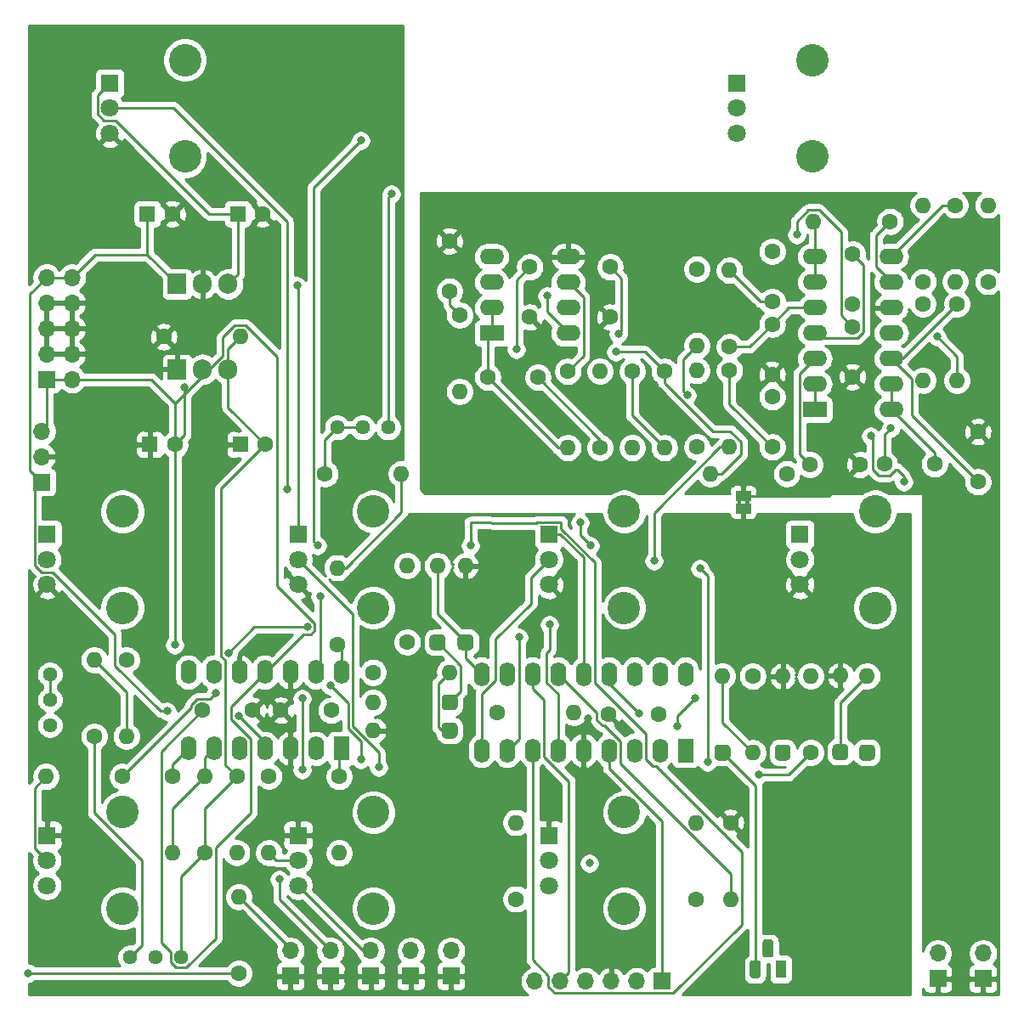
<source format=gbr>
%TF.GenerationSoftware,KiCad,Pcbnew,(5.1.9)-1*%
%TF.CreationDate,2021-06-30T11:31:52+01:00*%
%TF.ProjectId,VCDO,5643444f-2e6b-4696-9361-645f70636258,rev?*%
%TF.SameCoordinates,Original*%
%TF.FileFunction,Copper,L1,Top*%
%TF.FilePolarity,Positive*%
%FSLAX46Y46*%
G04 Gerber Fmt 4.6, Leading zero omitted, Abs format (unit mm)*
G04 Created by KiCad (PCBNEW (5.1.9)-1) date 2021-06-30 11:31:52*
%MOMM*%
%LPD*%
G01*
G04 APERTURE LIST*
%TA.AperFunction,EtchedComponent*%
%ADD10C,0.100000*%
%TD*%
%TA.AperFunction,ComponentPad*%
%ADD11C,1.600000*%
%TD*%
%TA.AperFunction,ComponentPad*%
%ADD12R,1.600000X1.600000*%
%TD*%
%TA.AperFunction,ComponentPad*%
%ADD13C,3.240000*%
%TD*%
%TA.AperFunction,ComponentPad*%
%ADD14C,1.800000*%
%TD*%
%TA.AperFunction,ComponentPad*%
%ADD15R,1.800000X1.800000*%
%TD*%
%TA.AperFunction,ComponentPad*%
%ADD16O,1.600000X2.400000*%
%TD*%
%TA.AperFunction,ComponentPad*%
%ADD17R,1.600000X2.400000*%
%TD*%
%TA.AperFunction,ComponentPad*%
%ADD18O,1.905000X2.000000*%
%TD*%
%TA.AperFunction,ComponentPad*%
%ADD19R,1.905000X2.000000*%
%TD*%
%TA.AperFunction,ComponentPad*%
%ADD20O,2.400000X1.600000*%
%TD*%
%TA.AperFunction,ComponentPad*%
%ADD21R,2.400000X1.600000*%
%TD*%
%TA.AperFunction,ComponentPad*%
%ADD22C,1.440000*%
%TD*%
%TA.AperFunction,ComponentPad*%
%ADD23O,1.600000X1.600000*%
%TD*%
%TA.AperFunction,ComponentPad*%
%ADD24R,1.100000X1.800000*%
%TD*%
%TA.AperFunction,SMDPad,CuDef*%
%ADD25R,1.500000X1.000000*%
%TD*%
%TA.AperFunction,ComponentPad*%
%ADD26O,1.700000X1.700000*%
%TD*%
%TA.AperFunction,ComponentPad*%
%ADD27R,1.700000X1.700000*%
%TD*%
%TA.AperFunction,ViaPad*%
%ADD28C,0.800000*%
%TD*%
%TA.AperFunction,Conductor*%
%ADD29C,0.250000*%
%TD*%
%TA.AperFunction,Conductor*%
%ADD30C,0.254000*%
%TD*%
%TA.AperFunction,Conductor*%
%ADD31C,0.100000*%
%TD*%
G04 APERTURE END LIST*
D10*
%TO.C,JP1*%
G36*
X86268000Y-79498000D02*
G01*
X86268000Y-78998000D01*
X86668000Y-78998000D01*
X86668000Y-79498000D01*
X86268000Y-79498000D01*
G37*
G36*
X87068000Y-79498000D02*
G01*
X87068000Y-78998000D01*
X87468000Y-78998000D01*
X87468000Y-79498000D01*
X87068000Y-79498000D01*
G37*
%TD*%
D11*
%TO.P,C19,2*%
%TO.N,GND*%
X39000000Y-50500000D03*
D12*
%TO.P,C19,1*%
%TO.N,+5V*%
X36500000Y-50500000D03*
%TD*%
D11*
%TO.P,C17,2*%
%TO.N,GND*%
X30000000Y-50500000D03*
D12*
%TO.P,C17,1*%
%TO.N,+12V*%
X27500000Y-50500000D03*
%TD*%
D11*
%TO.P,C16,2*%
%TO.N,-5V*%
X39250000Y-73500000D03*
D12*
%TO.P,C16,1*%
%TO.N,GND*%
X36750000Y-73500000D03*
%TD*%
D11*
%TO.P,C15,2*%
%TO.N,-12V*%
X30250000Y-73500000D03*
D12*
%TO.P,C15,1*%
%TO.N,GND*%
X27750000Y-73500000D03*
%TD*%
D11*
%TO.P,C18,2*%
%TO.N,GND*%
X73400000Y-100400000D03*
%TO.P,C18,1*%
%TO.N,+5V*%
X78400000Y-100400000D03*
%TD*%
%TO.P,C14,2*%
%TO.N,Net-(C14-Pad2)*%
X66400000Y-66800000D03*
%TO.P,C14,1*%
%TO.N,Net-(C14-Pad1)*%
X61400000Y-66800000D03*
%TD*%
%TO.P,C13,2*%
%TO.N,Net-(C13-Pad2)*%
X89750000Y-59250000D03*
%TO.P,C13,1*%
%TO.N,Net-(C13-Pad1)*%
X89750000Y-54250000D03*
%TD*%
%TO.P,C12,2*%
%TO.N,GNDA*%
X57600000Y-53200000D03*
%TO.P,C12,1*%
%TO.N,Net-(C12-Pad1)*%
X57600000Y-58200000D03*
%TD*%
%TO.P,C11,2*%
%TO.N,GNDA*%
X89750000Y-66500000D03*
%TO.P,C11,1*%
%TO.N,Net-(C11-Pad1)*%
X89750000Y-61500000D03*
%TD*%
%TO.P,C10,2*%
%TO.N,Net-(C10-Pad2)*%
X100918000Y-75438000D03*
%TO.P,C10,1*%
%TO.N,Net-(C10-Pad1)*%
X105918000Y-75438000D03*
%TD*%
%TO.P,C9,2*%
%TO.N,Net-(C9-Pad2)*%
X89750000Y-73750000D03*
%TO.P,C9,1*%
%TO.N,Net-(C9-Pad1)*%
X89750000Y-68750000D03*
%TD*%
%TO.P,C8,2*%
%TO.N,GNDA*%
X110236000Y-72216000D03*
%TO.P,C8,1*%
%TO.N,Net-(C8-Pad1)*%
X110236000Y-77216000D03*
%TD*%
%TO.P,C7,2*%
%TO.N,GNDA*%
X98500000Y-75500000D03*
%TO.P,C7,1*%
%TO.N,Net-(C7-Pad1)*%
X93500000Y-75500000D03*
%TD*%
%TO.P,C6,2*%
%TO.N,GNDA*%
X65600000Y-60800000D03*
%TO.P,C6,1*%
%TO.N,-12V*%
X65600000Y-55800000D03*
%TD*%
%TO.P,C5,2*%
%TO.N,GNDA*%
X73600000Y-60800000D03*
%TO.P,C5,1*%
%TO.N,+12V*%
X73600000Y-55800000D03*
%TD*%
%TO.P,C4,2*%
%TO.N,GNDA*%
X97750000Y-66750000D03*
%TO.P,C4,1*%
%TO.N,-12V*%
X97750000Y-61750000D03*
%TD*%
%TO.P,C3,2*%
%TO.N,GNDA*%
X97750000Y-59500000D03*
%TO.P,C3,1*%
%TO.N,+12V*%
X97750000Y-54500000D03*
%TD*%
%TO.P,C2,2*%
%TO.N,GND*%
X38000000Y-100000000D03*
%TO.P,C2,1*%
%TO.N,-12V*%
X33000000Y-100000000D03*
%TD*%
%TO.P,C1,2*%
%TO.N,+12V*%
X45800000Y-100000000D03*
%TO.P,C1,1*%
%TO.N,GND*%
X40800000Y-100000000D03*
%TD*%
D13*
%TO.P,RV11,*%
%TO.N,*%
X31257000Y-35160000D03*
X31257000Y-44760000D03*
D14*
%TO.P,RV11,3*%
%TO.N,GND*%
X23757000Y-42460000D03*
%TO.P,RV11,2*%
%TO.N,WAVEPOT*%
X23757000Y-39960000D03*
D15*
%TO.P,RV11,1*%
%TO.N,+5V*%
X23757000Y-37460000D03*
%TD*%
D13*
%TO.P,RV12,*%
%TO.N,*%
X75007000Y-80160000D03*
X75007000Y-89760000D03*
D14*
%TO.P,RV12,3*%
%TO.N,GND*%
X67507000Y-87460000D03*
%TO.P,RV12,2*%
%TO.N,CRUSHPOT*%
X67507000Y-84960000D03*
D15*
%TO.P,RV12,1*%
%TO.N,+5V*%
X67507000Y-82460000D03*
%TD*%
D13*
%TO.P,RV10,*%
%TO.N,*%
X100007000Y-80160000D03*
X100007000Y-89760000D03*
D14*
%TO.P,RV10,3*%
%TO.N,GND*%
X92507000Y-87460000D03*
%TO.P,RV10,2*%
%TO.N,GLIDEPOT*%
X92507000Y-84960000D03*
D15*
%TO.P,RV10,1*%
%TO.N,+5V*%
X92507000Y-82460000D03*
%TD*%
D13*
%TO.P,RV9,*%
%TO.N,*%
X50007000Y-80160000D03*
X50007000Y-89760000D03*
D14*
%TO.P,RV9,3*%
%TO.N,GND*%
X42507000Y-87460000D03*
%TO.P,RV9,2*%
%TO.N,FINEPOT*%
X42507000Y-84960000D03*
D15*
%TO.P,RV9,1*%
%TO.N,+5V*%
X42507000Y-82460000D03*
%TD*%
D13*
%TO.P,RV8,*%
%TO.N,*%
X93757000Y-35160000D03*
X93757000Y-44760000D03*
D14*
%TO.P,RV8,3*%
%TO.N,GND*%
X86257000Y-42460000D03*
%TO.P,RV8,2*%
%TO.N,SUBPOT*%
X86257000Y-39960000D03*
D15*
%TO.P,RV8,1*%
%TO.N,+5V*%
X86257000Y-37460000D03*
%TD*%
D13*
%TO.P,RV7,*%
%TO.N,*%
X25007000Y-80160000D03*
X25007000Y-89760000D03*
D14*
%TO.P,RV7,3*%
%TO.N,GND*%
X17507000Y-87460000D03*
%TO.P,RV7,2*%
%TO.N,FREQPOT*%
X17507000Y-84960000D03*
D15*
%TO.P,RV7,1*%
%TO.N,+5V*%
X17507000Y-82460000D03*
%TD*%
D13*
%TO.P,RV3,*%
%TO.N,*%
X75007000Y-110160000D03*
X75007000Y-119760000D03*
D14*
%TO.P,RV3,3*%
%TO.N,SUB_IN*%
X67507000Y-117460000D03*
%TO.P,RV3,2*%
%TO.N,Net-(R4-Pad2)*%
X67507000Y-114960000D03*
D15*
%TO.P,RV3,1*%
%TO.N,GND*%
X67507000Y-112460000D03*
%TD*%
D13*
%TO.P,RV2,*%
%TO.N,*%
X50007000Y-110160000D03*
X50007000Y-119760000D03*
D14*
%TO.P,RV2,3*%
%TO.N,WAVE_IN*%
X42507000Y-117460000D03*
%TO.P,RV2,2*%
%TO.N,Net-(R3-Pad2)*%
X42507000Y-114960000D03*
D15*
%TO.P,RV2,1*%
%TO.N,GND*%
X42507000Y-112460000D03*
%TD*%
D13*
%TO.P,RV1,*%
%TO.N,*%
X25007000Y-110160000D03*
X25007000Y-119760000D03*
D14*
%TO.P,RV1,3*%
%TO.N,MOD_IN*%
X17507000Y-117460000D03*
%TO.P,RV1,2*%
%TO.N,Net-(R2-Pad2)*%
X17507000Y-114960000D03*
D15*
%TO.P,RV1,1*%
%TO.N,GND*%
X17507000Y-112460000D03*
%TD*%
D16*
%TO.P,U6,18*%
%TO.N,SUB_CV*%
X81120000Y-96380000D03*
%TO.P,U6,9*%
%TO.N,CRUSHPOT*%
X60800000Y-104000000D03*
%TO.P,U6,17*%
%TO.N,WAVE_CV*%
X78580000Y-96380000D03*
%TO.P,U6,8*%
%TO.N,GLIDEPOT*%
X63340000Y-104000000D03*
%TO.P,U6,16*%
%TO.N,SUB_PIN*%
X76040000Y-96380000D03*
%TO.P,U6,7*%
%TO.N,SUBPOT*%
X65880000Y-104000000D03*
%TO.P,U6,15*%
%TO.N,Net-(R36-Pad2)*%
X73500000Y-96380000D03*
%TO.P,U6,6*%
%TO.N,MAIN_PIN*%
X68420000Y-104000000D03*
%TO.P,U6,14*%
%TO.N,+5V*%
X70960000Y-96380000D03*
%TO.P,U6,5*%
%TO.N,GND*%
X70960000Y-104000000D03*
%TO.P,U6,13*%
%TO.N,GLIDE_PIN*%
X68420000Y-96380000D03*
%TO.P,U6,4*%
%TO.N,MCLR*%
X73500000Y-104000000D03*
%TO.P,U6,12*%
%TO.N,PROGCLK*%
X65880000Y-96380000D03*
%TO.P,U6,3*%
%TO.N,WAVEPOT*%
X76040000Y-104000000D03*
%TO.P,U6,11*%
%TO.N,MOD_CV*%
X63340000Y-96380000D03*
%TO.P,U6,2*%
%TO.N,FINEPOT*%
X78580000Y-104000000D03*
%TO.P,U6,10*%
%TO.N,NOTE_CV*%
X60800000Y-96380000D03*
D17*
%TO.P,U6,1*%
%TO.N,FREQPOT*%
X81120000Y-104000000D03*
%TD*%
D18*
%TO.P,U5,3*%
%TO.N,+5V*%
X35540000Y-57500000D03*
%TO.P,U5,2*%
%TO.N,GND*%
X33000000Y-57500000D03*
D19*
%TO.P,U5,1*%
%TO.N,+12V*%
X30460000Y-57500000D03*
%TD*%
D18*
%TO.P,U4,3*%
%TO.N,-5V*%
X35540000Y-66000000D03*
%TO.P,U4,2*%
%TO.N,-12V*%
X33000000Y-66000000D03*
D19*
%TO.P,U4,1*%
%TO.N,GND*%
X30460000Y-66000000D03*
%TD*%
D20*
%TO.P,U3,8*%
%TO.N,+12V*%
X69420000Y-62400000D03*
%TO.P,U3,4*%
%TO.N,-12V*%
X61800000Y-54780000D03*
%TO.P,U3,7*%
%TO.N,Net-(R32-Pad1)*%
X69420000Y-59860000D03*
%TO.P,U3,3*%
%TO.N,Net-(C12-Pad1)*%
X61800000Y-57320000D03*
%TO.P,U3,6*%
%TO.N,Net-(R29-Pad1)*%
X69420000Y-57320000D03*
%TO.P,U3,2*%
%TO.N,Net-(C14-Pad1)*%
X61800000Y-59860000D03*
%TO.P,U3,5*%
%TO.N,GNDA*%
X69420000Y-54780000D03*
D21*
%TO.P,U3,1*%
%TO.N,Net-(C14-Pad1)*%
X61800000Y-62400000D03*
%TD*%
D20*
%TO.P,U2,14*%
%TO.N,Net-(C10-Pad1)*%
X101620000Y-70000000D03*
%TO.P,U2,7*%
%TO.N,Net-(C13-Pad1)*%
X94000000Y-54760000D03*
%TO.P,U2,13*%
%TO.N,Net-(C10-Pad1)*%
X101620000Y-67460000D03*
%TO.P,U2,6*%
%TO.N,Net-(C13-Pad1)*%
X94000000Y-57300000D03*
%TO.P,U2,12*%
%TO.N,Net-(C8-Pad1)*%
X101620000Y-64920000D03*
%TO.P,U2,5*%
%TO.N,Net-(C11-Pad1)*%
X94000000Y-59840000D03*
%TO.P,U2,11*%
%TO.N,-12V*%
X101620000Y-62380000D03*
%TO.P,U2,4*%
%TO.N,+12V*%
X94000000Y-62380000D03*
%TO.P,U2,10*%
%TO.N,GNDA*%
X101620000Y-59840000D03*
%TO.P,U2,3*%
%TO.N,Net-(C7-Pad1)*%
X94000000Y-64920000D03*
%TO.P,U2,9*%
%TO.N,Net-(R27-Pad1)*%
X101620000Y-57300000D03*
%TO.P,U2,2*%
%TO.N,Net-(C9-Pad1)*%
X94000000Y-67460000D03*
%TO.P,U2,8*%
%TO.N,Net-(R31-Pad1)*%
X101620000Y-54760000D03*
D21*
%TO.P,U2,1*%
%TO.N,Net-(C9-Pad1)*%
X94000000Y-70000000D03*
%TD*%
D16*
%TO.P,U1,14*%
%TO.N,Net-(R10-Pad1)*%
X46820000Y-96180000D03*
%TO.P,U1,7*%
%TO.N,Net-(R12-Pad1)*%
X31580000Y-103800000D03*
%TO.P,U1,13*%
%TO.N,Net-(R10-Pad2)*%
X44280000Y-96180000D03*
%TO.P,U1,6*%
%TO.N,Net-(R12-Pad2)*%
X34120000Y-103800000D03*
%TO.P,U1,12*%
%TO.N,GND*%
X41740000Y-96180000D03*
%TO.P,U1,5*%
X36660000Y-103800000D03*
%TO.P,U1,11*%
%TO.N,-12V*%
X39200000Y-96180000D03*
%TO.P,U1,4*%
%TO.N,+12V*%
X39200000Y-103800000D03*
%TO.P,U1,10*%
%TO.N,GND*%
X36660000Y-96180000D03*
%TO.P,U1,3*%
X41740000Y-103800000D03*
%TO.P,U1,9*%
%TO.N,Net-(R8-Pad2)*%
X34120000Y-96180000D03*
%TO.P,U1,2*%
%TO.N,Net-(R11-Pad2)*%
X44280000Y-103800000D03*
%TO.P,U1,8*%
%TO.N,Net-(R13-Pad1)*%
X31580000Y-96180000D03*
D17*
%TO.P,U1,1*%
%TO.N,Net-(R11-Pad1)*%
X46820000Y-103800000D03*
%TD*%
D22*
%TO.P,RV6,3*%
%TO.N,Net-(R8-Pad2)*%
X17800000Y-96400000D03*
%TO.P,RV6,2*%
X17800000Y-98940000D03*
%TO.P,RV6,1*%
%TO.N,Net-(R1-Pad1)*%
X17800000Y-101480000D03*
%TD*%
%TO.P,RV5,3*%
%TO.N,Net-(R8-Pad1)*%
X25800000Y-124600000D03*
%TO.P,RV5,2*%
X28340000Y-124600000D03*
%TO.P,RV5,1*%
%TO.N,-5V*%
X30880000Y-124600000D03*
%TD*%
%TO.P,RV4,3*%
%TO.N,Net-(R5-Pad1)*%
X46400000Y-71800000D03*
%TO.P,RV4,2*%
X48940000Y-71800000D03*
%TO.P,RV4,1*%
%TO.N,-5V*%
X51480000Y-71800000D03*
%TD*%
D23*
%TO.P,R36,2*%
%TO.N,Net-(R36-Pad2)*%
X70000000Y-100200000D03*
D11*
%TO.P,R36,1*%
%TO.N,+5V*%
X62380000Y-100200000D03*
%TD*%
D23*
%TO.P,R35,2*%
%TO.N,Net-(R32-Pad1)*%
X83580000Y-76400000D03*
D11*
%TO.P,R35,1*%
%TO.N,SUBOUT*%
X91200000Y-76400000D03*
%TD*%
D23*
%TO.P,R34,2*%
%TO.N,Net-(R31-Pad1)*%
X111250000Y-49630000D03*
D11*
%TO.P,R34,1*%
%TO.N,MAINOUT*%
X111250000Y-57250000D03*
%TD*%
D23*
%TO.P,R33,2*%
%TO.N,-5V*%
X36750000Y-62750000D03*
D11*
%TO.P,R33,1*%
%TO.N,GND*%
X29130000Y-62750000D03*
%TD*%
D23*
%TO.P,R32,2*%
%TO.N,Net-(R29-Pad1)*%
X79000000Y-73820000D03*
D11*
%TO.P,R32,1*%
%TO.N,Net-(R32-Pad1)*%
X79000000Y-66200000D03*
%TD*%
D23*
%TO.P,R31,2*%
%TO.N,Net-(R27-Pad1)*%
X108000000Y-57250000D03*
D11*
%TO.P,R31,1*%
%TO.N,Net-(R31-Pad1)*%
X108000000Y-49630000D03*
%TD*%
D23*
%TO.P,R30,2*%
%TO.N,-5V*%
X75800000Y-73820000D03*
D11*
%TO.P,R30,1*%
%TO.N,Net-(R29-Pad1)*%
X75800000Y-66200000D03*
%TD*%
D23*
%TO.P,R29,2*%
%TO.N,Net-(C14-Pad1)*%
X69400000Y-73820000D03*
D11*
%TO.P,R29,1*%
%TO.N,Net-(R29-Pad1)*%
X69400000Y-66200000D03*
%TD*%
D23*
%TO.P,R28,2*%
%TO.N,-5V*%
X104800000Y-49630000D03*
D11*
%TO.P,R28,1*%
%TO.N,Net-(R27-Pad1)*%
X104800000Y-57250000D03*
%TD*%
D23*
%TO.P,R27,2*%
%TO.N,Net-(C13-Pad1)*%
X93880000Y-51250000D03*
D11*
%TO.P,R27,1*%
%TO.N,Net-(R27-Pad1)*%
X101500000Y-51250000D03*
%TD*%
D23*
%TO.P,R26,2*%
%TO.N,Net-(C14-Pad2)*%
X58600000Y-68200000D03*
D11*
%TO.P,R26,1*%
%TO.N,Net-(C12-Pad1)*%
X58600000Y-60580000D03*
%TD*%
D23*
%TO.P,R25,2*%
%TO.N,Net-(C13-Pad2)*%
X85500000Y-56130000D03*
D11*
%TO.P,R25,1*%
%TO.N,Net-(C11-Pad1)*%
X85500000Y-63750000D03*
%TD*%
D23*
%TO.P,R24,2*%
%TO.N,Net-(C10-Pad1)*%
X72600000Y-66180000D03*
D11*
%TO.P,R24,1*%
%TO.N,Net-(C14-Pad2)*%
X72600000Y-73800000D03*
%TD*%
D23*
%TO.P,R23,2*%
%TO.N,Net-(C9-Pad1)*%
X82250000Y-63620000D03*
D11*
%TO.P,R23,1*%
%TO.N,Net-(C13-Pad2)*%
X82250000Y-56000000D03*
%TD*%
D23*
%TO.P,R22,2*%
%TO.N,Net-(C10-Pad2)*%
X108168000Y-67114000D03*
D11*
%TO.P,R22,1*%
%TO.N,Net-(C8-Pad1)*%
X108168000Y-59494000D03*
%TD*%
D23*
%TO.P,R21,2*%
%TO.N,Net-(C9-Pad2)*%
X82250000Y-66130000D03*
D11*
%TO.P,R21,1*%
%TO.N,Net-(C7-Pad1)*%
X82250000Y-73750000D03*
%TD*%
D23*
%TO.P,R20,2*%
%TO.N,GLIDE_PIN*%
X85600000Y-118800000D03*
D11*
%TO.P,R20,1*%
%TO.N,GND*%
X85600000Y-111180000D03*
%TD*%
D23*
%TO.P,R19,2*%
%TO.N,SUB_PIN*%
X104768000Y-67094000D03*
D11*
%TO.P,R19,1*%
%TO.N,Net-(C10-Pad2)*%
X104768000Y-59474000D03*
%TD*%
D23*
%TO.P,R18,2*%
%TO.N,MAIN_PIN*%
X85500000Y-73750000D03*
D11*
%TO.P,R18,1*%
%TO.N,Net-(C9-Pad2)*%
X85500000Y-66130000D03*
%TD*%
D23*
%TO.P,R17,2*%
%TO.N,GLIDE_IN*%
X82200000Y-111200000D03*
D11*
%TO.P,R17,1*%
%TO.N,Net-(Q1-Pad2)*%
X82200000Y-118820000D03*
%TD*%
D23*
%TO.P,R16,2*%
%TO.N,SUB_CV*%
X93600000Y-96580000D03*
D11*
%TO.P,R16,1*%
%TO.N,Net-(R12-Pad1)*%
X93600000Y-104200000D03*
%TD*%
D23*
%TO.P,R15,2*%
%TO.N,WAVE_CV*%
X87800000Y-104220000D03*
D11*
%TO.P,R15,1*%
%TO.N,Net-(R11-Pad1)*%
X87800000Y-96600000D03*
%TD*%
D23*
%TO.P,R14,2*%
%TO.N,MOD_CV*%
X57620000Y-96200000D03*
D11*
%TO.P,R14,1*%
%TO.N,Net-(R10-Pad1)*%
X50000000Y-96200000D03*
%TD*%
D23*
%TO.P,R13,2*%
%TO.N,NOTE_CV*%
X53400000Y-85580000D03*
D11*
%TO.P,R13,1*%
%TO.N,Net-(R13-Pad1)*%
X53400000Y-93200000D03*
%TD*%
D23*
%TO.P,R12,2*%
%TO.N,Net-(R12-Pad2)*%
X30000000Y-114200000D03*
D11*
%TO.P,R12,1*%
%TO.N,Net-(R12-Pad1)*%
X30000000Y-106580000D03*
%TD*%
D23*
%TO.P,R11,2*%
%TO.N,Net-(R11-Pad2)*%
X46600000Y-114220000D03*
D11*
%TO.P,R11,1*%
%TO.N,Net-(R11-Pad1)*%
X46600000Y-106600000D03*
%TD*%
D23*
%TO.P,R10,2*%
%TO.N,Net-(R10-Pad2)*%
X46400000Y-85780000D03*
D11*
%TO.P,R10,1*%
%TO.N,Net-(R10-Pad1)*%
X46400000Y-93400000D03*
%TD*%
D23*
%TO.P,R9,2*%
%TO.N,Net-(R8-Pad2)*%
X25400000Y-102600000D03*
D11*
%TO.P,R9,1*%
%TO.N,Net-(R13-Pad1)*%
X25400000Y-94980000D03*
%TD*%
D23*
%TO.P,R8,2*%
%TO.N,Net-(R8-Pad2)*%
X22200000Y-94980000D03*
D11*
%TO.P,R8,1*%
%TO.N,Net-(R8-Pad1)*%
X22200000Y-102600000D03*
%TD*%
D23*
%TO.P,R7,2*%
%TO.N,Net-(R12-Pad2)*%
X33200000Y-106580000D03*
D11*
%TO.P,R7,1*%
%TO.N,-5V*%
X33200000Y-114200000D03*
%TD*%
D23*
%TO.P,R6,2*%
%TO.N,Net-(R11-Pad2)*%
X36400000Y-114200000D03*
D11*
%TO.P,R6,1*%
%TO.N,-5V*%
X36400000Y-106580000D03*
%TD*%
D23*
%TO.P,R5,2*%
%TO.N,Net-(R10-Pad2)*%
X52820000Y-76400000D03*
D11*
%TO.P,R5,1*%
%TO.N,Net-(R5-Pad1)*%
X45200000Y-76400000D03*
%TD*%
D23*
%TO.P,R4,2*%
%TO.N,Net-(R4-Pad2)*%
X64200000Y-111180000D03*
D11*
%TO.P,R4,1*%
%TO.N,Net-(R12-Pad2)*%
X64200000Y-118800000D03*
%TD*%
D23*
%TO.P,R3,2*%
%TO.N,Net-(R3-Pad2)*%
X39600000Y-114200000D03*
D11*
%TO.P,R3,1*%
%TO.N,Net-(R11-Pad2)*%
X39600000Y-106580000D03*
%TD*%
D23*
%TO.P,R2,2*%
%TO.N,Net-(R2-Pad2)*%
X17400000Y-106600000D03*
D11*
%TO.P,R2,1*%
%TO.N,Net-(R10-Pad2)*%
X25020000Y-106600000D03*
%TD*%
D23*
%TO.P,R1,2*%
%TO.N,NOTE_IN*%
X36600000Y-118580000D03*
D11*
%TO.P,R1,1*%
%TO.N,Net-(R1-Pad1)*%
X36600000Y-126200000D03*
%TD*%
D24*
%TO.P,Q1,1*%
%TO.N,GLIDE_PIN*%
X90600000Y-125800000D03*
%TO.P,Q1,3*%
%TO.N,+5V*%
%TA.AperFunction,ComponentPad*%
G36*
G01*
X88610000Y-125175000D02*
X88610000Y-126425000D01*
G75*
G02*
X88335000Y-126700000I-275000J0D01*
G01*
X87785000Y-126700000D01*
G75*
G02*
X87510000Y-126425000I0J275000D01*
G01*
X87510000Y-125175000D01*
G75*
G02*
X87785000Y-124900000I275000J0D01*
G01*
X88335000Y-124900000D01*
G75*
G02*
X88610000Y-125175000I0J-275000D01*
G01*
G37*
%TD.AperFunction*%
%TO.P,Q1,2*%
%TO.N,Net-(Q1-Pad2)*%
%TA.AperFunction,ComponentPad*%
G36*
G01*
X89880000Y-123105000D02*
X89880000Y-124355000D01*
G75*
G02*
X89605000Y-124630000I-275000J0D01*
G01*
X89055000Y-124630000D01*
G75*
G02*
X88780000Y-124355000I0J275000D01*
G01*
X88780000Y-123105000D01*
G75*
G02*
X89055000Y-122830000I275000J0D01*
G01*
X89605000Y-122830000D01*
G75*
G02*
X89880000Y-123105000I0J-275000D01*
G01*
G37*
%TD.AperFunction*%
%TD*%
D25*
%TO.P,JP1,2*%
%TO.N,GNDA*%
X86868000Y-78598000D03*
%TO.P,JP1,1*%
%TO.N,GND*%
X86868000Y-79898000D03*
%TD*%
D26*
%TO.P,J10,6*%
%TO.N,Net-(J10-Pad6)*%
X66100000Y-127000000D03*
%TO.P,J10,5*%
%TO.N,PROGCLK*%
X68640000Y-127000000D03*
%TO.P,J10,4*%
%TO.N,GLIDE_PIN*%
X71180000Y-127000000D03*
%TO.P,J10,3*%
%TO.N,GND*%
X73720000Y-127000000D03*
%TO.P,J10,2*%
%TO.N,+5V*%
X76260000Y-127000000D03*
D27*
%TO.P,J10,1*%
%TO.N,MCLR*%
X78800000Y-127000000D03*
%TD*%
D26*
%TO.P,MAIN OUT,2*%
%TO.N,MAINOUT*%
X110750000Y-124210000D03*
D27*
%TO.P,MAIN OUT,1*%
%TO.N,GNDA*%
X110750000Y-126750000D03*
%TD*%
D26*
%TO.P,STRIPE,10*%
%TO.N,+12V*%
X20000000Y-56840000D03*
%TO.P,STRIPE,9*%
X17460000Y-56840000D03*
%TO.P,STRIPE,8*%
%TO.N,GND*%
X20000000Y-59380000D03*
%TO.P,STRIPE,7*%
X17460000Y-59380000D03*
%TO.P,STRIPE,6*%
X20000000Y-61920000D03*
%TO.P,STRIPE,5*%
X17460000Y-61920000D03*
%TO.P,STRIPE,4*%
X20000000Y-64460000D03*
%TO.P,STRIPE,3*%
X17460000Y-64460000D03*
%TO.P,STRIPE,2*%
%TO.N,-12V*%
X20000000Y-67000000D03*
D27*
%TO.P,STRIPE,1*%
X17460000Y-67000000D03*
%TD*%
D26*
%TO.P,+12,3*%
%TO.N,-12V*%
X17000000Y-72170000D03*
%TO.P,+12,2*%
%TO.N,GND*%
X17000000Y-74710000D03*
D27*
%TO.P,+12,1*%
%TO.N,+12V*%
X17000000Y-77250000D03*
%TD*%
D26*
%TO.P,SUB OUT,2*%
%TO.N,SUBOUT*%
X106250000Y-124210000D03*
D27*
%TO.P,SUB OUT,1*%
%TO.N,GNDA*%
X106250000Y-126750000D03*
%TD*%
D26*
%TO.P,GLIDE SW,2*%
%TO.N,GLIDE_IN*%
X57750000Y-123960000D03*
D27*
%TO.P,GLIDE SW,1*%
%TO.N,GND*%
X57750000Y-126500000D03*
%TD*%
D26*
%TO.P,SUB CV,2*%
%TO.N,SUB_IN*%
X53750000Y-123960000D03*
D27*
%TO.P,SUB CV,1*%
%TO.N,GND*%
X53750000Y-126500000D03*
%TD*%
D26*
%TO.P,WAVE IN,2*%
%TO.N,WAVE_IN*%
X49750000Y-123960000D03*
D27*
%TO.P,WAVE IN,1*%
%TO.N,GND*%
X49750000Y-126500000D03*
%TD*%
D26*
%TO.P,FM IN,2*%
%TO.N,MOD_IN*%
X45750000Y-123960000D03*
D27*
%TO.P,FM IN,1*%
%TO.N,GND*%
X45750000Y-126500000D03*
%TD*%
D26*
%TO.P,1v/oct,2*%
%TO.N,NOTE_IN*%
X41750000Y-123960000D03*
D27*
%TO.P,1v/oct,1*%
%TO.N,GND*%
X41750000Y-126500000D03*
%TD*%
D23*
%TO.P,D8,2*%
%TO.N,GND*%
X96550000Y-96530000D03*
%TO.P,D8,1*%
%TO.N,SUB_CV*%
%TA.AperFunction,ComponentPad*%
G36*
G01*
X96950000Y-104950000D02*
X96150000Y-104950000D01*
G75*
G02*
X95750000Y-104550000I0J400000D01*
G01*
X95750000Y-103750000D01*
G75*
G02*
X96150000Y-103350000I400000J0D01*
G01*
X96950000Y-103350000D01*
G75*
G02*
X97350000Y-103750000I0J-400000D01*
G01*
X97350000Y-104550000D01*
G75*
G02*
X96950000Y-104950000I-400000J0D01*
G01*
G37*
%TD.AperFunction*%
%TD*%
%TO.P,D7,2*%
%TO.N,SUB_CV*%
X99200000Y-96580000D03*
%TO.P,D7,1*%
%TO.N,+5V*%
%TA.AperFunction,ComponentPad*%
G36*
G01*
X99600000Y-105000000D02*
X98800000Y-105000000D01*
G75*
G02*
X98400000Y-104600000I0J400000D01*
G01*
X98400000Y-103800000D01*
G75*
G02*
X98800000Y-103400000I400000J0D01*
G01*
X99600000Y-103400000D01*
G75*
G02*
X100000000Y-103800000I0J-400000D01*
G01*
X100000000Y-104600000D01*
G75*
G02*
X99600000Y-105000000I-400000J0D01*
G01*
G37*
%TD.AperFunction*%
%TD*%
%TO.P,D6,2*%
%TO.N,GND*%
X90800000Y-96580000D03*
%TO.P,D6,1*%
%TO.N,WAVE_CV*%
%TA.AperFunction,ComponentPad*%
G36*
G01*
X91200000Y-105000000D02*
X90400000Y-105000000D01*
G75*
G02*
X90000000Y-104600000I0J400000D01*
G01*
X90000000Y-103800000D01*
G75*
G02*
X90400000Y-103400000I400000J0D01*
G01*
X91200000Y-103400000D01*
G75*
G02*
X91600000Y-103800000I0J-400000D01*
G01*
X91600000Y-104600000D01*
G75*
G02*
X91200000Y-105000000I-400000J0D01*
G01*
G37*
%TD.AperFunction*%
%TD*%
%TO.P,D5,2*%
%TO.N,WAVE_CV*%
X84800000Y-96580000D03*
%TO.P,D5,1*%
%TO.N,+5V*%
%TA.AperFunction,ComponentPad*%
G36*
G01*
X85200000Y-105000000D02*
X84400000Y-105000000D01*
G75*
G02*
X84000000Y-104600000I0J400000D01*
G01*
X84000000Y-103800000D01*
G75*
G02*
X84400000Y-103400000I400000J0D01*
G01*
X85200000Y-103400000D01*
G75*
G02*
X85600000Y-103800000I0J-400000D01*
G01*
X85600000Y-104600000D01*
G75*
G02*
X85200000Y-105000000I-400000J0D01*
G01*
G37*
%TD.AperFunction*%
%TD*%
%TO.P,D4,2*%
%TO.N,GND*%
X50000000Y-102000000D03*
%TO.P,D4,1*%
%TO.N,MOD_CV*%
%TA.AperFunction,ComponentPad*%
G36*
G01*
X58420000Y-101600000D02*
X58420000Y-102400000D01*
G75*
G02*
X58020000Y-102800000I-400000J0D01*
G01*
X57220000Y-102800000D01*
G75*
G02*
X56820000Y-102400000I0J400000D01*
G01*
X56820000Y-101600000D01*
G75*
G02*
X57220000Y-101200000I400000J0D01*
G01*
X58020000Y-101200000D01*
G75*
G02*
X58420000Y-101600000I0J-400000D01*
G01*
G37*
%TD.AperFunction*%
%TD*%
%TO.P,D3,2*%
%TO.N,MOD_CV*%
X50000000Y-99200000D03*
%TO.P,D3,1*%
%TO.N,+5V*%
%TA.AperFunction,ComponentPad*%
G36*
G01*
X58420000Y-98800000D02*
X58420000Y-99600000D01*
G75*
G02*
X58020000Y-100000000I-400000J0D01*
G01*
X57220000Y-100000000D01*
G75*
G02*
X56820000Y-99600000I0J400000D01*
G01*
X56820000Y-98800000D01*
G75*
G02*
X57220000Y-98400000I400000J0D01*
G01*
X58020000Y-98400000D01*
G75*
G02*
X58420000Y-98800000I0J-400000D01*
G01*
G37*
%TD.AperFunction*%
%TD*%
%TO.P,D2,2*%
%TO.N,GND*%
X59200000Y-85580000D03*
%TO.P,D2,1*%
%TO.N,NOTE_CV*%
%TA.AperFunction,ComponentPad*%
G36*
G01*
X59600000Y-94000000D02*
X58800000Y-94000000D01*
G75*
G02*
X58400000Y-93600000I0J400000D01*
G01*
X58400000Y-92800000D01*
G75*
G02*
X58800000Y-92400000I400000J0D01*
G01*
X59600000Y-92400000D01*
G75*
G02*
X60000000Y-92800000I0J-400000D01*
G01*
X60000000Y-93600000D01*
G75*
G02*
X59600000Y-94000000I-400000J0D01*
G01*
G37*
%TD.AperFunction*%
%TD*%
%TO.P,D1,2*%
%TO.N,NOTE_CV*%
X56400000Y-85600000D03*
%TO.P,D1,1*%
%TO.N,+5V*%
%TA.AperFunction,ComponentPad*%
G36*
G01*
X56800000Y-94020000D02*
X56000000Y-94020000D01*
G75*
G02*
X55600000Y-93620000I0J400000D01*
G01*
X55600000Y-92820000D01*
G75*
G02*
X56000000Y-92420000I400000J0D01*
G01*
X56800000Y-92420000D01*
G75*
G02*
X57200000Y-92820000I0J-400000D01*
G01*
X57200000Y-93620000D01*
G75*
G02*
X56800000Y-94020000I-400000J0D01*
G01*
G37*
%TD.AperFunction*%
%TD*%
D28*
%TO.N,GND*%
X71374000Y-100838000D03*
X70612000Y-108458000D03*
X75692000Y-115824000D03*
%TO.N,+5V*%
X42418000Y-57658000D03*
%TO.N,+12V*%
X67310000Y-58674000D03*
X74422000Y-62484000D03*
X29464000Y-100076000D03*
X36576000Y-100584000D03*
%TO.N,-12V*%
X31212000Y-67788000D03*
X30226000Y-93472000D03*
X64262000Y-64008000D03*
X92202000Y-52578000D03*
%TO.N,Net-(C9-Pad1)*%
X81280000Y-68580000D03*
%TO.N,Net-(C10-Pad2)*%
X106172000Y-62738000D03*
X101586165Y-71850020D03*
%TO.N,GLIDEPOT*%
X64516000Y-92710000D03*
%TO.N,WAVEPOT*%
X83312000Y-105156000D03*
X82550000Y-85852000D03*
X71628000Y-83566000D03*
X70612000Y-81280000D03*
X41402000Y-77978000D03*
%TO.N,FINEPOT*%
X50546000Y-105664000D03*
%TO.N,SUBPOT*%
X48768000Y-43180000D03*
X44450000Y-83566000D03*
X59690000Y-83566000D03*
%TO.N,FREQPOT*%
X48768000Y-104902000D03*
X45720000Y-97536000D03*
%TO.N,-5V*%
X51816000Y-48514000D03*
%TO.N,MOD_IN*%
X40640000Y-116840000D03*
%TO.N,GLIDE_IN*%
X71546001Y-115234001D03*
%TO.N,Net-(R1-Pad1)*%
X15650010Y-126200000D03*
%TO.N,Net-(R10-Pad2)*%
X44704000Y-88646000D03*
X34290000Y-98298000D03*
%TO.N,Net-(R13-Pad1)*%
X43434000Y-91694000D03*
X35574838Y-94248838D03*
%TO.N,Net-(R11-Pad1)*%
X80264000Y-101600000D03*
X82042000Y-98806000D03*
%TO.N,Net-(R12-Pad1)*%
X88392000Y-106426000D03*
X42926000Y-105918000D03*
X42926000Y-98806000D03*
%TO.N,MAIN_PIN*%
X67564000Y-91440000D03*
X77978000Y-85090000D03*
%TO.N,SUB_PIN*%
X102870000Y-77216000D03*
X99568000Y-72644000D03*
%TO.N,Net-(R32-Pad1)*%
X74168000Y-64262000D03*
%TO.N,Net-(R36-Pad2)*%
X76454000Y-100330000D03*
%TD*%
D29*
%TO.N,GND*%
X70960000Y-101252000D02*
X70960000Y-104000000D01*
X71374000Y-100838000D02*
X70960000Y-101252000D01*
X86868000Y-81821000D02*
X92507000Y-87460000D01*
X86868000Y-79898000D02*
X86868000Y-81821000D01*
%TO.N,+5V*%
X36500000Y-56540000D02*
X35540000Y-57500000D01*
X36500000Y-50500000D02*
X36500000Y-56540000D01*
X42507000Y-57747000D02*
X42418000Y-57658000D01*
X42507000Y-82460000D02*
X42507000Y-57747000D01*
X70960000Y-84763000D02*
X70960000Y-96380000D01*
X68657000Y-82460000D02*
X70960000Y-84763000D01*
X67507000Y-82460000D02*
X68657000Y-82460000D01*
X88060000Y-107460000D02*
X84800000Y-104200000D01*
X88060000Y-125400000D02*
X88060000Y-107460000D01*
X56400000Y-93220000D02*
X58745001Y-95565001D01*
X58745001Y-95565001D02*
X58745001Y-98074999D01*
X58745001Y-98074999D02*
X57620000Y-99200000D01*
X22531999Y-38685001D02*
X23757000Y-37460000D01*
X33660000Y-50500000D02*
X24345001Y-41185001D01*
X36500000Y-50500000D02*
X33660000Y-50500000D01*
X24345001Y-41185001D02*
X23168999Y-41185001D01*
X23168999Y-41185001D02*
X22531999Y-40548001D01*
X22531999Y-40548001D02*
X22531999Y-38685001D01*
%TO.N,+12V*%
X27500000Y-54540000D02*
X30460000Y-57500000D01*
X27500000Y-50500000D02*
X27500000Y-54540000D01*
X67310000Y-60290000D02*
X69420000Y-62400000D01*
X67310000Y-58674000D02*
X67310000Y-60290000D01*
X74725001Y-62180999D02*
X74422000Y-62484000D01*
X74725001Y-56925001D02*
X74725001Y-62180999D01*
X73600000Y-55800000D02*
X74725001Y-56925001D01*
X98875001Y-62290001D02*
X98875001Y-55625001D01*
X94000000Y-62380000D02*
X94495001Y-62875001D01*
X94495001Y-62875001D02*
X98290001Y-62875001D01*
X98290001Y-62875001D02*
X98875001Y-62290001D01*
X98875001Y-55625001D02*
X97750000Y-54500000D01*
X22300000Y-54540000D02*
X20000000Y-56840000D01*
X27500000Y-54540000D02*
X22300000Y-54540000D01*
X17460000Y-56840000D02*
X20000000Y-56840000D01*
X15824999Y-58475001D02*
X17460000Y-56840000D01*
X15824999Y-76074999D02*
X15824999Y-58475001D01*
X17000000Y-77250000D02*
X15824999Y-76074999D01*
X28830998Y-100076000D02*
X29464000Y-100076000D01*
X24274999Y-92414997D02*
X24274999Y-95520001D01*
X18095001Y-86234999D02*
X24274999Y-92414997D01*
X16968997Y-86234999D02*
X18095001Y-86234999D01*
X16281999Y-85548001D02*
X16968997Y-86234999D01*
X16281999Y-77968001D02*
X16281999Y-85548001D01*
X24274999Y-95520001D02*
X28830998Y-100076000D01*
X17000000Y-77250000D02*
X16281999Y-77968001D01*
X39200000Y-103208000D02*
X39200000Y-103800000D01*
X36576000Y-100584000D02*
X39200000Y-103208000D01*
%TO.N,-12V*%
X31212000Y-72538000D02*
X30250000Y-73500000D01*
X31212000Y-67788000D02*
X31212000Y-72538000D01*
X30250000Y-93448000D02*
X30226000Y-93472000D01*
X30250000Y-73500000D02*
X30250000Y-93448000D01*
X64262000Y-57138000D02*
X65600000Y-55800000D01*
X64262000Y-64008000D02*
X64262000Y-57138000D01*
X92202000Y-52578000D02*
X92202000Y-51262998D01*
X92202000Y-51262998D02*
X93339999Y-50124999D01*
X93339999Y-50124999D02*
X94420001Y-50124999D01*
X94420001Y-50124999D02*
X96624999Y-52329997D01*
X96624999Y-52329997D02*
X96624999Y-60624999D01*
X96624999Y-60624999D02*
X97750000Y-61750000D01*
X30226000Y-69459829D02*
X30226000Y-93472000D01*
X17460000Y-71710000D02*
X17000000Y-72170000D01*
X17460000Y-67000000D02*
X17460000Y-71710000D01*
X27884000Y-67000000D02*
X30284915Y-69400915D01*
X20000000Y-67000000D02*
X27884000Y-67000000D01*
X30284915Y-69400915D02*
X30226000Y-69459829D01*
X17460000Y-67000000D02*
X20000000Y-67000000D01*
X28874999Y-123138399D02*
X29834999Y-124098399D01*
X28874999Y-104125001D02*
X28874999Y-123138399D01*
X29834999Y-124098399D02*
X29834999Y-125101601D01*
X29834999Y-125101601D02*
X30378399Y-125645001D01*
X34325001Y-122701601D02*
X34325001Y-113659999D01*
X30378399Y-125645001D02*
X31381601Y-125645001D01*
X34325001Y-113659999D02*
X37785010Y-110199990D01*
X37785010Y-110199990D02*
X37785010Y-102866012D01*
X35010839Y-62824159D02*
X35010839Y-64674990D01*
X33000000Y-100000000D02*
X28874999Y-104125001D01*
X36209999Y-61624999D02*
X35010839Y-62824159D01*
X35010839Y-64674990D02*
X30284915Y-69400915D01*
X43085999Y-92419001D02*
X43782001Y-92419001D01*
X37290001Y-61624999D02*
X36209999Y-61624999D01*
X35850999Y-99654001D02*
X43085999Y-92419001D01*
X37785010Y-102866012D02*
X35850999Y-100932001D01*
X40396598Y-64731596D02*
X37290001Y-61624999D01*
X31381601Y-125645001D02*
X34325001Y-122701601D01*
X40396598Y-87583596D02*
X40396598Y-64731596D01*
X44159001Y-91345999D02*
X40396598Y-87583596D01*
X44159001Y-92042001D02*
X44159001Y-91345999D01*
X43782001Y-92419001D02*
X44159001Y-92042001D01*
X35850999Y-100932001D02*
X35850999Y-99654001D01*
%TO.N,Net-(C8-Pad1)*%
X103642999Y-66942999D02*
X101620000Y-64920000D01*
X103642999Y-70622999D02*
X103642999Y-66942999D01*
X110236000Y-77216000D02*
X103642999Y-70622999D01*
X102742000Y-64920000D02*
X108168000Y-59494000D01*
X101620000Y-64920000D02*
X102742000Y-64920000D01*
%TO.N,Net-(C9-Pad1)*%
X94000000Y-70000000D02*
X94000000Y-67460000D01*
X80880001Y-64989999D02*
X82250000Y-63620000D01*
X80880001Y-68180001D02*
X80880001Y-64989999D01*
X81280000Y-68580000D02*
X80880001Y-68180001D01*
%TO.N,Net-(C10-Pad2)*%
X108168000Y-64734000D02*
X106172000Y-62738000D01*
X108168000Y-67114000D02*
X108168000Y-64734000D01*
X100918000Y-75438000D02*
X100918000Y-72518185D01*
X100918000Y-72518185D02*
X101586165Y-71850020D01*
%TO.N,Net-(C10-Pad1)*%
X101620000Y-67460000D02*
X101620000Y-70000000D01*
X101620000Y-70000000D02*
X105918000Y-74298000D01*
X105918000Y-74298000D02*
X105918000Y-75438000D01*
%TO.N,Net-(C11-Pad1)*%
X91410000Y-59840000D02*
X89750000Y-61500000D01*
X94000000Y-59840000D02*
X91410000Y-59840000D01*
X87500000Y-63750000D02*
X89750000Y-61500000D01*
X85500000Y-63750000D02*
X87500000Y-63750000D01*
%TO.N,Net-(C14-Pad1)*%
X61800000Y-59860000D02*
X61800000Y-62400000D01*
X61400000Y-62800000D02*
X61800000Y-62400000D01*
X61400000Y-66800000D02*
X61400000Y-62800000D01*
X68420000Y-73820000D02*
X69400000Y-73820000D01*
X61400000Y-66800000D02*
X68420000Y-73820000D01*
%TO.N,NOTE_CV*%
X56400000Y-90400000D02*
X59200000Y-93200000D01*
X56400000Y-85600000D02*
X56400000Y-90400000D01*
X59200000Y-94780000D02*
X60800000Y-96380000D01*
X59200000Y-93200000D02*
X59200000Y-94780000D01*
%TO.N,MOD_CV*%
X56494990Y-97325010D02*
X57620000Y-96200000D01*
X56820000Y-102000000D02*
X56494990Y-101674990D01*
X56494990Y-101674990D02*
X56494990Y-97325010D01*
X57620000Y-102000000D02*
X56820000Y-102000000D01*
%TO.N,WAVE_CV*%
X84800000Y-101220000D02*
X87800000Y-104220000D01*
X84800000Y-96580000D02*
X84800000Y-101220000D01*
%TO.N,SUB_CV*%
X96550000Y-99230000D02*
X99200000Y-96580000D01*
X96550000Y-104150000D02*
X96550000Y-99230000D01*
%TO.N,CRUSHPOT*%
X65728011Y-86738989D02*
X67507000Y-84960000D01*
X62214990Y-96956014D02*
X62214990Y-92853421D01*
X65728011Y-89340400D02*
X65728011Y-86738989D01*
X60800000Y-104000000D02*
X60800000Y-98371004D01*
X62214990Y-92853421D02*
X65728011Y-89340400D01*
X60800000Y-98371004D02*
X62214990Y-96956014D01*
%TO.N,GLIDEPOT*%
X64516000Y-102824000D02*
X64516000Y-92710000D01*
X63340000Y-104000000D02*
X64516000Y-102824000D01*
%TO.N,WAVEPOT*%
X70612000Y-82550000D02*
X70612000Y-81280000D01*
X71628000Y-83566000D02*
X70612000Y-82550000D01*
X30125002Y-39960000D02*
X23757000Y-39960000D01*
X41402000Y-51236998D02*
X30125002Y-39960000D01*
X41402000Y-77978000D02*
X41402000Y-51236998D01*
X83312000Y-86614000D02*
X82550000Y-85852000D01*
X83312000Y-105156000D02*
X83312000Y-86614000D01*
%TO.N,FINEPOT*%
X47945010Y-101610012D02*
X47945010Y-90398010D01*
X50546000Y-104211002D02*
X47945010Y-101610012D01*
X47945010Y-90398010D02*
X42507000Y-84960000D01*
X50546000Y-105664000D02*
X50546000Y-104211002D01*
%TO.N,SUBPOT*%
X44050001Y-83166001D02*
X44050001Y-47897999D01*
X44050001Y-47897999D02*
X48768000Y-43180000D01*
X44450000Y-83566000D02*
X44050001Y-83166001D01*
X66281999Y-81299999D02*
X61741999Y-81299999D01*
X66346999Y-81234999D02*
X66281999Y-81299999D01*
X68667001Y-81234999D02*
X66346999Y-81234999D01*
X61741999Y-81299999D02*
X61722000Y-81280000D01*
X68732001Y-81299999D02*
X68667001Y-81234999D01*
X72085010Y-85251600D02*
X68732001Y-81898591D01*
X65880000Y-104000000D02*
X65880000Y-124851000D01*
X68075999Y-128175001D02*
X79910001Y-128175001D01*
X65880000Y-124851000D02*
X67464999Y-126435999D01*
X67464999Y-126435999D02*
X67464999Y-127564001D01*
X77165010Y-104865994D02*
X77165010Y-102325994D01*
X67464999Y-127564001D02*
X68075999Y-128175001D01*
X79910001Y-128175001D02*
X86725001Y-121360001D01*
X86725001Y-121360001D02*
X86725001Y-114059999D01*
X61722000Y-81280000D02*
X59690000Y-81280000D01*
X78190012Y-105525010D02*
X77824026Y-105525010D01*
X77824026Y-105525010D02*
X77165010Y-104865994D01*
X86725001Y-114059999D02*
X78190012Y-105525010D01*
X77165010Y-102325994D02*
X72085010Y-97245994D01*
X68732001Y-81898591D02*
X68732001Y-81299999D01*
X72085010Y-97245994D02*
X72085010Y-85251600D01*
X59690000Y-81280000D02*
X59690000Y-81280000D01*
X59690000Y-81280000D02*
X59690000Y-83566000D01*
%TO.N,FREQPOT*%
X48768000Y-104902000D02*
X48768000Y-103069412D01*
X48768000Y-103069412D02*
X47494999Y-101796412D01*
X47494999Y-101796412D02*
X47494999Y-99310999D01*
X47494999Y-99310999D02*
X45720000Y-97536000D01*
%TO.N,-5V*%
X35540000Y-63960000D02*
X36750000Y-62750000D01*
X35540000Y-66000000D02*
X35540000Y-63960000D01*
X51480000Y-48850000D02*
X51816000Y-48514000D01*
X51480000Y-71800000D02*
X51480000Y-48850000D01*
X33200000Y-109780000D02*
X36400000Y-106580000D01*
X33200000Y-114200000D02*
X33200000Y-109780000D01*
X30880000Y-116520000D02*
X33200000Y-114200000D01*
X30880000Y-124600000D02*
X30880000Y-116520000D01*
X35540000Y-69790000D02*
X39250000Y-73500000D01*
X35540000Y-66000000D02*
X35540000Y-69790000D01*
X34849836Y-94596840D02*
X35245010Y-94992012D01*
X39250000Y-73500000D02*
X34849836Y-77900164D01*
X34849836Y-77900164D02*
X34849836Y-94596840D01*
X35245010Y-94992012D02*
X35245010Y-105425010D01*
X35245010Y-105425010D02*
X36400000Y-106580000D01*
%TO.N,WAVE_IN*%
X49007000Y-123960000D02*
X49750000Y-123960000D01*
X42507000Y-117460000D02*
X49007000Y-123960000D01*
%TO.N,MOD_IN*%
X40640000Y-118850000D02*
X45750000Y-123960000D01*
X40640000Y-116840000D02*
X40640000Y-118850000D01*
%TO.N,NOTE_IN*%
X41750000Y-123730000D02*
X41750000Y-123960000D01*
X36600000Y-118580000D02*
X41750000Y-123730000D01*
%TO.N,GLIDE_PIN*%
X72274999Y-100234999D02*
X68420000Y-96380000D01*
X72274999Y-100940001D02*
X72274999Y-100234999D01*
X72859999Y-101525001D02*
X72274999Y-100940001D01*
X73016005Y-101525001D02*
X72859999Y-101525001D01*
X74625010Y-103134006D02*
X73016005Y-101525001D01*
X74625010Y-105290012D02*
X74625010Y-103134006D01*
X85600000Y-116265002D02*
X74625010Y-105290012D01*
X85600000Y-118800000D02*
X85600000Y-116265002D01*
%TO.N,Net-(R1-Pad1)*%
X36600000Y-126200000D02*
X15650010Y-126200000D01*
%TO.N,Net-(R10-Pad2)*%
X47265602Y-85780000D02*
X46400000Y-85780000D01*
X52820000Y-80225602D02*
X47265602Y-85780000D01*
X52820000Y-76400000D02*
X52820000Y-80225602D01*
X33713001Y-98874999D02*
X34290000Y-98298000D01*
X31874999Y-99459999D02*
X32459999Y-98874999D01*
X44280000Y-96180000D02*
X44704000Y-95756000D01*
X44704000Y-95756000D02*
X44704000Y-88646000D01*
X32459999Y-98874999D02*
X33713001Y-98874999D01*
X25020000Y-106600000D02*
X31874999Y-99745001D01*
X31874999Y-99745001D02*
X31874999Y-99459999D01*
%TO.N,Net-(R12-Pad2)*%
X30000000Y-109780000D02*
X33200000Y-106580000D01*
X30000000Y-114200000D02*
X30000000Y-109780000D01*
X33200000Y-106580000D02*
X33200000Y-104720000D01*
X33200000Y-104720000D02*
X34120000Y-103800000D01*
%TO.N,Net-(R5-Pad1)*%
X45200000Y-73000000D02*
X46400000Y-71800000D01*
X45200000Y-76400000D02*
X45200000Y-73000000D01*
X48940000Y-71800000D02*
X46400000Y-71800000D01*
%TO.N,Net-(R8-Pad2)*%
X17800000Y-98940000D02*
X17800000Y-96400000D01*
X25400000Y-98180000D02*
X22200000Y-94980000D01*
X25400000Y-102600000D02*
X25400000Y-98180000D01*
%TO.N,Net-(R8-Pad1)*%
X22200000Y-110231602D02*
X22200000Y-102600000D01*
X26952001Y-114983603D02*
X22200000Y-110231602D01*
X26952001Y-123447999D02*
X26952001Y-114983603D01*
X25800000Y-124600000D02*
X26952001Y-123447999D01*
%TO.N,Net-(R13-Pad1)*%
X43434000Y-91694000D02*
X38129676Y-91694000D01*
X38129676Y-91694000D02*
X35574838Y-94248838D01*
%TO.N,Net-(R10-Pad1)*%
X46820000Y-93820000D02*
X46400000Y-93400000D01*
X46820000Y-96180000D02*
X46820000Y-93820000D01*
%TO.N,Net-(R11-Pad1)*%
X46600000Y-104020000D02*
X46820000Y-103800000D01*
X46600000Y-106600000D02*
X46600000Y-104020000D01*
X80264000Y-100584000D02*
X82042000Y-98806000D01*
X80264000Y-101600000D02*
X80264000Y-100584000D01*
%TO.N,Net-(R12-Pad1)*%
X91374000Y-106426000D02*
X88392000Y-106426000D01*
X93600000Y-104200000D02*
X91374000Y-106426000D01*
X42926000Y-105918000D02*
X42926000Y-98806000D01*
X30000000Y-105380000D02*
X31580000Y-103800000D01*
X30000000Y-106580000D02*
X30000000Y-105380000D01*
%TO.N,MAIN_PIN*%
X67294990Y-97245994D02*
X67294990Y-94249010D01*
X68420000Y-98371004D02*
X67294990Y-97245994D01*
X68420000Y-104000000D02*
X68420000Y-98371004D01*
X67564000Y-93980000D02*
X67564000Y-91440000D01*
X67294990Y-94249010D02*
X67564000Y-93980000D01*
X77978000Y-85090000D02*
X77978000Y-80336998D01*
X77978000Y-80336998D02*
X84564998Y-73750000D01*
X84564998Y-73750000D02*
X85500000Y-73750000D01*
%TO.N,SUB_PIN*%
X99792999Y-72868999D02*
X99568000Y-72644000D01*
X99792999Y-75978001D02*
X99792999Y-72868999D01*
X100377999Y-76563001D02*
X99792999Y-75978001D01*
X101458001Y-76563001D02*
X100377999Y-76563001D01*
X102046674Y-75974328D02*
X101458001Y-76563001D01*
X102194013Y-75974328D02*
X102046674Y-75974328D01*
X102870000Y-76650315D02*
X102194013Y-75974328D01*
X102870000Y-77216000D02*
X102870000Y-76650315D01*
%TO.N,Net-(R32-Pad1)*%
X77062000Y-64262000D02*
X79000000Y-66200000D01*
X74168000Y-64262000D02*
X77062000Y-64262000D01*
X86625001Y-74486369D02*
X84711370Y-76400000D01*
X79000000Y-67331370D02*
X83833632Y-72165002D01*
X79000000Y-66200000D02*
X79000000Y-67331370D01*
X83833632Y-72165002D02*
X85580004Y-72165002D01*
X85580004Y-72165002D02*
X86625001Y-73209999D01*
X86625001Y-73209999D02*
X86625001Y-74486369D01*
X84711370Y-76400000D02*
X83580000Y-76400000D01*
%TO.N,PROGCLK*%
X67005010Y-98955010D02*
X65880000Y-97830000D01*
X65880000Y-97830000D02*
X65880000Y-96380000D01*
X68640000Y-127000000D02*
X69489999Y-126150001D01*
X69489999Y-126150001D02*
X69489999Y-107061003D01*
X69489999Y-107061003D02*
X67005010Y-104576014D01*
X67005010Y-104576014D02*
X67005010Y-98955010D01*
%TO.N,MCLR*%
X73500000Y-105774398D02*
X73500000Y-104000000D01*
X78800000Y-111074398D02*
X73500000Y-105774398D01*
X78800000Y-127000000D02*
X78800000Y-111074398D01*
%TO.N,GNDA*%
X95402000Y-78598000D02*
X98500000Y-75500000D01*
X86868000Y-78598000D02*
X95402000Y-78598000D01*
%TO.N,Net-(C7-Pad1)*%
X92474990Y-74474990D02*
X93500000Y-75500000D01*
X92474990Y-66445010D02*
X92474990Y-74474990D01*
X94000000Y-64920000D02*
X92474990Y-66445010D01*
%TO.N,Net-(C9-Pad2)*%
X85500000Y-69500000D02*
X89750000Y-73750000D01*
X85500000Y-66130000D02*
X85500000Y-69500000D01*
%TO.N,Net-(C12-Pad1)*%
X57600000Y-59580000D02*
X58600000Y-60580000D01*
X57600000Y-58200000D02*
X57600000Y-59580000D01*
%TO.N,Net-(C13-Pad2)*%
X88620000Y-59250000D02*
X89750000Y-59250000D01*
X85500000Y-56130000D02*
X88620000Y-59250000D01*
%TO.N,Net-(C13-Pad1)*%
X94000000Y-54760000D02*
X94000000Y-57300000D01*
X94000000Y-51370000D02*
X93880000Y-51250000D01*
X94000000Y-54760000D02*
X94000000Y-51370000D01*
%TO.N,Net-(C14-Pad2)*%
X72600000Y-73000000D02*
X72600000Y-73800000D01*
X66400000Y-66800000D02*
X72600000Y-73000000D01*
%TO.N,Net-(R2-Pad2)*%
X16281999Y-113734999D02*
X17507000Y-114960000D01*
X16281999Y-107718001D02*
X16281999Y-113734999D01*
X17400000Y-106600000D02*
X16281999Y-107718001D01*
%TO.N,Net-(R3-Pad2)*%
X40360000Y-114960000D02*
X39600000Y-114200000D01*
X42507000Y-114960000D02*
X40360000Y-114960000D01*
%TO.N,Net-(R27-Pad1)*%
X100094990Y-55774990D02*
X101620000Y-57300000D01*
X100094990Y-52655010D02*
X100094990Y-55774990D01*
X101500000Y-51250000D02*
X100094990Y-52655010D01*
%TO.N,Net-(R29-Pad1)*%
X70945010Y-58845010D02*
X69420000Y-57320000D01*
X70945010Y-64654990D02*
X70945010Y-58845010D01*
X69400000Y-66200000D02*
X70945010Y-64654990D01*
X75800000Y-70620000D02*
X79000000Y-73820000D01*
X75800000Y-66200000D02*
X75800000Y-70620000D01*
%TO.N,Net-(R31-Pad1)*%
X106750000Y-49630000D02*
X101620000Y-54760000D01*
X108000000Y-49630000D02*
X106750000Y-49630000D01*
%TO.N,Net-(R36-Pad2)*%
X73500000Y-97376000D02*
X73500000Y-96380000D01*
X76454000Y-100330000D02*
X73500000Y-97376000D01*
%TD*%
D30*
%TO.N,GNDA*%
X103885241Y-48515363D02*
X103685363Y-48715241D01*
X103528320Y-48950273D01*
X103420147Y-49211426D01*
X103365000Y-49488665D01*
X103365000Y-49771335D01*
X103420147Y-50048574D01*
X103528320Y-50309727D01*
X103685363Y-50544759D01*
X103885241Y-50744637D01*
X104120273Y-50901680D01*
X104320558Y-50984641D01*
X101980199Y-53325000D01*
X101149508Y-53325000D01*
X100938691Y-53345764D01*
X100854990Y-53371154D01*
X100854990Y-52969811D01*
X101176114Y-52648688D01*
X101358665Y-52685000D01*
X101641335Y-52685000D01*
X101918574Y-52629853D01*
X102179727Y-52521680D01*
X102414759Y-52364637D01*
X102614637Y-52164759D01*
X102771680Y-51929727D01*
X102879853Y-51668574D01*
X102935000Y-51391335D01*
X102935000Y-51108665D01*
X102879853Y-50831426D01*
X102771680Y-50570273D01*
X102614637Y-50335241D01*
X102414759Y-50135363D01*
X102179727Y-49978320D01*
X101918574Y-49870147D01*
X101641335Y-49815000D01*
X101358665Y-49815000D01*
X101081426Y-49870147D01*
X100820273Y-49978320D01*
X100585241Y-50135363D01*
X100385363Y-50335241D01*
X100228320Y-50570273D01*
X100120147Y-50831426D01*
X100065000Y-51108665D01*
X100065000Y-51391335D01*
X100101312Y-51573886D01*
X99583993Y-52091206D01*
X99554989Y-52115009D01*
X99514161Y-52164759D01*
X99460016Y-52230734D01*
X99426913Y-52292665D01*
X99389444Y-52362764D01*
X99345987Y-52506025D01*
X99334990Y-52617678D01*
X99334990Y-52617688D01*
X99331314Y-52655010D01*
X99334990Y-52692333D01*
X99334991Y-55010189D01*
X99148688Y-54823886D01*
X99185000Y-54641335D01*
X99185000Y-54358665D01*
X99129853Y-54081426D01*
X99021680Y-53820273D01*
X98864637Y-53585241D01*
X98664759Y-53385363D01*
X98429727Y-53228320D01*
X98168574Y-53120147D01*
X97891335Y-53065000D01*
X97608665Y-53065000D01*
X97384999Y-53109491D01*
X97384999Y-52367319D01*
X97388675Y-52329996D01*
X97384999Y-52292673D01*
X97384999Y-52292664D01*
X97374002Y-52181011D01*
X97330545Y-52037750D01*
X97290766Y-51963329D01*
X97259973Y-51905720D01*
X97188798Y-51818994D01*
X97165000Y-51789996D01*
X97136003Y-51766199D01*
X94983805Y-49614002D01*
X94960002Y-49584998D01*
X94844277Y-49490025D01*
X94712248Y-49419453D01*
X94568987Y-49375996D01*
X94457334Y-49364999D01*
X94457323Y-49364999D01*
X94420001Y-49361323D01*
X94382679Y-49364999D01*
X93377332Y-49364999D01*
X93339999Y-49361322D01*
X93302666Y-49364999D01*
X93191013Y-49375996D01*
X93047752Y-49419453D01*
X92915723Y-49490025D01*
X92799998Y-49584998D01*
X92776200Y-49613996D01*
X91690998Y-50699199D01*
X91662000Y-50722997D01*
X91638202Y-50751995D01*
X91638201Y-50751996D01*
X91567026Y-50838722D01*
X91496454Y-50970752D01*
X91452998Y-51114013D01*
X91438324Y-51262998D01*
X91442001Y-51300330D01*
X91442001Y-51874288D01*
X91398063Y-51918226D01*
X91284795Y-52087744D01*
X91206774Y-52276102D01*
X91167000Y-52476061D01*
X91167000Y-52679939D01*
X91206774Y-52879898D01*
X91284795Y-53068256D01*
X91398063Y-53237774D01*
X91542226Y-53381937D01*
X91711744Y-53495205D01*
X91900102Y-53573226D01*
X92100061Y-53613000D01*
X92303939Y-53613000D01*
X92503898Y-53573226D01*
X92692256Y-53495205D01*
X92861774Y-53381937D01*
X93005937Y-53237774D01*
X93119205Y-53068256D01*
X93197226Y-52879898D01*
X93237000Y-52679939D01*
X93237000Y-52536893D01*
X93240001Y-52538136D01*
X93240000Y-53369634D01*
X93048192Y-53427818D01*
X92798899Y-53561068D01*
X92580392Y-53740392D01*
X92401068Y-53958899D01*
X92267818Y-54208192D01*
X92185764Y-54478691D01*
X92158057Y-54760000D01*
X92185764Y-55041309D01*
X92267818Y-55311808D01*
X92401068Y-55561101D01*
X92580392Y-55779608D01*
X92798899Y-55958932D01*
X92931858Y-56030000D01*
X92798899Y-56101068D01*
X92580392Y-56280392D01*
X92401068Y-56498899D01*
X92267818Y-56748192D01*
X92185764Y-57018691D01*
X92158057Y-57300000D01*
X92185764Y-57581309D01*
X92267818Y-57851808D01*
X92401068Y-58101101D01*
X92580392Y-58319608D01*
X92798899Y-58498932D01*
X92931858Y-58570000D01*
X92798899Y-58641068D01*
X92580392Y-58820392D01*
X92401068Y-59038899D01*
X92379099Y-59080000D01*
X91447333Y-59080000D01*
X91410000Y-59076323D01*
X91372667Y-59080000D01*
X91261014Y-59090997D01*
X91185000Y-59114055D01*
X91185000Y-59108665D01*
X91129853Y-58831426D01*
X91021680Y-58570273D01*
X90864637Y-58335241D01*
X90664759Y-58135363D01*
X90429727Y-57978320D01*
X90168574Y-57870147D01*
X89891335Y-57815000D01*
X89608665Y-57815000D01*
X89331426Y-57870147D01*
X89070273Y-57978320D01*
X88835241Y-58135363D01*
X88707703Y-58262901D01*
X86898688Y-56453886D01*
X86935000Y-56271335D01*
X86935000Y-55988665D01*
X86879853Y-55711426D01*
X86771680Y-55450273D01*
X86614637Y-55215241D01*
X86414759Y-55015363D01*
X86179727Y-54858320D01*
X85918574Y-54750147D01*
X85641335Y-54695000D01*
X85358665Y-54695000D01*
X85081426Y-54750147D01*
X84820273Y-54858320D01*
X84585241Y-55015363D01*
X84385363Y-55215241D01*
X84228320Y-55450273D01*
X84120147Y-55711426D01*
X84065000Y-55988665D01*
X84065000Y-56271335D01*
X84120147Y-56548574D01*
X84228320Y-56809727D01*
X84385363Y-57044759D01*
X84585241Y-57244637D01*
X84820273Y-57401680D01*
X85081426Y-57509853D01*
X85358665Y-57565000D01*
X85641335Y-57565000D01*
X85823886Y-57528688D01*
X88056201Y-59761003D01*
X88079999Y-59790001D01*
X88195724Y-59884974D01*
X88327753Y-59955546D01*
X88471014Y-59999003D01*
X88528384Y-60004654D01*
X88635363Y-60164759D01*
X88835241Y-60364637D01*
X88850750Y-60375000D01*
X88835241Y-60385363D01*
X88635363Y-60585241D01*
X88478320Y-60820273D01*
X88370147Y-61081426D01*
X88315000Y-61358665D01*
X88315000Y-61641335D01*
X88351312Y-61823886D01*
X87185199Y-62990000D01*
X86718043Y-62990000D01*
X86614637Y-62835241D01*
X86414759Y-62635363D01*
X86179727Y-62478320D01*
X85918574Y-62370147D01*
X85641335Y-62315000D01*
X85358665Y-62315000D01*
X85081426Y-62370147D01*
X84820273Y-62478320D01*
X84585241Y-62635363D01*
X84385363Y-62835241D01*
X84228320Y-63070273D01*
X84120147Y-63331426D01*
X84065000Y-63608665D01*
X84065000Y-63891335D01*
X84120147Y-64168574D01*
X84228320Y-64429727D01*
X84385363Y-64664759D01*
X84585241Y-64864637D01*
X84698030Y-64940000D01*
X84585241Y-65015363D01*
X84385363Y-65215241D01*
X84228320Y-65450273D01*
X84120147Y-65711426D01*
X84065000Y-65988665D01*
X84065000Y-66271335D01*
X84120147Y-66548574D01*
X84228320Y-66809727D01*
X84385363Y-67044759D01*
X84585241Y-67244637D01*
X84740000Y-67348044D01*
X84740001Y-69462668D01*
X84736324Y-69500000D01*
X84740001Y-69537333D01*
X84749621Y-69635000D01*
X84750998Y-69648985D01*
X84794454Y-69792246D01*
X84865026Y-69924276D01*
X84914883Y-69985026D01*
X84960000Y-70040001D01*
X84988998Y-70063799D01*
X88351312Y-73426114D01*
X88315000Y-73608665D01*
X88315000Y-73891335D01*
X88370147Y-74168574D01*
X88478320Y-74429727D01*
X88635363Y-74664759D01*
X88835241Y-74864637D01*
X89070273Y-75021680D01*
X89331426Y-75129853D01*
X89608665Y-75185000D01*
X89891335Y-75185000D01*
X90168574Y-75129853D01*
X90429727Y-75021680D01*
X90664759Y-74864637D01*
X90864637Y-74664759D01*
X91021680Y-74429727D01*
X91129853Y-74168574D01*
X91185000Y-73891335D01*
X91185000Y-73608665D01*
X91129853Y-73331426D01*
X91021680Y-73070273D01*
X90864637Y-72835241D01*
X90664759Y-72635363D01*
X90429727Y-72478320D01*
X90168574Y-72370147D01*
X89891335Y-72315000D01*
X89608665Y-72315000D01*
X89426114Y-72351312D01*
X86260000Y-69185199D01*
X86260000Y-68608665D01*
X88315000Y-68608665D01*
X88315000Y-68891335D01*
X88370147Y-69168574D01*
X88478320Y-69429727D01*
X88635363Y-69664759D01*
X88835241Y-69864637D01*
X89070273Y-70021680D01*
X89331426Y-70129853D01*
X89608665Y-70185000D01*
X89891335Y-70185000D01*
X90168574Y-70129853D01*
X90429727Y-70021680D01*
X90664759Y-69864637D01*
X90864637Y-69664759D01*
X91021680Y-69429727D01*
X91129853Y-69168574D01*
X91185000Y-68891335D01*
X91185000Y-68608665D01*
X91129853Y-68331426D01*
X91021680Y-68070273D01*
X90864637Y-67835241D01*
X90664759Y-67635363D01*
X90544764Y-67555185D01*
X90563097Y-67492702D01*
X89750000Y-66679605D01*
X88936903Y-67492702D01*
X88955236Y-67555185D01*
X88835241Y-67635363D01*
X88635363Y-67835241D01*
X88478320Y-68070273D01*
X88370147Y-68331426D01*
X88315000Y-68608665D01*
X86260000Y-68608665D01*
X86260000Y-67348043D01*
X86414759Y-67244637D01*
X86614637Y-67044759D01*
X86771680Y-66809727D01*
X86870765Y-66570512D01*
X88309783Y-66570512D01*
X88351213Y-66850130D01*
X88446397Y-67116292D01*
X88513329Y-67241514D01*
X88757298Y-67313097D01*
X89570395Y-66500000D01*
X89929605Y-66500000D01*
X90742702Y-67313097D01*
X90986671Y-67241514D01*
X91107571Y-66986004D01*
X91176300Y-66711816D01*
X91190217Y-66429488D01*
X91148787Y-66149870D01*
X91053603Y-65883708D01*
X90986671Y-65758486D01*
X90742702Y-65686903D01*
X89929605Y-66500000D01*
X89570395Y-66500000D01*
X88757298Y-65686903D01*
X88513329Y-65758486D01*
X88392429Y-66013996D01*
X88323700Y-66288184D01*
X88309783Y-66570512D01*
X86870765Y-66570512D01*
X86879853Y-66548574D01*
X86935000Y-66271335D01*
X86935000Y-65988665D01*
X86879853Y-65711426D01*
X86795301Y-65507298D01*
X88936903Y-65507298D01*
X89750000Y-66320395D01*
X90563097Y-65507298D01*
X90491514Y-65263329D01*
X90236004Y-65142429D01*
X89961816Y-65073700D01*
X89679488Y-65059783D01*
X89399870Y-65101213D01*
X89133708Y-65196397D01*
X89008486Y-65263329D01*
X88936903Y-65507298D01*
X86795301Y-65507298D01*
X86771680Y-65450273D01*
X86614637Y-65215241D01*
X86414759Y-65015363D01*
X86301970Y-64940000D01*
X86414759Y-64864637D01*
X86614637Y-64664759D01*
X86718043Y-64510000D01*
X87462678Y-64510000D01*
X87500000Y-64513676D01*
X87537322Y-64510000D01*
X87537333Y-64510000D01*
X87648986Y-64499003D01*
X87792247Y-64455546D01*
X87924276Y-64384974D01*
X88040001Y-64290001D01*
X88063804Y-64260997D01*
X89426114Y-62898688D01*
X89608665Y-62935000D01*
X89891335Y-62935000D01*
X90168574Y-62879853D01*
X90429727Y-62771680D01*
X90664759Y-62614637D01*
X90864637Y-62414759D01*
X91021680Y-62179727D01*
X91129853Y-61918574D01*
X91185000Y-61641335D01*
X91185000Y-61358665D01*
X91148688Y-61176114D01*
X91724802Y-60600000D01*
X92379099Y-60600000D01*
X92401068Y-60641101D01*
X92580392Y-60859608D01*
X92798899Y-61038932D01*
X92931858Y-61110000D01*
X92798899Y-61181068D01*
X92580392Y-61360392D01*
X92401068Y-61578899D01*
X92267818Y-61828192D01*
X92185764Y-62098691D01*
X92158057Y-62380000D01*
X92185764Y-62661309D01*
X92267818Y-62931808D01*
X92401068Y-63181101D01*
X92580392Y-63399608D01*
X92798899Y-63578932D01*
X92931858Y-63650000D01*
X92798899Y-63721068D01*
X92580392Y-63900392D01*
X92401068Y-64118899D01*
X92267818Y-64368192D01*
X92185764Y-64638691D01*
X92158057Y-64920000D01*
X92185764Y-65201309D01*
X92267818Y-65471808D01*
X92304592Y-65540607D01*
X91963993Y-65881206D01*
X91934989Y-65905009D01*
X91908815Y-65936903D01*
X91840016Y-66020734D01*
X91801567Y-66092667D01*
X91769444Y-66152764D01*
X91725987Y-66296025D01*
X91714990Y-66407678D01*
X91714990Y-66407688D01*
X91711314Y-66445010D01*
X91714990Y-66482332D01*
X91714991Y-74437658D01*
X91711314Y-74474990D01*
X91714991Y-74512323D01*
X91720574Y-74569002D01*
X91725988Y-74623975D01*
X91769444Y-74767236D01*
X91840016Y-74899266D01*
X91867680Y-74932974D01*
X91934990Y-75014991D01*
X91963988Y-75038789D01*
X92101312Y-75176113D01*
X92083708Y-75264615D01*
X91879727Y-75128320D01*
X91618574Y-75020147D01*
X91341335Y-74965000D01*
X91058665Y-74965000D01*
X90781426Y-75020147D01*
X90520273Y-75128320D01*
X90285241Y-75285363D01*
X90085363Y-75485241D01*
X89928320Y-75720273D01*
X89820147Y-75981426D01*
X89765000Y-76258665D01*
X89765000Y-76541335D01*
X89820147Y-76818574D01*
X89928320Y-77079727D01*
X90085363Y-77314759D01*
X90285241Y-77514637D01*
X90520273Y-77671680D01*
X90781426Y-77779853D01*
X91058665Y-77835000D01*
X91341335Y-77835000D01*
X91618574Y-77779853D01*
X91879727Y-77671680D01*
X92114759Y-77514637D01*
X92314637Y-77314759D01*
X92471680Y-77079727D01*
X92579853Y-76818574D01*
X92616292Y-76635385D01*
X92820273Y-76771680D01*
X93081426Y-76879853D01*
X93358665Y-76935000D01*
X93641335Y-76935000D01*
X93918574Y-76879853D01*
X94179727Y-76771680D01*
X94414759Y-76614637D01*
X94614637Y-76414759D01*
X94771680Y-76179727D01*
X94879853Y-75918574D01*
X94935000Y-75641335D01*
X94935000Y-75570512D01*
X97059783Y-75570512D01*
X97101213Y-75850130D01*
X97196397Y-76116292D01*
X97263329Y-76241514D01*
X97507298Y-76313097D01*
X98320395Y-75500000D01*
X97507298Y-74686903D01*
X97263329Y-74758486D01*
X97142429Y-75013996D01*
X97073700Y-75288184D01*
X97059783Y-75570512D01*
X94935000Y-75570512D01*
X94935000Y-75358665D01*
X94879853Y-75081426D01*
X94771680Y-74820273D01*
X94614637Y-74585241D01*
X94414759Y-74385363D01*
X94179727Y-74228320D01*
X93918574Y-74120147D01*
X93641335Y-74065000D01*
X93358665Y-74065000D01*
X93234990Y-74089601D01*
X93234990Y-71438072D01*
X95200000Y-71438072D01*
X95324482Y-71425812D01*
X95444180Y-71389502D01*
X95554494Y-71330537D01*
X95651185Y-71251185D01*
X95730537Y-71154494D01*
X95789502Y-71044180D01*
X95825812Y-70924482D01*
X95838072Y-70800000D01*
X95838072Y-69200000D01*
X95825812Y-69075518D01*
X95789502Y-68955820D01*
X95730537Y-68845506D01*
X95651185Y-68748815D01*
X95554494Y-68669463D01*
X95444180Y-68610498D01*
X95324482Y-68574188D01*
X95306518Y-68572419D01*
X95419608Y-68479608D01*
X95598932Y-68261101D01*
X95732182Y-68011808D01*
X95813813Y-67742702D01*
X96936903Y-67742702D01*
X97008486Y-67986671D01*
X97263996Y-68107571D01*
X97538184Y-68176300D01*
X97820512Y-68190217D01*
X98100130Y-68148787D01*
X98366292Y-68053603D01*
X98491514Y-67986671D01*
X98563097Y-67742702D01*
X97750000Y-66929605D01*
X96936903Y-67742702D01*
X95813813Y-67742702D01*
X95814236Y-67741309D01*
X95841943Y-67460000D01*
X95814236Y-67178691D01*
X95732182Y-66908192D01*
X95685317Y-66820512D01*
X96309783Y-66820512D01*
X96351213Y-67100130D01*
X96446397Y-67366292D01*
X96513329Y-67491514D01*
X96757298Y-67563097D01*
X97570395Y-66750000D01*
X97929605Y-66750000D01*
X98742702Y-67563097D01*
X98986671Y-67491514D01*
X99107571Y-67236004D01*
X99176300Y-66961816D01*
X99190217Y-66679488D01*
X99148787Y-66399870D01*
X99053603Y-66133708D01*
X98986671Y-66008486D01*
X98742702Y-65936903D01*
X97929605Y-66750000D01*
X97570395Y-66750000D01*
X96757298Y-65936903D01*
X96513329Y-66008486D01*
X96392429Y-66263996D01*
X96323700Y-66538184D01*
X96309783Y-66820512D01*
X95685317Y-66820512D01*
X95598932Y-66658899D01*
X95419608Y-66440392D01*
X95201101Y-66261068D01*
X95068142Y-66190000D01*
X95201101Y-66118932D01*
X95419608Y-65939608D01*
X95569225Y-65757298D01*
X96936903Y-65757298D01*
X97750000Y-66570395D01*
X98563097Y-65757298D01*
X98491514Y-65513329D01*
X98236004Y-65392429D01*
X97961816Y-65323700D01*
X97679488Y-65309783D01*
X97399870Y-65351213D01*
X97133708Y-65446397D01*
X97008486Y-65513329D01*
X96936903Y-65757298D01*
X95569225Y-65757298D01*
X95598932Y-65721101D01*
X95732182Y-65471808D01*
X95814236Y-65201309D01*
X95841943Y-64920000D01*
X95814236Y-64638691D01*
X95732182Y-64368192D01*
X95598932Y-64118899D01*
X95419608Y-63900392D01*
X95201101Y-63721068D01*
X95068142Y-63650000D01*
X95096203Y-63635001D01*
X98252679Y-63635001D01*
X98290001Y-63638677D01*
X98327323Y-63635001D01*
X98327334Y-63635001D01*
X98438987Y-63624004D01*
X98582248Y-63580547D01*
X98714277Y-63509975D01*
X98830002Y-63415002D01*
X98853804Y-63385999D01*
X99386005Y-62853799D01*
X99415002Y-62830002D01*
X99451197Y-62785898D01*
X99509975Y-62714278D01*
X99580547Y-62582248D01*
X99596704Y-62528985D01*
X99624004Y-62438987D01*
X99635001Y-62327334D01*
X99635001Y-62327324D01*
X99638677Y-62290001D01*
X99635001Y-62252678D01*
X99635001Y-56389802D01*
X99924592Y-56679393D01*
X99887818Y-56748192D01*
X99805764Y-57018691D01*
X99778057Y-57300000D01*
X99805764Y-57581309D01*
X99887818Y-57851808D01*
X100021068Y-58101101D01*
X100200392Y-58319608D01*
X100418899Y-58498932D01*
X100546741Y-58567265D01*
X100317161Y-58717399D01*
X100115500Y-58915105D01*
X99956285Y-59148354D01*
X99845633Y-59408182D01*
X99828096Y-59490961D01*
X99950085Y-59713000D01*
X101493000Y-59713000D01*
X101493000Y-59693000D01*
X101747000Y-59693000D01*
X101747000Y-59713000D01*
X101767000Y-59713000D01*
X101767000Y-59967000D01*
X101747000Y-59967000D01*
X101747000Y-59987000D01*
X101493000Y-59987000D01*
X101493000Y-59967000D01*
X99950085Y-59967000D01*
X99828096Y-60189039D01*
X99845633Y-60271818D01*
X99956285Y-60531646D01*
X100115500Y-60764895D01*
X100317161Y-60962601D01*
X100546741Y-61112735D01*
X100418899Y-61181068D01*
X100200392Y-61360392D01*
X100021068Y-61578899D01*
X99887818Y-61828192D01*
X99805764Y-62098691D01*
X99778057Y-62380000D01*
X99805764Y-62661309D01*
X99887818Y-62931808D01*
X100021068Y-63181101D01*
X100200392Y-63399608D01*
X100418899Y-63578932D01*
X100551858Y-63650000D01*
X100418899Y-63721068D01*
X100200392Y-63900392D01*
X100021068Y-64118899D01*
X99887818Y-64368192D01*
X99805764Y-64638691D01*
X99778057Y-64920000D01*
X99805764Y-65201309D01*
X99887818Y-65471808D01*
X100021068Y-65721101D01*
X100200392Y-65939608D01*
X100418899Y-66118932D01*
X100551858Y-66190000D01*
X100418899Y-66261068D01*
X100200392Y-66440392D01*
X100021068Y-66658899D01*
X99887818Y-66908192D01*
X99805764Y-67178691D01*
X99778057Y-67460000D01*
X99805764Y-67741309D01*
X99887818Y-68011808D01*
X100021068Y-68261101D01*
X100200392Y-68479608D01*
X100418899Y-68658932D01*
X100551858Y-68730000D01*
X100418899Y-68801068D01*
X100200392Y-68980392D01*
X100021068Y-69198899D01*
X99887818Y-69448192D01*
X99805764Y-69718691D01*
X99778057Y-70000000D01*
X99805764Y-70281309D01*
X99887818Y-70551808D01*
X100021068Y-70801101D01*
X100200392Y-71019608D01*
X100418899Y-71198932D01*
X100668192Y-71332182D01*
X100684154Y-71337024D01*
X100668960Y-71359764D01*
X100590939Y-71548122D01*
X100551165Y-71748081D01*
X100551165Y-71810219D01*
X100406998Y-71954386D01*
X100378000Y-71978184D01*
X100372433Y-71984968D01*
X100371937Y-71984226D01*
X100227774Y-71840063D01*
X100058256Y-71726795D01*
X99869898Y-71648774D01*
X99669939Y-71609000D01*
X99466061Y-71609000D01*
X99266102Y-71648774D01*
X99077744Y-71726795D01*
X98908226Y-71840063D01*
X98764063Y-71984226D01*
X98650795Y-72153744D01*
X98572774Y-72342102D01*
X98533000Y-72542061D01*
X98533000Y-72745939D01*
X98572774Y-72945898D01*
X98650795Y-73134256D01*
X98764063Y-73303774D01*
X98908226Y-73447937D01*
X99033000Y-73531308D01*
X99033000Y-74164666D01*
X98986004Y-74142429D01*
X98711816Y-74073700D01*
X98429488Y-74059783D01*
X98149870Y-74101213D01*
X97883708Y-74196397D01*
X97758486Y-74263329D01*
X97686903Y-74507298D01*
X98500000Y-75320395D01*
X98514143Y-75306253D01*
X98693748Y-75485858D01*
X98679605Y-75500000D01*
X98693748Y-75514143D01*
X98514143Y-75693748D01*
X98500000Y-75679605D01*
X97686903Y-76492702D01*
X97758486Y-76736671D01*
X98013996Y-76857571D01*
X98288184Y-76926300D01*
X98570512Y-76940217D01*
X98850130Y-76898787D01*
X99116292Y-76803603D01*
X99241514Y-76736671D01*
X99294904Y-76554707D01*
X99814199Y-77074003D01*
X99837998Y-77103002D01*
X99866996Y-77126800D01*
X99953722Y-77197975D01*
X100057287Y-77253332D01*
X100085752Y-77268547D01*
X100229013Y-77312004D01*
X100340666Y-77323001D01*
X100340676Y-77323001D01*
X100377999Y-77326677D01*
X100415322Y-77323001D01*
X101420679Y-77323001D01*
X101458001Y-77326677D01*
X101495323Y-77323001D01*
X101495334Y-77323001D01*
X101606987Y-77312004D01*
X101750248Y-77268547D01*
X101835000Y-77223245D01*
X101835000Y-77317939D01*
X101874774Y-77517898D01*
X101952795Y-77706256D01*
X102066063Y-77875774D01*
X102210226Y-78019937D01*
X102379744Y-78133205D01*
X102568102Y-78211226D01*
X102768061Y-78251000D01*
X102971939Y-78251000D01*
X103171898Y-78211226D01*
X103360256Y-78133205D01*
X103529774Y-78019937D01*
X103673937Y-77875774D01*
X103787205Y-77706256D01*
X103865226Y-77517898D01*
X103905000Y-77317939D01*
X103905000Y-77114061D01*
X103865226Y-76914102D01*
X103787205Y-76725744D01*
X103673937Y-76556226D01*
X103618987Y-76501276D01*
X103575546Y-76358068D01*
X103545171Y-76301241D01*
X103504974Y-76226038D01*
X103433799Y-76139312D01*
X103410001Y-76110314D01*
X103381002Y-76086515D01*
X102757816Y-75463330D01*
X102734014Y-75434327D01*
X102618289Y-75339354D01*
X102486260Y-75268782D01*
X102342999Y-75225325D01*
X102338726Y-75224904D01*
X102297853Y-75019426D01*
X102189680Y-74758273D01*
X102032637Y-74523241D01*
X101832759Y-74323363D01*
X101678000Y-74219957D01*
X101678000Y-72885020D01*
X101688104Y-72885020D01*
X101888063Y-72845246D01*
X102076421Y-72767225D01*
X102245939Y-72653957D01*
X102390102Y-72509794D01*
X102503370Y-72340276D01*
X102581391Y-72151918D01*
X102600591Y-72055392D01*
X104935901Y-74390703D01*
X104803363Y-74523241D01*
X104646320Y-74758273D01*
X104538147Y-75019426D01*
X104483000Y-75296665D01*
X104483000Y-75579335D01*
X104538147Y-75856574D01*
X104646320Y-76117727D01*
X104803363Y-76352759D01*
X105003241Y-76552637D01*
X105238273Y-76709680D01*
X105499426Y-76817853D01*
X105776665Y-76873000D01*
X106059335Y-76873000D01*
X106336574Y-76817853D01*
X106597727Y-76709680D01*
X106832759Y-76552637D01*
X107032637Y-76352759D01*
X107189680Y-76117727D01*
X107297853Y-75856574D01*
X107353000Y-75579335D01*
X107353000Y-75407802D01*
X108837312Y-76892115D01*
X108801000Y-77074665D01*
X108801000Y-77357335D01*
X108856147Y-77634574D01*
X108964320Y-77895727D01*
X109121363Y-78130759D01*
X109321241Y-78330637D01*
X109556273Y-78487680D01*
X109817426Y-78595853D01*
X110094665Y-78651000D01*
X110377335Y-78651000D01*
X110654574Y-78595853D01*
X110915727Y-78487680D01*
X111150759Y-78330637D01*
X111350637Y-78130759D01*
X111507680Y-77895727D01*
X111615853Y-77634574D01*
X111671000Y-77357335D01*
X111671000Y-77074665D01*
X111615853Y-76797426D01*
X111507680Y-76536273D01*
X111350637Y-76301241D01*
X111150759Y-76101363D01*
X110915727Y-75944320D01*
X110654574Y-75836147D01*
X110377335Y-75781000D01*
X110094665Y-75781000D01*
X109912115Y-75817312D01*
X107303505Y-73208702D01*
X109422903Y-73208702D01*
X109494486Y-73452671D01*
X109749996Y-73573571D01*
X110024184Y-73642300D01*
X110306512Y-73656217D01*
X110586130Y-73614787D01*
X110852292Y-73519603D01*
X110977514Y-73452671D01*
X111049097Y-73208702D01*
X110236000Y-72395605D01*
X109422903Y-73208702D01*
X107303505Y-73208702D01*
X106381314Y-72286512D01*
X108795783Y-72286512D01*
X108837213Y-72566130D01*
X108932397Y-72832292D01*
X108999329Y-72957514D01*
X109243298Y-73029097D01*
X110056395Y-72216000D01*
X110415605Y-72216000D01*
X111228702Y-73029097D01*
X111472671Y-72957514D01*
X111593571Y-72702004D01*
X111662300Y-72427816D01*
X111676217Y-72145488D01*
X111634787Y-71865870D01*
X111539603Y-71599708D01*
X111472671Y-71474486D01*
X111228702Y-71402903D01*
X110415605Y-72216000D01*
X110056395Y-72216000D01*
X109243298Y-71402903D01*
X108999329Y-71474486D01*
X108878429Y-71729996D01*
X108809700Y-72004184D01*
X108795783Y-72286512D01*
X106381314Y-72286512D01*
X105318100Y-71223298D01*
X109422903Y-71223298D01*
X110236000Y-72036395D01*
X111049097Y-71223298D01*
X110977514Y-70979329D01*
X110722004Y-70858429D01*
X110447816Y-70789700D01*
X110165488Y-70775783D01*
X109885870Y-70817213D01*
X109619708Y-70912397D01*
X109494486Y-70979329D01*
X109422903Y-71223298D01*
X105318100Y-71223298D01*
X104402999Y-70308198D01*
X104402999Y-68484509D01*
X104626665Y-68529000D01*
X104909335Y-68529000D01*
X105186574Y-68473853D01*
X105447727Y-68365680D01*
X105682759Y-68208637D01*
X105882637Y-68008759D01*
X106039680Y-67773727D01*
X106147853Y-67512574D01*
X106203000Y-67235335D01*
X106203000Y-66952665D01*
X106147853Y-66675426D01*
X106039680Y-66414273D01*
X105882637Y-66179241D01*
X105682759Y-65979363D01*
X105447727Y-65822320D01*
X105186574Y-65714147D01*
X104909335Y-65659000D01*
X104626665Y-65659000D01*
X104349426Y-65714147D01*
X104088273Y-65822320D01*
X103853241Y-65979363D01*
X103803703Y-66028901D01*
X103315408Y-65540607D01*
X103352182Y-65471808D01*
X103390146Y-65346655D01*
X105356433Y-63380368D01*
X105368063Y-63397774D01*
X105512226Y-63541937D01*
X105681744Y-63655205D01*
X105870102Y-63733226D01*
X106070061Y-63773000D01*
X106132199Y-63773000D01*
X107408001Y-65048803D01*
X107408001Y-65895956D01*
X107253241Y-65999363D01*
X107053363Y-66199241D01*
X106896320Y-66434273D01*
X106788147Y-66695426D01*
X106733000Y-66972665D01*
X106733000Y-67255335D01*
X106788147Y-67532574D01*
X106896320Y-67793727D01*
X107053363Y-68028759D01*
X107253241Y-68228637D01*
X107488273Y-68385680D01*
X107749426Y-68493853D01*
X108026665Y-68549000D01*
X108309335Y-68549000D01*
X108586574Y-68493853D01*
X108847727Y-68385680D01*
X109082759Y-68228637D01*
X109282637Y-68028759D01*
X109439680Y-67793727D01*
X109547853Y-67532574D01*
X109603000Y-67255335D01*
X109603000Y-66972665D01*
X109547853Y-66695426D01*
X109439680Y-66434273D01*
X109282637Y-66199241D01*
X109082759Y-65999363D01*
X108928000Y-65895957D01*
X108928000Y-64771322D01*
X108931676Y-64733999D01*
X108928000Y-64696676D01*
X108928000Y-64696667D01*
X108917003Y-64585014D01*
X108873546Y-64441753D01*
X108802974Y-64309724D01*
X108708001Y-64193999D01*
X108679003Y-64170201D01*
X107207000Y-62698199D01*
X107207000Y-62636061D01*
X107167226Y-62436102D01*
X107089205Y-62247744D01*
X106975937Y-62078226D01*
X106831774Y-61934063D01*
X106814369Y-61922433D01*
X107844114Y-60892688D01*
X108026665Y-60929000D01*
X108309335Y-60929000D01*
X108586574Y-60873853D01*
X108847727Y-60765680D01*
X109082759Y-60608637D01*
X109282637Y-60408759D01*
X109439680Y-60173727D01*
X109547853Y-59912574D01*
X109603000Y-59635335D01*
X109603000Y-59352665D01*
X109547853Y-59075426D01*
X109439680Y-58814273D01*
X109282637Y-58579241D01*
X109082759Y-58379363D01*
X108973223Y-58306173D01*
X109114637Y-58164759D01*
X109271680Y-57929727D01*
X109379853Y-57668574D01*
X109435000Y-57391335D01*
X109435000Y-57108665D01*
X109379853Y-56831426D01*
X109271680Y-56570273D01*
X109114637Y-56335241D01*
X108914759Y-56135363D01*
X108679727Y-55978320D01*
X108418574Y-55870147D01*
X108141335Y-55815000D01*
X107858665Y-55815000D01*
X107581426Y-55870147D01*
X107320273Y-55978320D01*
X107085241Y-56135363D01*
X106885363Y-56335241D01*
X106728320Y-56570273D01*
X106620147Y-56831426D01*
X106565000Y-57108665D01*
X106565000Y-57391335D01*
X106620147Y-57668574D01*
X106728320Y-57929727D01*
X106885363Y-58164759D01*
X107085241Y-58364637D01*
X107194777Y-58437827D01*
X107053363Y-58579241D01*
X106896320Y-58814273D01*
X106788147Y-59075426D01*
X106733000Y-59352665D01*
X106733000Y-59635335D01*
X106769312Y-59817886D01*
X102845833Y-63741365D01*
X102821101Y-63721068D01*
X102688142Y-63650000D01*
X102821101Y-63578932D01*
X103039608Y-63399608D01*
X103218932Y-63181101D01*
X103352182Y-62931808D01*
X103434236Y-62661309D01*
X103461943Y-62380000D01*
X103434236Y-62098691D01*
X103352182Y-61828192D01*
X103218932Y-61578899D01*
X103039608Y-61360392D01*
X102821101Y-61181068D01*
X102693259Y-61112735D01*
X102922839Y-60962601D01*
X103124500Y-60764895D01*
X103283715Y-60531646D01*
X103394367Y-60271818D01*
X103411904Y-60189039D01*
X103289916Y-59967002D01*
X103418976Y-59967002D01*
X103496320Y-60153727D01*
X103653363Y-60388759D01*
X103853241Y-60588637D01*
X104088273Y-60745680D01*
X104349426Y-60853853D01*
X104626665Y-60909000D01*
X104909335Y-60909000D01*
X105186574Y-60853853D01*
X105447727Y-60745680D01*
X105682759Y-60588637D01*
X105882637Y-60388759D01*
X106039680Y-60153727D01*
X106147853Y-59892574D01*
X106203000Y-59615335D01*
X106203000Y-59332665D01*
X106147853Y-59055426D01*
X106039680Y-58794273D01*
X105882637Y-58559241D01*
X105698738Y-58375342D01*
X105714759Y-58364637D01*
X105914637Y-58164759D01*
X106071680Y-57929727D01*
X106179853Y-57668574D01*
X106235000Y-57391335D01*
X106235000Y-57108665D01*
X106179853Y-56831426D01*
X106071680Y-56570273D01*
X105914637Y-56335241D01*
X105714759Y-56135363D01*
X105479727Y-55978320D01*
X105218574Y-55870147D01*
X104941335Y-55815000D01*
X104658665Y-55815000D01*
X104381426Y-55870147D01*
X104120273Y-55978320D01*
X103885241Y-56135363D01*
X103685363Y-56335241D01*
X103528320Y-56570273D01*
X103420147Y-56831426D01*
X103403229Y-56916475D01*
X103352182Y-56748192D01*
X103218932Y-56498899D01*
X103039608Y-56280392D01*
X102821101Y-56101068D01*
X102688142Y-56030000D01*
X102821101Y-55958932D01*
X103039608Y-55779608D01*
X103218932Y-55561101D01*
X103352182Y-55311808D01*
X103434236Y-55041309D01*
X103461943Y-54760000D01*
X103434236Y-54478691D01*
X103352182Y-54208192D01*
X103315408Y-54139393D01*
X106897703Y-50557099D01*
X107085241Y-50744637D01*
X107320273Y-50901680D01*
X107581426Y-51009853D01*
X107858665Y-51065000D01*
X108141335Y-51065000D01*
X108418574Y-51009853D01*
X108679727Y-50901680D01*
X108914759Y-50744637D01*
X109114637Y-50544759D01*
X109271680Y-50309727D01*
X109379853Y-50048574D01*
X109435000Y-49771335D01*
X109435000Y-49488665D01*
X109379853Y-49211426D01*
X109271680Y-48950273D01*
X109114637Y-48715241D01*
X108914759Y-48515363D01*
X108722650Y-48387000D01*
X110527350Y-48387000D01*
X110335241Y-48515363D01*
X110135363Y-48715241D01*
X109978320Y-48950273D01*
X109870147Y-49211426D01*
X109815000Y-49488665D01*
X109815000Y-49771335D01*
X109870147Y-50048574D01*
X109978320Y-50309727D01*
X110135363Y-50544759D01*
X110335241Y-50744637D01*
X110570273Y-50901680D01*
X110831426Y-51009853D01*
X111108665Y-51065000D01*
X111391335Y-51065000D01*
X111668574Y-51009853D01*
X111929727Y-50901680D01*
X112164759Y-50744637D01*
X112315000Y-50594396D01*
X112315000Y-56285604D01*
X112164759Y-56135363D01*
X111929727Y-55978320D01*
X111668574Y-55870147D01*
X111391335Y-55815000D01*
X111108665Y-55815000D01*
X110831426Y-55870147D01*
X110570273Y-55978320D01*
X110335241Y-56135363D01*
X110135363Y-56335241D01*
X109978320Y-56570273D01*
X109870147Y-56831426D01*
X109815000Y-57108665D01*
X109815000Y-57391335D01*
X109870147Y-57668574D01*
X109978320Y-57929727D01*
X110135363Y-58164759D01*
X110335241Y-58364637D01*
X110570273Y-58521680D01*
X110831426Y-58629853D01*
X111108665Y-58685000D01*
X111391335Y-58685000D01*
X111668574Y-58629853D01*
X111929727Y-58521680D01*
X112164759Y-58364637D01*
X112315000Y-58214396D01*
X112315001Y-128315000D01*
X104775000Y-128315000D01*
X104775000Y-127727159D01*
X104810498Y-127844180D01*
X104869463Y-127954494D01*
X104948815Y-128051185D01*
X105045506Y-128130537D01*
X105155820Y-128189502D01*
X105275518Y-128225812D01*
X105400000Y-128238072D01*
X105964250Y-128235000D01*
X106123000Y-128076250D01*
X106123000Y-126877000D01*
X106377000Y-126877000D01*
X106377000Y-128076250D01*
X106535750Y-128235000D01*
X107100000Y-128238072D01*
X107224482Y-128225812D01*
X107344180Y-128189502D01*
X107454494Y-128130537D01*
X107551185Y-128051185D01*
X107630537Y-127954494D01*
X107689502Y-127844180D01*
X107725812Y-127724482D01*
X107738072Y-127600000D01*
X109261928Y-127600000D01*
X109274188Y-127724482D01*
X109310498Y-127844180D01*
X109369463Y-127954494D01*
X109448815Y-128051185D01*
X109545506Y-128130537D01*
X109655820Y-128189502D01*
X109775518Y-128225812D01*
X109900000Y-128238072D01*
X110464250Y-128235000D01*
X110623000Y-128076250D01*
X110623000Y-126877000D01*
X110877000Y-126877000D01*
X110877000Y-128076250D01*
X111035750Y-128235000D01*
X111600000Y-128238072D01*
X111724482Y-128225812D01*
X111844180Y-128189502D01*
X111954494Y-128130537D01*
X112051185Y-128051185D01*
X112130537Y-127954494D01*
X112189502Y-127844180D01*
X112225812Y-127724482D01*
X112238072Y-127600000D01*
X112235000Y-127035750D01*
X112076250Y-126877000D01*
X110877000Y-126877000D01*
X110623000Y-126877000D01*
X109423750Y-126877000D01*
X109265000Y-127035750D01*
X109261928Y-127600000D01*
X107738072Y-127600000D01*
X107735000Y-127035750D01*
X107576250Y-126877000D01*
X106377000Y-126877000D01*
X106123000Y-126877000D01*
X106103000Y-126877000D01*
X106103000Y-126623000D01*
X106123000Y-126623000D01*
X106123000Y-126603000D01*
X106377000Y-126603000D01*
X106377000Y-126623000D01*
X107576250Y-126623000D01*
X107735000Y-126464250D01*
X107738072Y-125900000D01*
X109261928Y-125900000D01*
X109265000Y-126464250D01*
X109423750Y-126623000D01*
X110623000Y-126623000D01*
X110623000Y-126603000D01*
X110877000Y-126603000D01*
X110877000Y-126623000D01*
X112076250Y-126623000D01*
X112235000Y-126464250D01*
X112238072Y-125900000D01*
X112225812Y-125775518D01*
X112189502Y-125655820D01*
X112130537Y-125545506D01*
X112051185Y-125448815D01*
X111954494Y-125369463D01*
X111844180Y-125310498D01*
X111771620Y-125288487D01*
X111903475Y-125156632D01*
X112065990Y-124913411D01*
X112177932Y-124643158D01*
X112235000Y-124356260D01*
X112235000Y-124063740D01*
X112177932Y-123776842D01*
X112065990Y-123506589D01*
X111903475Y-123263368D01*
X111696632Y-123056525D01*
X111453411Y-122894010D01*
X111183158Y-122782068D01*
X110896260Y-122725000D01*
X110603740Y-122725000D01*
X110316842Y-122782068D01*
X110046589Y-122894010D01*
X109803368Y-123056525D01*
X109596525Y-123263368D01*
X109434010Y-123506589D01*
X109322068Y-123776842D01*
X109265000Y-124063740D01*
X109265000Y-124356260D01*
X109322068Y-124643158D01*
X109434010Y-124913411D01*
X109596525Y-125156632D01*
X109728380Y-125288487D01*
X109655820Y-125310498D01*
X109545506Y-125369463D01*
X109448815Y-125448815D01*
X109369463Y-125545506D01*
X109310498Y-125655820D01*
X109274188Y-125775518D01*
X109261928Y-125900000D01*
X107738072Y-125900000D01*
X107725812Y-125775518D01*
X107689502Y-125655820D01*
X107630537Y-125545506D01*
X107551185Y-125448815D01*
X107454494Y-125369463D01*
X107344180Y-125310498D01*
X107271620Y-125288487D01*
X107403475Y-125156632D01*
X107565990Y-124913411D01*
X107677932Y-124643158D01*
X107735000Y-124356260D01*
X107735000Y-124063740D01*
X107677932Y-123776842D01*
X107565990Y-123506589D01*
X107403475Y-123263368D01*
X107196632Y-123056525D01*
X106953411Y-122894010D01*
X106683158Y-122782068D01*
X106396260Y-122725000D01*
X106103740Y-122725000D01*
X105816842Y-122782068D01*
X105546589Y-122894010D01*
X105303368Y-123056525D01*
X105096525Y-123263368D01*
X104934010Y-123506589D01*
X104822068Y-123776842D01*
X104775000Y-124013467D01*
X104775000Y-78486000D01*
X104772560Y-78461224D01*
X104765333Y-78437399D01*
X104753597Y-78415443D01*
X104737803Y-78396197D01*
X104718557Y-78380403D01*
X104696601Y-78368667D01*
X104672776Y-78361440D01*
X104648000Y-78359000D01*
X101370506Y-78359000D01*
X101075143Y-78161645D01*
X100664759Y-77991658D01*
X100229098Y-77905000D01*
X99784902Y-77905000D01*
X99349241Y-77991658D01*
X98938857Y-78161645D01*
X98643494Y-78359000D01*
X88206250Y-78359000D01*
X88253000Y-78312250D01*
X88256072Y-78098000D01*
X88243812Y-77973518D01*
X88207502Y-77853820D01*
X88148537Y-77743506D01*
X88069185Y-77646815D01*
X87972494Y-77567463D01*
X87862180Y-77508498D01*
X87742482Y-77472188D01*
X87618000Y-77459928D01*
X87153750Y-77463000D01*
X86995000Y-77621750D01*
X86995000Y-78359000D01*
X86741000Y-78359000D01*
X86741000Y-77621750D01*
X86582250Y-77463000D01*
X86118000Y-77459928D01*
X85993518Y-77472188D01*
X85873820Y-77508498D01*
X85763506Y-77567463D01*
X85666815Y-77646815D01*
X85587463Y-77743506D01*
X85528498Y-77853820D01*
X85492188Y-77973518D01*
X85479928Y-78098000D01*
X85483000Y-78312250D01*
X85529750Y-78359000D01*
X81030800Y-78359000D01*
X82309022Y-77080778D01*
X82465363Y-77314759D01*
X82665241Y-77514637D01*
X82900273Y-77671680D01*
X83161426Y-77779853D01*
X83438665Y-77835000D01*
X83721335Y-77835000D01*
X83998574Y-77779853D01*
X84259727Y-77671680D01*
X84494759Y-77514637D01*
X84694637Y-77314759D01*
X84801519Y-77154798D01*
X84860356Y-77149003D01*
X85003617Y-77105546D01*
X85135646Y-77034974D01*
X85251371Y-76940001D01*
X85275174Y-76910997D01*
X87136004Y-75050168D01*
X87165002Y-75026370D01*
X87215367Y-74965000D01*
X87259975Y-74910646D01*
X87330547Y-74778616D01*
X87336718Y-74758273D01*
X87374004Y-74635355D01*
X87385001Y-74523702D01*
X87385001Y-74523692D01*
X87388677Y-74486369D01*
X87385001Y-74449046D01*
X87385001Y-73247322D01*
X87388677Y-73209999D01*
X87385001Y-73172676D01*
X87385001Y-73172666D01*
X87374004Y-73061013D01*
X87330547Y-72917752D01*
X87294875Y-72851015D01*
X87259975Y-72785722D01*
X87188800Y-72698996D01*
X87165002Y-72669998D01*
X87136005Y-72646201D01*
X86143808Y-71654004D01*
X86120005Y-71625001D01*
X86004280Y-71530028D01*
X85872251Y-71459456D01*
X85728990Y-71415999D01*
X85617337Y-71405002D01*
X85617326Y-71405002D01*
X85580004Y-71401326D01*
X85542682Y-71405002D01*
X84148434Y-71405002D01*
X82033571Y-69290140D01*
X82083937Y-69239774D01*
X82197205Y-69070256D01*
X82275226Y-68881898D01*
X82315000Y-68681939D01*
X82315000Y-68478061D01*
X82275226Y-68278102D01*
X82197205Y-68089744D01*
X82083937Y-67920226D01*
X81939774Y-67776063D01*
X81770256Y-67662795D01*
X81640001Y-67608841D01*
X81640001Y-67430562D01*
X81831426Y-67509853D01*
X82108665Y-67565000D01*
X82391335Y-67565000D01*
X82668574Y-67509853D01*
X82929727Y-67401680D01*
X83164759Y-67244637D01*
X83364637Y-67044759D01*
X83521680Y-66809727D01*
X83629853Y-66548574D01*
X83685000Y-66271335D01*
X83685000Y-65988665D01*
X83629853Y-65711426D01*
X83521680Y-65450273D01*
X83364637Y-65215241D01*
X83164759Y-65015363D01*
X82954690Y-64875000D01*
X83164759Y-64734637D01*
X83364637Y-64534759D01*
X83521680Y-64299727D01*
X83629853Y-64038574D01*
X83685000Y-63761335D01*
X83685000Y-63478665D01*
X83629853Y-63201426D01*
X83521680Y-62940273D01*
X83364637Y-62705241D01*
X83164759Y-62505363D01*
X82929727Y-62348320D01*
X82668574Y-62240147D01*
X82391335Y-62185000D01*
X82108665Y-62185000D01*
X81831426Y-62240147D01*
X81570273Y-62348320D01*
X81335241Y-62505363D01*
X81135363Y-62705241D01*
X80978320Y-62940273D01*
X80870147Y-63201426D01*
X80815000Y-63478665D01*
X80815000Y-63761335D01*
X80851312Y-63943886D01*
X80368999Y-64426200D01*
X80340001Y-64449998D01*
X80316203Y-64478996D01*
X80316202Y-64478997D01*
X80245027Y-64565723D01*
X80174455Y-64697753D01*
X80130999Y-64841014D01*
X80116325Y-64989999D01*
X80120002Y-65027331D01*
X80120002Y-65293270D01*
X80114637Y-65285241D01*
X79914759Y-65085363D01*
X79679727Y-64928320D01*
X79418574Y-64820147D01*
X79141335Y-64765000D01*
X78858665Y-64765000D01*
X78676114Y-64801312D01*
X77625804Y-63751003D01*
X77602001Y-63721999D01*
X77486276Y-63627026D01*
X77354247Y-63556454D01*
X77210986Y-63512997D01*
X77099333Y-63502000D01*
X77099322Y-63502000D01*
X77062000Y-63498324D01*
X77024678Y-63502000D01*
X74871711Y-63502000D01*
X74827774Y-63458063D01*
X74807574Y-63444566D01*
X74912256Y-63401205D01*
X75081774Y-63287937D01*
X75225937Y-63143774D01*
X75339205Y-62974256D01*
X75417226Y-62785898D01*
X75457000Y-62585939D01*
X75457000Y-62386041D01*
X75474004Y-62329985D01*
X75485001Y-62218332D01*
X75485001Y-62218323D01*
X75488677Y-62181000D01*
X75485001Y-62143677D01*
X75485001Y-56962326D01*
X75488677Y-56925001D01*
X75485001Y-56887676D01*
X75485001Y-56887668D01*
X75474004Y-56776015D01*
X75430547Y-56632754D01*
X75359975Y-56500725D01*
X75265002Y-56385000D01*
X75236005Y-56361203D01*
X74998688Y-56123886D01*
X75035000Y-55941335D01*
X75035000Y-55858665D01*
X80815000Y-55858665D01*
X80815000Y-56141335D01*
X80870147Y-56418574D01*
X80978320Y-56679727D01*
X81135363Y-56914759D01*
X81335241Y-57114637D01*
X81570273Y-57271680D01*
X81831426Y-57379853D01*
X82108665Y-57435000D01*
X82391335Y-57435000D01*
X82668574Y-57379853D01*
X82929727Y-57271680D01*
X83164759Y-57114637D01*
X83364637Y-56914759D01*
X83521680Y-56679727D01*
X83629853Y-56418574D01*
X83685000Y-56141335D01*
X83685000Y-55858665D01*
X83629853Y-55581426D01*
X83521680Y-55320273D01*
X83364637Y-55085241D01*
X83164759Y-54885363D01*
X82929727Y-54728320D01*
X82668574Y-54620147D01*
X82391335Y-54565000D01*
X82108665Y-54565000D01*
X81831426Y-54620147D01*
X81570273Y-54728320D01*
X81335241Y-54885363D01*
X81135363Y-55085241D01*
X80978320Y-55320273D01*
X80870147Y-55581426D01*
X80815000Y-55858665D01*
X75035000Y-55858665D01*
X75035000Y-55658665D01*
X74979853Y-55381426D01*
X74871680Y-55120273D01*
X74714637Y-54885241D01*
X74514759Y-54685363D01*
X74279727Y-54528320D01*
X74018574Y-54420147D01*
X73741335Y-54365000D01*
X73458665Y-54365000D01*
X73181426Y-54420147D01*
X72920273Y-54528320D01*
X72685241Y-54685363D01*
X72485363Y-54885241D01*
X72328320Y-55120273D01*
X72220147Y-55381426D01*
X72165000Y-55658665D01*
X72165000Y-55941335D01*
X72220147Y-56218574D01*
X72328320Y-56479727D01*
X72485363Y-56714759D01*
X72685241Y-56914637D01*
X72920273Y-57071680D01*
X73181426Y-57179853D01*
X73458665Y-57235000D01*
X73741335Y-57235000D01*
X73923886Y-57198688D01*
X73965001Y-57239803D01*
X73965001Y-59412098D01*
X73811816Y-59373700D01*
X73529488Y-59359783D01*
X73249870Y-59401213D01*
X72983708Y-59496397D01*
X72858486Y-59563329D01*
X72786903Y-59807298D01*
X73600000Y-60620395D01*
X73614143Y-60606253D01*
X73793748Y-60785858D01*
X73779605Y-60800000D01*
X73793748Y-60814143D01*
X73614143Y-60993748D01*
X73600000Y-60979605D01*
X72786903Y-61792702D01*
X72858486Y-62036671D01*
X73113996Y-62157571D01*
X73388184Y-62226300D01*
X73417693Y-62227755D01*
X73387000Y-62382061D01*
X73387000Y-62585939D01*
X73426774Y-62785898D01*
X73504795Y-62974256D01*
X73618063Y-63143774D01*
X73762226Y-63287937D01*
X73782426Y-63301434D01*
X73677744Y-63344795D01*
X73508226Y-63458063D01*
X73364063Y-63602226D01*
X73250795Y-63771744D01*
X73172774Y-63960102D01*
X73133000Y-64160061D01*
X73133000Y-64363939D01*
X73172774Y-64563898D01*
X73250795Y-64752256D01*
X73364063Y-64921774D01*
X73493341Y-65051052D01*
X73279727Y-64908320D01*
X73018574Y-64800147D01*
X72741335Y-64745000D01*
X72458665Y-64745000D01*
X72181426Y-64800147D01*
X71920273Y-64908320D01*
X71685241Y-65065363D01*
X71485363Y-65265241D01*
X71328320Y-65500273D01*
X71220147Y-65761426D01*
X71165000Y-66038665D01*
X71165000Y-66321335D01*
X71220147Y-66598574D01*
X71328320Y-66859727D01*
X71485363Y-67094759D01*
X71685241Y-67294637D01*
X71920273Y-67451680D01*
X72181426Y-67559853D01*
X72458665Y-67615000D01*
X72741335Y-67615000D01*
X73018574Y-67559853D01*
X73279727Y-67451680D01*
X73514759Y-67294637D01*
X73714637Y-67094759D01*
X73871680Y-66859727D01*
X73979853Y-66598574D01*
X74035000Y-66321335D01*
X74035000Y-66038665D01*
X73979853Y-65761426D01*
X73871680Y-65500273D01*
X73714637Y-65265241D01*
X73529644Y-65080248D01*
X73677744Y-65179205D01*
X73866102Y-65257226D01*
X74066061Y-65297000D01*
X74269939Y-65297000D01*
X74469898Y-65257226D01*
X74658256Y-65179205D01*
X74827774Y-65065937D01*
X74871711Y-65022000D01*
X74980071Y-65022000D01*
X74885241Y-65085363D01*
X74685363Y-65285241D01*
X74528320Y-65520273D01*
X74420147Y-65781426D01*
X74365000Y-66058665D01*
X74365000Y-66341335D01*
X74420147Y-66618574D01*
X74528320Y-66879727D01*
X74685363Y-67114759D01*
X74885241Y-67314637D01*
X75040000Y-67418044D01*
X75040001Y-70582668D01*
X75036324Y-70620000D01*
X75040001Y-70657333D01*
X75050998Y-70768986D01*
X75060406Y-70800000D01*
X75094454Y-70912246D01*
X75165026Y-71044276D01*
X75236201Y-71131002D01*
X75260000Y-71160001D01*
X75288998Y-71183799D01*
X77601312Y-73496114D01*
X77565000Y-73678665D01*
X77565000Y-73961335D01*
X77620147Y-74238574D01*
X77728320Y-74499727D01*
X77885363Y-74734759D01*
X78085241Y-74934637D01*
X78320273Y-75091680D01*
X78581426Y-75199853D01*
X78858665Y-75255000D01*
X79141335Y-75255000D01*
X79418574Y-75199853D01*
X79679727Y-75091680D01*
X79914759Y-74934637D01*
X80114637Y-74734759D01*
X80271680Y-74499727D01*
X80379853Y-74238574D01*
X80435000Y-73961335D01*
X80435000Y-73678665D01*
X80379853Y-73401426D01*
X80271680Y-73140273D01*
X80114637Y-72905241D01*
X79914759Y-72705363D01*
X79679727Y-72548320D01*
X79418574Y-72440147D01*
X79141335Y-72385000D01*
X78858665Y-72385000D01*
X78676114Y-72421312D01*
X76560000Y-70305199D01*
X76560000Y-67418043D01*
X76714759Y-67314637D01*
X76914637Y-67114759D01*
X77071680Y-66879727D01*
X77179853Y-66618574D01*
X77235000Y-66341335D01*
X77235000Y-66058665D01*
X77179853Y-65781426D01*
X77071680Y-65520273D01*
X76914637Y-65285241D01*
X76714759Y-65085363D01*
X76619929Y-65022000D01*
X76747199Y-65022000D01*
X77601312Y-65876114D01*
X77565000Y-66058665D01*
X77565000Y-66341335D01*
X77620147Y-66618574D01*
X77728320Y-66879727D01*
X77885363Y-67114759D01*
X78085241Y-67314637D01*
X78245203Y-67421520D01*
X78250998Y-67480356D01*
X78264180Y-67523812D01*
X78294454Y-67623616D01*
X78365026Y-67755646D01*
X78396279Y-67793727D01*
X78460000Y-67871371D01*
X78488998Y-67895169D01*
X83269832Y-72676004D01*
X83293631Y-72705003D01*
X83322629Y-72728801D01*
X83409355Y-72799976D01*
X83469814Y-72832292D01*
X83541385Y-72870548D01*
X83684646Y-72914005D01*
X83796299Y-72925002D01*
X83796309Y-72925002D01*
X83833632Y-72928678D01*
X83870955Y-72925002D01*
X84325387Y-72925002D01*
X84230472Y-73067053D01*
X84140721Y-73115026D01*
X84092011Y-73155002D01*
X84024997Y-73209999D01*
X84001199Y-73238997D01*
X83676129Y-73564067D01*
X83629853Y-73331426D01*
X83521680Y-73070273D01*
X83364637Y-72835241D01*
X83164759Y-72635363D01*
X82929727Y-72478320D01*
X82668574Y-72370147D01*
X82391335Y-72315000D01*
X82108665Y-72315000D01*
X81831426Y-72370147D01*
X81570273Y-72478320D01*
X81335241Y-72635363D01*
X81135363Y-72835241D01*
X80978320Y-73070273D01*
X80870147Y-73331426D01*
X80815000Y-73608665D01*
X80815000Y-73891335D01*
X80870147Y-74168574D01*
X80978320Y-74429727D01*
X81135363Y-74664759D01*
X81335241Y-74864637D01*
X81570273Y-75021680D01*
X81831426Y-75129853D01*
X82064067Y-75176129D01*
X78881197Y-78359000D01*
X76370506Y-78359000D01*
X76075143Y-78161645D01*
X75664759Y-77991658D01*
X75229098Y-77905000D01*
X74784902Y-77905000D01*
X74349241Y-77991658D01*
X73938857Y-78161645D01*
X73643494Y-78359000D01*
X55170606Y-78359000D01*
X54737000Y-77925394D01*
X54737000Y-68058665D01*
X57165000Y-68058665D01*
X57165000Y-68341335D01*
X57220147Y-68618574D01*
X57328320Y-68879727D01*
X57485363Y-69114759D01*
X57685241Y-69314637D01*
X57920273Y-69471680D01*
X58181426Y-69579853D01*
X58458665Y-69635000D01*
X58741335Y-69635000D01*
X59018574Y-69579853D01*
X59279727Y-69471680D01*
X59514759Y-69314637D01*
X59714637Y-69114759D01*
X59871680Y-68879727D01*
X59979853Y-68618574D01*
X60035000Y-68341335D01*
X60035000Y-68058665D01*
X59979853Y-67781426D01*
X59871680Y-67520273D01*
X59714637Y-67285241D01*
X59514759Y-67085363D01*
X59279727Y-66928320D01*
X59018574Y-66820147D01*
X58741335Y-66765000D01*
X58458665Y-66765000D01*
X58181426Y-66820147D01*
X57920273Y-66928320D01*
X57685241Y-67085363D01*
X57485363Y-67285241D01*
X57328320Y-67520273D01*
X57220147Y-67781426D01*
X57165000Y-68058665D01*
X54737000Y-68058665D01*
X54737000Y-58058665D01*
X56165000Y-58058665D01*
X56165000Y-58341335D01*
X56220147Y-58618574D01*
X56328320Y-58879727D01*
X56485363Y-59114759D01*
X56685241Y-59314637D01*
X56840001Y-59418044D01*
X56840001Y-59542668D01*
X56836324Y-59580000D01*
X56840001Y-59617333D01*
X56849424Y-59713000D01*
X56850998Y-59728985D01*
X56894454Y-59872246D01*
X56965026Y-60004276D01*
X57018142Y-60068997D01*
X57060000Y-60120001D01*
X57088998Y-60143799D01*
X57201312Y-60256113D01*
X57165000Y-60438665D01*
X57165000Y-60721335D01*
X57220147Y-60998574D01*
X57328320Y-61259727D01*
X57485363Y-61494759D01*
X57685241Y-61694637D01*
X57920273Y-61851680D01*
X58181426Y-61959853D01*
X58458665Y-62015000D01*
X58741335Y-62015000D01*
X59018574Y-61959853D01*
X59279727Y-61851680D01*
X59514759Y-61694637D01*
X59714637Y-61494759D01*
X59871680Y-61259727D01*
X59979853Y-60998574D01*
X60035000Y-60721335D01*
X60035000Y-60438665D01*
X59979853Y-60161426D01*
X59871680Y-59900273D01*
X59714637Y-59665241D01*
X59514759Y-59465363D01*
X59279727Y-59308320D01*
X59018574Y-59200147D01*
X58741335Y-59145000D01*
X58684396Y-59145000D01*
X58714637Y-59114759D01*
X58871680Y-58879727D01*
X58979853Y-58618574D01*
X59035000Y-58341335D01*
X59035000Y-58058665D01*
X58979853Y-57781426D01*
X58871680Y-57520273D01*
X58714637Y-57285241D01*
X58514759Y-57085363D01*
X58279727Y-56928320D01*
X58018574Y-56820147D01*
X57741335Y-56765000D01*
X57458665Y-56765000D01*
X57181426Y-56820147D01*
X56920273Y-56928320D01*
X56685241Y-57085363D01*
X56485363Y-57285241D01*
X56328320Y-57520273D01*
X56220147Y-57781426D01*
X56165000Y-58058665D01*
X54737000Y-58058665D01*
X54737000Y-54780000D01*
X59958057Y-54780000D01*
X59985764Y-55061309D01*
X60067818Y-55331808D01*
X60201068Y-55581101D01*
X60380392Y-55799608D01*
X60598899Y-55978932D01*
X60731858Y-56050000D01*
X60598899Y-56121068D01*
X60380392Y-56300392D01*
X60201068Y-56518899D01*
X60067818Y-56768192D01*
X59985764Y-57038691D01*
X59958057Y-57320000D01*
X59985764Y-57601309D01*
X60067818Y-57871808D01*
X60201068Y-58121101D01*
X60380392Y-58339608D01*
X60598899Y-58518932D01*
X60731858Y-58590000D01*
X60598899Y-58661068D01*
X60380392Y-58840392D01*
X60201068Y-59058899D01*
X60067818Y-59308192D01*
X59985764Y-59578691D01*
X59958057Y-59860000D01*
X59985764Y-60141309D01*
X60067818Y-60411808D01*
X60201068Y-60661101D01*
X60380392Y-60879608D01*
X60493482Y-60972419D01*
X60475518Y-60974188D01*
X60355820Y-61010498D01*
X60245506Y-61069463D01*
X60148815Y-61148815D01*
X60069463Y-61245506D01*
X60010498Y-61355820D01*
X59974188Y-61475518D01*
X59961928Y-61600000D01*
X59961928Y-63200000D01*
X59974188Y-63324482D01*
X60010498Y-63444180D01*
X60069463Y-63554494D01*
X60148815Y-63651185D01*
X60245506Y-63730537D01*
X60355820Y-63789502D01*
X60475518Y-63825812D01*
X60600000Y-63838072D01*
X60640001Y-63838072D01*
X60640000Y-65581956D01*
X60485241Y-65685363D01*
X60285363Y-65885241D01*
X60128320Y-66120273D01*
X60020147Y-66381426D01*
X59965000Y-66658665D01*
X59965000Y-66941335D01*
X60020147Y-67218574D01*
X60128320Y-67479727D01*
X60285363Y-67714759D01*
X60485241Y-67914637D01*
X60720273Y-68071680D01*
X60981426Y-68179853D01*
X61258665Y-68235000D01*
X61541335Y-68235000D01*
X61723887Y-68198688D01*
X67856201Y-74331003D01*
X67879999Y-74360001D01*
X67995724Y-74454974D01*
X68127753Y-74525546D01*
X68150101Y-74532325D01*
X68285363Y-74734759D01*
X68485241Y-74934637D01*
X68720273Y-75091680D01*
X68981426Y-75199853D01*
X69258665Y-75255000D01*
X69541335Y-75255000D01*
X69818574Y-75199853D01*
X70079727Y-75091680D01*
X70314759Y-74934637D01*
X70514637Y-74734759D01*
X70671680Y-74499727D01*
X70779853Y-74238574D01*
X70835000Y-73961335D01*
X70835000Y-73678665D01*
X70779853Y-73401426D01*
X70671680Y-73140273D01*
X70514637Y-72905241D01*
X70314759Y-72705363D01*
X70079727Y-72548320D01*
X69818574Y-72440147D01*
X69541335Y-72385000D01*
X69258665Y-72385000D01*
X68981426Y-72440147D01*
X68720273Y-72548320D01*
X68485241Y-72705363D01*
X68432703Y-72757901D01*
X62798688Y-67123887D01*
X62835000Y-66941335D01*
X62835000Y-66658665D01*
X64965000Y-66658665D01*
X64965000Y-66941335D01*
X65020147Y-67218574D01*
X65128320Y-67479727D01*
X65285363Y-67714759D01*
X65485241Y-67914637D01*
X65720273Y-68071680D01*
X65981426Y-68179853D01*
X66258665Y-68235000D01*
X66541335Y-68235000D01*
X66723887Y-68198688D01*
X71455353Y-72930155D01*
X71328320Y-73120273D01*
X71220147Y-73381426D01*
X71165000Y-73658665D01*
X71165000Y-73941335D01*
X71220147Y-74218574D01*
X71328320Y-74479727D01*
X71485363Y-74714759D01*
X71685241Y-74914637D01*
X71920273Y-75071680D01*
X72181426Y-75179853D01*
X72458665Y-75235000D01*
X72741335Y-75235000D01*
X73018574Y-75179853D01*
X73279727Y-75071680D01*
X73514759Y-74914637D01*
X73714637Y-74714759D01*
X73871680Y-74479727D01*
X73979853Y-74218574D01*
X74035000Y-73941335D01*
X74035000Y-73678665D01*
X74365000Y-73678665D01*
X74365000Y-73961335D01*
X74420147Y-74238574D01*
X74528320Y-74499727D01*
X74685363Y-74734759D01*
X74885241Y-74934637D01*
X75120273Y-75091680D01*
X75381426Y-75199853D01*
X75658665Y-75255000D01*
X75941335Y-75255000D01*
X76218574Y-75199853D01*
X76479727Y-75091680D01*
X76714759Y-74934637D01*
X76914637Y-74734759D01*
X77071680Y-74499727D01*
X77179853Y-74238574D01*
X77235000Y-73961335D01*
X77235000Y-73678665D01*
X77179853Y-73401426D01*
X77071680Y-73140273D01*
X76914637Y-72905241D01*
X76714759Y-72705363D01*
X76479727Y-72548320D01*
X76218574Y-72440147D01*
X75941335Y-72385000D01*
X75658665Y-72385000D01*
X75381426Y-72440147D01*
X75120273Y-72548320D01*
X74885241Y-72705363D01*
X74685363Y-72905241D01*
X74528320Y-73140273D01*
X74420147Y-73401426D01*
X74365000Y-73678665D01*
X74035000Y-73678665D01*
X74035000Y-73658665D01*
X73979853Y-73381426D01*
X73871680Y-73120273D01*
X73714637Y-72885241D01*
X73514759Y-72685363D01*
X73279727Y-72528320D01*
X73152987Y-72475823D01*
X73140001Y-72459999D01*
X73111004Y-72436202D01*
X67798688Y-67123887D01*
X67835000Y-66941335D01*
X67835000Y-66658665D01*
X67779853Y-66381426D01*
X67671680Y-66120273D01*
X67514637Y-65885241D01*
X67314759Y-65685363D01*
X67079727Y-65528320D01*
X66818574Y-65420147D01*
X66541335Y-65365000D01*
X66258665Y-65365000D01*
X65981426Y-65420147D01*
X65720273Y-65528320D01*
X65485241Y-65685363D01*
X65285363Y-65885241D01*
X65128320Y-66120273D01*
X65020147Y-66381426D01*
X64965000Y-66658665D01*
X62835000Y-66658665D01*
X62779853Y-66381426D01*
X62671680Y-66120273D01*
X62514637Y-65885241D01*
X62314759Y-65685363D01*
X62160000Y-65581957D01*
X62160000Y-63838072D01*
X63000000Y-63838072D01*
X63124482Y-63825812D01*
X63244180Y-63789502D01*
X63250899Y-63785910D01*
X63227000Y-63906061D01*
X63227000Y-64109939D01*
X63266774Y-64309898D01*
X63344795Y-64498256D01*
X63458063Y-64667774D01*
X63602226Y-64811937D01*
X63771744Y-64925205D01*
X63960102Y-65003226D01*
X64160061Y-65043000D01*
X64363939Y-65043000D01*
X64563898Y-65003226D01*
X64752256Y-64925205D01*
X64921774Y-64811937D01*
X65065937Y-64667774D01*
X65179205Y-64498256D01*
X65257226Y-64309898D01*
X65297000Y-64109939D01*
X65297000Y-63906061D01*
X65257226Y-63706102D01*
X65179205Y-63517744D01*
X65065937Y-63348226D01*
X65022000Y-63304289D01*
X65022000Y-62114041D01*
X65113996Y-62157571D01*
X65388184Y-62226300D01*
X65670512Y-62240217D01*
X65950130Y-62198787D01*
X66216292Y-62103603D01*
X66341514Y-62036671D01*
X66413097Y-61792702D01*
X65600000Y-60979605D01*
X65585858Y-60993748D01*
X65406253Y-60814143D01*
X65420395Y-60800000D01*
X65406253Y-60785858D01*
X65585858Y-60606253D01*
X65600000Y-60620395D01*
X65614143Y-60606253D01*
X65793748Y-60785858D01*
X65779605Y-60800000D01*
X66592702Y-61613097D01*
X66836671Y-61541514D01*
X66957571Y-61286004D01*
X67012414Y-61067215D01*
X67724592Y-61779393D01*
X67687818Y-61848192D01*
X67605764Y-62118691D01*
X67578057Y-62400000D01*
X67605764Y-62681309D01*
X67687818Y-62951808D01*
X67821068Y-63201101D01*
X68000392Y-63419608D01*
X68218899Y-63598932D01*
X68468192Y-63732182D01*
X68738691Y-63814236D01*
X68949508Y-63835000D01*
X69890492Y-63835000D01*
X70101309Y-63814236D01*
X70185010Y-63788846D01*
X70185010Y-64340188D01*
X69723886Y-64801312D01*
X69541335Y-64765000D01*
X69258665Y-64765000D01*
X68981426Y-64820147D01*
X68720273Y-64928320D01*
X68485241Y-65085363D01*
X68285363Y-65285241D01*
X68128320Y-65520273D01*
X68020147Y-65781426D01*
X67965000Y-66058665D01*
X67965000Y-66341335D01*
X68020147Y-66618574D01*
X68128320Y-66879727D01*
X68285363Y-67114759D01*
X68485241Y-67314637D01*
X68720273Y-67471680D01*
X68981426Y-67579853D01*
X69258665Y-67635000D01*
X69541335Y-67635000D01*
X69818574Y-67579853D01*
X70079727Y-67471680D01*
X70314759Y-67314637D01*
X70514637Y-67114759D01*
X70671680Y-66879727D01*
X70779853Y-66618574D01*
X70835000Y-66341335D01*
X70835000Y-66058665D01*
X70798688Y-65876114D01*
X71456014Y-65218788D01*
X71485011Y-65194991D01*
X71515143Y-65158275D01*
X71579984Y-65079267D01*
X71650556Y-64947237D01*
X71665803Y-64896974D01*
X71694013Y-64803976D01*
X71705010Y-64692323D01*
X71705010Y-64692314D01*
X71708686Y-64654991D01*
X71705010Y-64617668D01*
X71705010Y-60870512D01*
X72159783Y-60870512D01*
X72201213Y-61150130D01*
X72296397Y-61416292D01*
X72363329Y-61541514D01*
X72607298Y-61613097D01*
X73420395Y-60800000D01*
X72607298Y-59986903D01*
X72363329Y-60058486D01*
X72242429Y-60313996D01*
X72173700Y-60588184D01*
X72159783Y-60870512D01*
X71705010Y-60870512D01*
X71705010Y-58882333D01*
X71708686Y-58845010D01*
X71705010Y-58807687D01*
X71705010Y-58807677D01*
X71694013Y-58696024D01*
X71650556Y-58552763D01*
X71579984Y-58420734D01*
X71485011Y-58305009D01*
X71456013Y-58281211D01*
X71115408Y-57940607D01*
X71152182Y-57871808D01*
X71234236Y-57601309D01*
X71261943Y-57320000D01*
X71234236Y-57038691D01*
X71152182Y-56768192D01*
X71018932Y-56518899D01*
X70839608Y-56300392D01*
X70621101Y-56121068D01*
X70493259Y-56052735D01*
X70722839Y-55902601D01*
X70924500Y-55704895D01*
X71083715Y-55471646D01*
X71194367Y-55211818D01*
X71211904Y-55129039D01*
X71089915Y-54907000D01*
X69547000Y-54907000D01*
X69547000Y-54927000D01*
X69293000Y-54927000D01*
X69293000Y-54907000D01*
X67750085Y-54907000D01*
X67628096Y-55129039D01*
X67645633Y-55211818D01*
X67756285Y-55471646D01*
X67915500Y-55704895D01*
X68117161Y-55902601D01*
X68346741Y-56052735D01*
X68218899Y-56121068D01*
X68000392Y-56300392D01*
X67821068Y-56518899D01*
X67687818Y-56768192D01*
X67605764Y-57038691D01*
X67578057Y-57320000D01*
X67605764Y-57601309D01*
X67631758Y-57687000D01*
X67611898Y-57678774D01*
X67411939Y-57639000D01*
X67208061Y-57639000D01*
X67008102Y-57678774D01*
X66819744Y-57756795D01*
X66650226Y-57870063D01*
X66506063Y-58014226D01*
X66392795Y-58183744D01*
X66314774Y-58372102D01*
X66275000Y-58572061D01*
X66275000Y-58775939D01*
X66314774Y-58975898D01*
X66392795Y-59164256D01*
X66506063Y-59333774D01*
X66550000Y-59377711D01*
X66550001Y-59711654D01*
X66529370Y-59691023D01*
X66413097Y-59807296D01*
X66341514Y-59563329D01*
X66086004Y-59442429D01*
X65811816Y-59373700D01*
X65529488Y-59359783D01*
X65249870Y-59401213D01*
X65022000Y-59482703D01*
X65022000Y-57452801D01*
X65276114Y-57198688D01*
X65458665Y-57235000D01*
X65741335Y-57235000D01*
X66018574Y-57179853D01*
X66279727Y-57071680D01*
X66514759Y-56914637D01*
X66714637Y-56714759D01*
X66871680Y-56479727D01*
X66979853Y-56218574D01*
X67035000Y-55941335D01*
X67035000Y-55658665D01*
X66979853Y-55381426D01*
X66871680Y-55120273D01*
X66714637Y-54885241D01*
X66514759Y-54685363D01*
X66279727Y-54528320D01*
X66044682Y-54430961D01*
X67628096Y-54430961D01*
X67750085Y-54653000D01*
X69293000Y-54653000D01*
X69293000Y-53345000D01*
X69547000Y-53345000D01*
X69547000Y-54653000D01*
X71089915Y-54653000D01*
X71211904Y-54430961D01*
X71194367Y-54348182D01*
X71092365Y-54108665D01*
X88315000Y-54108665D01*
X88315000Y-54391335D01*
X88370147Y-54668574D01*
X88478320Y-54929727D01*
X88635363Y-55164759D01*
X88835241Y-55364637D01*
X89070273Y-55521680D01*
X89331426Y-55629853D01*
X89608665Y-55685000D01*
X89891335Y-55685000D01*
X90168574Y-55629853D01*
X90429727Y-55521680D01*
X90664759Y-55364637D01*
X90864637Y-55164759D01*
X91021680Y-54929727D01*
X91129853Y-54668574D01*
X91185000Y-54391335D01*
X91185000Y-54108665D01*
X91129853Y-53831426D01*
X91021680Y-53570273D01*
X90864637Y-53335241D01*
X90664759Y-53135363D01*
X90429727Y-52978320D01*
X90168574Y-52870147D01*
X89891335Y-52815000D01*
X89608665Y-52815000D01*
X89331426Y-52870147D01*
X89070273Y-52978320D01*
X88835241Y-53135363D01*
X88635363Y-53335241D01*
X88478320Y-53570273D01*
X88370147Y-53831426D01*
X88315000Y-54108665D01*
X71092365Y-54108665D01*
X71083715Y-54088354D01*
X70924500Y-53855105D01*
X70722839Y-53657399D01*
X70486483Y-53502834D01*
X70224514Y-53397350D01*
X69947000Y-53345000D01*
X69547000Y-53345000D01*
X69293000Y-53345000D01*
X68893000Y-53345000D01*
X68615486Y-53397350D01*
X68353517Y-53502834D01*
X68117161Y-53657399D01*
X67915500Y-53855105D01*
X67756285Y-54088354D01*
X67645633Y-54348182D01*
X67628096Y-54430961D01*
X66044682Y-54430961D01*
X66018574Y-54420147D01*
X65741335Y-54365000D01*
X65458665Y-54365000D01*
X65181426Y-54420147D01*
X64920273Y-54528320D01*
X64685241Y-54685363D01*
X64485363Y-54885241D01*
X64328320Y-55120273D01*
X64220147Y-55381426D01*
X64165000Y-55658665D01*
X64165000Y-55941335D01*
X64201312Y-56123886D01*
X63750998Y-56574201D01*
X63722000Y-56597999D01*
X63698202Y-56626997D01*
X63698201Y-56626998D01*
X63627026Y-56713724D01*
X63556454Y-56845754D01*
X63556082Y-56846981D01*
X63532182Y-56768192D01*
X63398932Y-56518899D01*
X63219608Y-56300392D01*
X63001101Y-56121068D01*
X62868142Y-56050000D01*
X63001101Y-55978932D01*
X63219608Y-55799608D01*
X63398932Y-55581101D01*
X63532182Y-55331808D01*
X63614236Y-55061309D01*
X63641943Y-54780000D01*
X63614236Y-54498691D01*
X63532182Y-54228192D01*
X63398932Y-53978899D01*
X63219608Y-53760392D01*
X63001101Y-53581068D01*
X62751808Y-53447818D01*
X62481309Y-53365764D01*
X62270492Y-53345000D01*
X61329508Y-53345000D01*
X61118691Y-53365764D01*
X60848192Y-53447818D01*
X60598899Y-53581068D01*
X60380392Y-53760392D01*
X60201068Y-53978899D01*
X60067818Y-54228192D01*
X59985764Y-54498691D01*
X59958057Y-54780000D01*
X54737000Y-54780000D01*
X54737000Y-54192702D01*
X56786903Y-54192702D01*
X56858486Y-54436671D01*
X57113996Y-54557571D01*
X57388184Y-54626300D01*
X57670512Y-54640217D01*
X57950130Y-54598787D01*
X58216292Y-54503603D01*
X58341514Y-54436671D01*
X58413097Y-54192702D01*
X57600000Y-53379605D01*
X56786903Y-54192702D01*
X54737000Y-54192702D01*
X54737000Y-53270512D01*
X56159783Y-53270512D01*
X56201213Y-53550130D01*
X56296397Y-53816292D01*
X56363329Y-53941514D01*
X56607298Y-54013097D01*
X57420395Y-53200000D01*
X57779605Y-53200000D01*
X58592702Y-54013097D01*
X58836671Y-53941514D01*
X58957571Y-53686004D01*
X59026300Y-53411816D01*
X59040217Y-53129488D01*
X58998787Y-52849870D01*
X58903603Y-52583708D01*
X58836671Y-52458486D01*
X58592702Y-52386903D01*
X57779605Y-53200000D01*
X57420395Y-53200000D01*
X56607298Y-52386903D01*
X56363329Y-52458486D01*
X56242429Y-52713996D01*
X56173700Y-52988184D01*
X56159783Y-53270512D01*
X54737000Y-53270512D01*
X54737000Y-52207298D01*
X56786903Y-52207298D01*
X57600000Y-53020395D01*
X58413097Y-52207298D01*
X58341514Y-51963329D01*
X58086004Y-51842429D01*
X57811816Y-51773700D01*
X57529488Y-51759783D01*
X57249870Y-51801213D01*
X56983708Y-51896397D01*
X56858486Y-51963329D01*
X56786903Y-52207298D01*
X54737000Y-52207298D01*
X54737000Y-48387000D01*
X104077350Y-48387000D01*
X103885241Y-48515363D01*
%TA.AperFunction,Conductor*%
D31*
G36*
X103885241Y-48515363D02*
G01*
X103685363Y-48715241D01*
X103528320Y-48950273D01*
X103420147Y-49211426D01*
X103365000Y-49488665D01*
X103365000Y-49771335D01*
X103420147Y-50048574D01*
X103528320Y-50309727D01*
X103685363Y-50544759D01*
X103885241Y-50744637D01*
X104120273Y-50901680D01*
X104320558Y-50984641D01*
X101980199Y-53325000D01*
X101149508Y-53325000D01*
X100938691Y-53345764D01*
X100854990Y-53371154D01*
X100854990Y-52969811D01*
X101176114Y-52648688D01*
X101358665Y-52685000D01*
X101641335Y-52685000D01*
X101918574Y-52629853D01*
X102179727Y-52521680D01*
X102414759Y-52364637D01*
X102614637Y-52164759D01*
X102771680Y-51929727D01*
X102879853Y-51668574D01*
X102935000Y-51391335D01*
X102935000Y-51108665D01*
X102879853Y-50831426D01*
X102771680Y-50570273D01*
X102614637Y-50335241D01*
X102414759Y-50135363D01*
X102179727Y-49978320D01*
X101918574Y-49870147D01*
X101641335Y-49815000D01*
X101358665Y-49815000D01*
X101081426Y-49870147D01*
X100820273Y-49978320D01*
X100585241Y-50135363D01*
X100385363Y-50335241D01*
X100228320Y-50570273D01*
X100120147Y-50831426D01*
X100065000Y-51108665D01*
X100065000Y-51391335D01*
X100101312Y-51573886D01*
X99583993Y-52091206D01*
X99554989Y-52115009D01*
X99514161Y-52164759D01*
X99460016Y-52230734D01*
X99426913Y-52292665D01*
X99389444Y-52362764D01*
X99345987Y-52506025D01*
X99334990Y-52617678D01*
X99334990Y-52617688D01*
X99331314Y-52655010D01*
X99334990Y-52692333D01*
X99334991Y-55010189D01*
X99148688Y-54823886D01*
X99185000Y-54641335D01*
X99185000Y-54358665D01*
X99129853Y-54081426D01*
X99021680Y-53820273D01*
X98864637Y-53585241D01*
X98664759Y-53385363D01*
X98429727Y-53228320D01*
X98168574Y-53120147D01*
X97891335Y-53065000D01*
X97608665Y-53065000D01*
X97384999Y-53109491D01*
X97384999Y-52367319D01*
X97388675Y-52329996D01*
X97384999Y-52292673D01*
X97384999Y-52292664D01*
X97374002Y-52181011D01*
X97330545Y-52037750D01*
X97290766Y-51963329D01*
X97259973Y-51905720D01*
X97188798Y-51818994D01*
X97165000Y-51789996D01*
X97136003Y-51766199D01*
X94983805Y-49614002D01*
X94960002Y-49584998D01*
X94844277Y-49490025D01*
X94712248Y-49419453D01*
X94568987Y-49375996D01*
X94457334Y-49364999D01*
X94457323Y-49364999D01*
X94420001Y-49361323D01*
X94382679Y-49364999D01*
X93377332Y-49364999D01*
X93339999Y-49361322D01*
X93302666Y-49364999D01*
X93191013Y-49375996D01*
X93047752Y-49419453D01*
X92915723Y-49490025D01*
X92799998Y-49584998D01*
X92776200Y-49613996D01*
X91690998Y-50699199D01*
X91662000Y-50722997D01*
X91638202Y-50751995D01*
X91638201Y-50751996D01*
X91567026Y-50838722D01*
X91496454Y-50970752D01*
X91452998Y-51114013D01*
X91438324Y-51262998D01*
X91442001Y-51300330D01*
X91442001Y-51874288D01*
X91398063Y-51918226D01*
X91284795Y-52087744D01*
X91206774Y-52276102D01*
X91167000Y-52476061D01*
X91167000Y-52679939D01*
X91206774Y-52879898D01*
X91284795Y-53068256D01*
X91398063Y-53237774D01*
X91542226Y-53381937D01*
X91711744Y-53495205D01*
X91900102Y-53573226D01*
X92100061Y-53613000D01*
X92303939Y-53613000D01*
X92503898Y-53573226D01*
X92692256Y-53495205D01*
X92861774Y-53381937D01*
X93005937Y-53237774D01*
X93119205Y-53068256D01*
X93197226Y-52879898D01*
X93237000Y-52679939D01*
X93237000Y-52536893D01*
X93240001Y-52538136D01*
X93240000Y-53369634D01*
X93048192Y-53427818D01*
X92798899Y-53561068D01*
X92580392Y-53740392D01*
X92401068Y-53958899D01*
X92267818Y-54208192D01*
X92185764Y-54478691D01*
X92158057Y-54760000D01*
X92185764Y-55041309D01*
X92267818Y-55311808D01*
X92401068Y-55561101D01*
X92580392Y-55779608D01*
X92798899Y-55958932D01*
X92931858Y-56030000D01*
X92798899Y-56101068D01*
X92580392Y-56280392D01*
X92401068Y-56498899D01*
X92267818Y-56748192D01*
X92185764Y-57018691D01*
X92158057Y-57300000D01*
X92185764Y-57581309D01*
X92267818Y-57851808D01*
X92401068Y-58101101D01*
X92580392Y-58319608D01*
X92798899Y-58498932D01*
X92931858Y-58570000D01*
X92798899Y-58641068D01*
X92580392Y-58820392D01*
X92401068Y-59038899D01*
X92379099Y-59080000D01*
X91447333Y-59080000D01*
X91410000Y-59076323D01*
X91372667Y-59080000D01*
X91261014Y-59090997D01*
X91185000Y-59114055D01*
X91185000Y-59108665D01*
X91129853Y-58831426D01*
X91021680Y-58570273D01*
X90864637Y-58335241D01*
X90664759Y-58135363D01*
X90429727Y-57978320D01*
X90168574Y-57870147D01*
X89891335Y-57815000D01*
X89608665Y-57815000D01*
X89331426Y-57870147D01*
X89070273Y-57978320D01*
X88835241Y-58135363D01*
X88707703Y-58262901D01*
X86898688Y-56453886D01*
X86935000Y-56271335D01*
X86935000Y-55988665D01*
X86879853Y-55711426D01*
X86771680Y-55450273D01*
X86614637Y-55215241D01*
X86414759Y-55015363D01*
X86179727Y-54858320D01*
X85918574Y-54750147D01*
X85641335Y-54695000D01*
X85358665Y-54695000D01*
X85081426Y-54750147D01*
X84820273Y-54858320D01*
X84585241Y-55015363D01*
X84385363Y-55215241D01*
X84228320Y-55450273D01*
X84120147Y-55711426D01*
X84065000Y-55988665D01*
X84065000Y-56271335D01*
X84120147Y-56548574D01*
X84228320Y-56809727D01*
X84385363Y-57044759D01*
X84585241Y-57244637D01*
X84820273Y-57401680D01*
X85081426Y-57509853D01*
X85358665Y-57565000D01*
X85641335Y-57565000D01*
X85823886Y-57528688D01*
X88056201Y-59761003D01*
X88079999Y-59790001D01*
X88195724Y-59884974D01*
X88327753Y-59955546D01*
X88471014Y-59999003D01*
X88528384Y-60004654D01*
X88635363Y-60164759D01*
X88835241Y-60364637D01*
X88850750Y-60375000D01*
X88835241Y-60385363D01*
X88635363Y-60585241D01*
X88478320Y-60820273D01*
X88370147Y-61081426D01*
X88315000Y-61358665D01*
X88315000Y-61641335D01*
X88351312Y-61823886D01*
X87185199Y-62990000D01*
X86718043Y-62990000D01*
X86614637Y-62835241D01*
X86414759Y-62635363D01*
X86179727Y-62478320D01*
X85918574Y-62370147D01*
X85641335Y-62315000D01*
X85358665Y-62315000D01*
X85081426Y-62370147D01*
X84820273Y-62478320D01*
X84585241Y-62635363D01*
X84385363Y-62835241D01*
X84228320Y-63070273D01*
X84120147Y-63331426D01*
X84065000Y-63608665D01*
X84065000Y-63891335D01*
X84120147Y-64168574D01*
X84228320Y-64429727D01*
X84385363Y-64664759D01*
X84585241Y-64864637D01*
X84698030Y-64940000D01*
X84585241Y-65015363D01*
X84385363Y-65215241D01*
X84228320Y-65450273D01*
X84120147Y-65711426D01*
X84065000Y-65988665D01*
X84065000Y-66271335D01*
X84120147Y-66548574D01*
X84228320Y-66809727D01*
X84385363Y-67044759D01*
X84585241Y-67244637D01*
X84740000Y-67348044D01*
X84740001Y-69462668D01*
X84736324Y-69500000D01*
X84740001Y-69537333D01*
X84749621Y-69635000D01*
X84750998Y-69648985D01*
X84794454Y-69792246D01*
X84865026Y-69924276D01*
X84914883Y-69985026D01*
X84960000Y-70040001D01*
X84988998Y-70063799D01*
X88351312Y-73426114D01*
X88315000Y-73608665D01*
X88315000Y-73891335D01*
X88370147Y-74168574D01*
X88478320Y-74429727D01*
X88635363Y-74664759D01*
X88835241Y-74864637D01*
X89070273Y-75021680D01*
X89331426Y-75129853D01*
X89608665Y-75185000D01*
X89891335Y-75185000D01*
X90168574Y-75129853D01*
X90429727Y-75021680D01*
X90664759Y-74864637D01*
X90864637Y-74664759D01*
X91021680Y-74429727D01*
X91129853Y-74168574D01*
X91185000Y-73891335D01*
X91185000Y-73608665D01*
X91129853Y-73331426D01*
X91021680Y-73070273D01*
X90864637Y-72835241D01*
X90664759Y-72635363D01*
X90429727Y-72478320D01*
X90168574Y-72370147D01*
X89891335Y-72315000D01*
X89608665Y-72315000D01*
X89426114Y-72351312D01*
X86260000Y-69185199D01*
X86260000Y-68608665D01*
X88315000Y-68608665D01*
X88315000Y-68891335D01*
X88370147Y-69168574D01*
X88478320Y-69429727D01*
X88635363Y-69664759D01*
X88835241Y-69864637D01*
X89070273Y-70021680D01*
X89331426Y-70129853D01*
X89608665Y-70185000D01*
X89891335Y-70185000D01*
X90168574Y-70129853D01*
X90429727Y-70021680D01*
X90664759Y-69864637D01*
X90864637Y-69664759D01*
X91021680Y-69429727D01*
X91129853Y-69168574D01*
X91185000Y-68891335D01*
X91185000Y-68608665D01*
X91129853Y-68331426D01*
X91021680Y-68070273D01*
X90864637Y-67835241D01*
X90664759Y-67635363D01*
X90544764Y-67555185D01*
X90563097Y-67492702D01*
X89750000Y-66679605D01*
X88936903Y-67492702D01*
X88955236Y-67555185D01*
X88835241Y-67635363D01*
X88635363Y-67835241D01*
X88478320Y-68070273D01*
X88370147Y-68331426D01*
X88315000Y-68608665D01*
X86260000Y-68608665D01*
X86260000Y-67348043D01*
X86414759Y-67244637D01*
X86614637Y-67044759D01*
X86771680Y-66809727D01*
X86870765Y-66570512D01*
X88309783Y-66570512D01*
X88351213Y-66850130D01*
X88446397Y-67116292D01*
X88513329Y-67241514D01*
X88757298Y-67313097D01*
X89570395Y-66500000D01*
X89929605Y-66500000D01*
X90742702Y-67313097D01*
X90986671Y-67241514D01*
X91107571Y-66986004D01*
X91176300Y-66711816D01*
X91190217Y-66429488D01*
X91148787Y-66149870D01*
X91053603Y-65883708D01*
X90986671Y-65758486D01*
X90742702Y-65686903D01*
X89929605Y-66500000D01*
X89570395Y-66500000D01*
X88757298Y-65686903D01*
X88513329Y-65758486D01*
X88392429Y-66013996D01*
X88323700Y-66288184D01*
X88309783Y-66570512D01*
X86870765Y-66570512D01*
X86879853Y-66548574D01*
X86935000Y-66271335D01*
X86935000Y-65988665D01*
X86879853Y-65711426D01*
X86795301Y-65507298D01*
X88936903Y-65507298D01*
X89750000Y-66320395D01*
X90563097Y-65507298D01*
X90491514Y-65263329D01*
X90236004Y-65142429D01*
X89961816Y-65073700D01*
X89679488Y-65059783D01*
X89399870Y-65101213D01*
X89133708Y-65196397D01*
X89008486Y-65263329D01*
X88936903Y-65507298D01*
X86795301Y-65507298D01*
X86771680Y-65450273D01*
X86614637Y-65215241D01*
X86414759Y-65015363D01*
X86301970Y-64940000D01*
X86414759Y-64864637D01*
X86614637Y-64664759D01*
X86718043Y-64510000D01*
X87462678Y-64510000D01*
X87500000Y-64513676D01*
X87537322Y-64510000D01*
X87537333Y-64510000D01*
X87648986Y-64499003D01*
X87792247Y-64455546D01*
X87924276Y-64384974D01*
X88040001Y-64290001D01*
X88063804Y-64260997D01*
X89426114Y-62898688D01*
X89608665Y-62935000D01*
X89891335Y-62935000D01*
X90168574Y-62879853D01*
X90429727Y-62771680D01*
X90664759Y-62614637D01*
X90864637Y-62414759D01*
X91021680Y-62179727D01*
X91129853Y-61918574D01*
X91185000Y-61641335D01*
X91185000Y-61358665D01*
X91148688Y-61176114D01*
X91724802Y-60600000D01*
X92379099Y-60600000D01*
X92401068Y-60641101D01*
X92580392Y-60859608D01*
X92798899Y-61038932D01*
X92931858Y-61110000D01*
X92798899Y-61181068D01*
X92580392Y-61360392D01*
X92401068Y-61578899D01*
X92267818Y-61828192D01*
X92185764Y-62098691D01*
X92158057Y-62380000D01*
X92185764Y-62661309D01*
X92267818Y-62931808D01*
X92401068Y-63181101D01*
X92580392Y-63399608D01*
X92798899Y-63578932D01*
X92931858Y-63650000D01*
X92798899Y-63721068D01*
X92580392Y-63900392D01*
X92401068Y-64118899D01*
X92267818Y-64368192D01*
X92185764Y-64638691D01*
X92158057Y-64920000D01*
X92185764Y-65201309D01*
X92267818Y-65471808D01*
X92304592Y-65540607D01*
X91963993Y-65881206D01*
X91934989Y-65905009D01*
X91908815Y-65936903D01*
X91840016Y-66020734D01*
X91801567Y-66092667D01*
X91769444Y-66152764D01*
X91725987Y-66296025D01*
X91714990Y-66407678D01*
X91714990Y-66407688D01*
X91711314Y-66445010D01*
X91714990Y-66482332D01*
X91714991Y-74437658D01*
X91711314Y-74474990D01*
X91714991Y-74512323D01*
X91720574Y-74569002D01*
X91725988Y-74623975D01*
X91769444Y-74767236D01*
X91840016Y-74899266D01*
X91867680Y-74932974D01*
X91934990Y-75014991D01*
X91963988Y-75038789D01*
X92101312Y-75176113D01*
X92083708Y-75264615D01*
X91879727Y-75128320D01*
X91618574Y-75020147D01*
X91341335Y-74965000D01*
X91058665Y-74965000D01*
X90781426Y-75020147D01*
X90520273Y-75128320D01*
X90285241Y-75285363D01*
X90085363Y-75485241D01*
X89928320Y-75720273D01*
X89820147Y-75981426D01*
X89765000Y-76258665D01*
X89765000Y-76541335D01*
X89820147Y-76818574D01*
X89928320Y-77079727D01*
X90085363Y-77314759D01*
X90285241Y-77514637D01*
X90520273Y-77671680D01*
X90781426Y-77779853D01*
X91058665Y-77835000D01*
X91341335Y-77835000D01*
X91618574Y-77779853D01*
X91879727Y-77671680D01*
X92114759Y-77514637D01*
X92314637Y-77314759D01*
X92471680Y-77079727D01*
X92579853Y-76818574D01*
X92616292Y-76635385D01*
X92820273Y-76771680D01*
X93081426Y-76879853D01*
X93358665Y-76935000D01*
X93641335Y-76935000D01*
X93918574Y-76879853D01*
X94179727Y-76771680D01*
X94414759Y-76614637D01*
X94614637Y-76414759D01*
X94771680Y-76179727D01*
X94879853Y-75918574D01*
X94935000Y-75641335D01*
X94935000Y-75570512D01*
X97059783Y-75570512D01*
X97101213Y-75850130D01*
X97196397Y-76116292D01*
X97263329Y-76241514D01*
X97507298Y-76313097D01*
X98320395Y-75500000D01*
X97507298Y-74686903D01*
X97263329Y-74758486D01*
X97142429Y-75013996D01*
X97073700Y-75288184D01*
X97059783Y-75570512D01*
X94935000Y-75570512D01*
X94935000Y-75358665D01*
X94879853Y-75081426D01*
X94771680Y-74820273D01*
X94614637Y-74585241D01*
X94414759Y-74385363D01*
X94179727Y-74228320D01*
X93918574Y-74120147D01*
X93641335Y-74065000D01*
X93358665Y-74065000D01*
X93234990Y-74089601D01*
X93234990Y-71438072D01*
X95200000Y-71438072D01*
X95324482Y-71425812D01*
X95444180Y-71389502D01*
X95554494Y-71330537D01*
X95651185Y-71251185D01*
X95730537Y-71154494D01*
X95789502Y-71044180D01*
X95825812Y-70924482D01*
X95838072Y-70800000D01*
X95838072Y-69200000D01*
X95825812Y-69075518D01*
X95789502Y-68955820D01*
X95730537Y-68845506D01*
X95651185Y-68748815D01*
X95554494Y-68669463D01*
X95444180Y-68610498D01*
X95324482Y-68574188D01*
X95306518Y-68572419D01*
X95419608Y-68479608D01*
X95598932Y-68261101D01*
X95732182Y-68011808D01*
X95813813Y-67742702D01*
X96936903Y-67742702D01*
X97008486Y-67986671D01*
X97263996Y-68107571D01*
X97538184Y-68176300D01*
X97820512Y-68190217D01*
X98100130Y-68148787D01*
X98366292Y-68053603D01*
X98491514Y-67986671D01*
X98563097Y-67742702D01*
X97750000Y-66929605D01*
X96936903Y-67742702D01*
X95813813Y-67742702D01*
X95814236Y-67741309D01*
X95841943Y-67460000D01*
X95814236Y-67178691D01*
X95732182Y-66908192D01*
X95685317Y-66820512D01*
X96309783Y-66820512D01*
X96351213Y-67100130D01*
X96446397Y-67366292D01*
X96513329Y-67491514D01*
X96757298Y-67563097D01*
X97570395Y-66750000D01*
X97929605Y-66750000D01*
X98742702Y-67563097D01*
X98986671Y-67491514D01*
X99107571Y-67236004D01*
X99176300Y-66961816D01*
X99190217Y-66679488D01*
X99148787Y-66399870D01*
X99053603Y-66133708D01*
X98986671Y-66008486D01*
X98742702Y-65936903D01*
X97929605Y-66750000D01*
X97570395Y-66750000D01*
X96757298Y-65936903D01*
X96513329Y-66008486D01*
X96392429Y-66263996D01*
X96323700Y-66538184D01*
X96309783Y-66820512D01*
X95685317Y-66820512D01*
X95598932Y-66658899D01*
X95419608Y-66440392D01*
X95201101Y-66261068D01*
X95068142Y-66190000D01*
X95201101Y-66118932D01*
X95419608Y-65939608D01*
X95569225Y-65757298D01*
X96936903Y-65757298D01*
X97750000Y-66570395D01*
X98563097Y-65757298D01*
X98491514Y-65513329D01*
X98236004Y-65392429D01*
X97961816Y-65323700D01*
X97679488Y-65309783D01*
X97399870Y-65351213D01*
X97133708Y-65446397D01*
X97008486Y-65513329D01*
X96936903Y-65757298D01*
X95569225Y-65757298D01*
X95598932Y-65721101D01*
X95732182Y-65471808D01*
X95814236Y-65201309D01*
X95841943Y-64920000D01*
X95814236Y-64638691D01*
X95732182Y-64368192D01*
X95598932Y-64118899D01*
X95419608Y-63900392D01*
X95201101Y-63721068D01*
X95068142Y-63650000D01*
X95096203Y-63635001D01*
X98252679Y-63635001D01*
X98290001Y-63638677D01*
X98327323Y-63635001D01*
X98327334Y-63635001D01*
X98438987Y-63624004D01*
X98582248Y-63580547D01*
X98714277Y-63509975D01*
X98830002Y-63415002D01*
X98853804Y-63385999D01*
X99386005Y-62853799D01*
X99415002Y-62830002D01*
X99451197Y-62785898D01*
X99509975Y-62714278D01*
X99580547Y-62582248D01*
X99596704Y-62528985D01*
X99624004Y-62438987D01*
X99635001Y-62327334D01*
X99635001Y-62327324D01*
X99638677Y-62290001D01*
X99635001Y-62252678D01*
X99635001Y-56389802D01*
X99924592Y-56679393D01*
X99887818Y-56748192D01*
X99805764Y-57018691D01*
X99778057Y-57300000D01*
X99805764Y-57581309D01*
X99887818Y-57851808D01*
X100021068Y-58101101D01*
X100200392Y-58319608D01*
X100418899Y-58498932D01*
X100546741Y-58567265D01*
X100317161Y-58717399D01*
X100115500Y-58915105D01*
X99956285Y-59148354D01*
X99845633Y-59408182D01*
X99828096Y-59490961D01*
X99950085Y-59713000D01*
X101493000Y-59713000D01*
X101493000Y-59693000D01*
X101747000Y-59693000D01*
X101747000Y-59713000D01*
X101767000Y-59713000D01*
X101767000Y-59967000D01*
X101747000Y-59967000D01*
X101747000Y-59987000D01*
X101493000Y-59987000D01*
X101493000Y-59967000D01*
X99950085Y-59967000D01*
X99828096Y-60189039D01*
X99845633Y-60271818D01*
X99956285Y-60531646D01*
X100115500Y-60764895D01*
X100317161Y-60962601D01*
X100546741Y-61112735D01*
X100418899Y-61181068D01*
X100200392Y-61360392D01*
X100021068Y-61578899D01*
X99887818Y-61828192D01*
X99805764Y-62098691D01*
X99778057Y-62380000D01*
X99805764Y-62661309D01*
X99887818Y-62931808D01*
X100021068Y-63181101D01*
X100200392Y-63399608D01*
X100418899Y-63578932D01*
X100551858Y-63650000D01*
X100418899Y-63721068D01*
X100200392Y-63900392D01*
X100021068Y-64118899D01*
X99887818Y-64368192D01*
X99805764Y-64638691D01*
X99778057Y-64920000D01*
X99805764Y-65201309D01*
X99887818Y-65471808D01*
X100021068Y-65721101D01*
X100200392Y-65939608D01*
X100418899Y-66118932D01*
X100551858Y-66190000D01*
X100418899Y-66261068D01*
X100200392Y-66440392D01*
X100021068Y-66658899D01*
X99887818Y-66908192D01*
X99805764Y-67178691D01*
X99778057Y-67460000D01*
X99805764Y-67741309D01*
X99887818Y-68011808D01*
X100021068Y-68261101D01*
X100200392Y-68479608D01*
X100418899Y-68658932D01*
X100551858Y-68730000D01*
X100418899Y-68801068D01*
X100200392Y-68980392D01*
X100021068Y-69198899D01*
X99887818Y-69448192D01*
X99805764Y-69718691D01*
X99778057Y-70000000D01*
X99805764Y-70281309D01*
X99887818Y-70551808D01*
X100021068Y-70801101D01*
X100200392Y-71019608D01*
X100418899Y-71198932D01*
X100668192Y-71332182D01*
X100684154Y-71337024D01*
X100668960Y-71359764D01*
X100590939Y-71548122D01*
X100551165Y-71748081D01*
X100551165Y-71810219D01*
X100406998Y-71954386D01*
X100378000Y-71978184D01*
X100372433Y-71984968D01*
X100371937Y-71984226D01*
X100227774Y-71840063D01*
X100058256Y-71726795D01*
X99869898Y-71648774D01*
X99669939Y-71609000D01*
X99466061Y-71609000D01*
X99266102Y-71648774D01*
X99077744Y-71726795D01*
X98908226Y-71840063D01*
X98764063Y-71984226D01*
X98650795Y-72153744D01*
X98572774Y-72342102D01*
X98533000Y-72542061D01*
X98533000Y-72745939D01*
X98572774Y-72945898D01*
X98650795Y-73134256D01*
X98764063Y-73303774D01*
X98908226Y-73447937D01*
X99033000Y-73531308D01*
X99033000Y-74164666D01*
X98986004Y-74142429D01*
X98711816Y-74073700D01*
X98429488Y-74059783D01*
X98149870Y-74101213D01*
X97883708Y-74196397D01*
X97758486Y-74263329D01*
X97686903Y-74507298D01*
X98500000Y-75320395D01*
X98514143Y-75306253D01*
X98693748Y-75485858D01*
X98679605Y-75500000D01*
X98693748Y-75514143D01*
X98514143Y-75693748D01*
X98500000Y-75679605D01*
X97686903Y-76492702D01*
X97758486Y-76736671D01*
X98013996Y-76857571D01*
X98288184Y-76926300D01*
X98570512Y-76940217D01*
X98850130Y-76898787D01*
X99116292Y-76803603D01*
X99241514Y-76736671D01*
X99294904Y-76554707D01*
X99814199Y-77074003D01*
X99837998Y-77103002D01*
X99866996Y-77126800D01*
X99953722Y-77197975D01*
X100057287Y-77253332D01*
X100085752Y-77268547D01*
X100229013Y-77312004D01*
X100340666Y-77323001D01*
X100340676Y-77323001D01*
X100377999Y-77326677D01*
X100415322Y-77323001D01*
X101420679Y-77323001D01*
X101458001Y-77326677D01*
X101495323Y-77323001D01*
X101495334Y-77323001D01*
X101606987Y-77312004D01*
X101750248Y-77268547D01*
X101835000Y-77223245D01*
X101835000Y-77317939D01*
X101874774Y-77517898D01*
X101952795Y-77706256D01*
X102066063Y-77875774D01*
X102210226Y-78019937D01*
X102379744Y-78133205D01*
X102568102Y-78211226D01*
X102768061Y-78251000D01*
X102971939Y-78251000D01*
X103171898Y-78211226D01*
X103360256Y-78133205D01*
X103529774Y-78019937D01*
X103673937Y-77875774D01*
X103787205Y-77706256D01*
X103865226Y-77517898D01*
X103905000Y-77317939D01*
X103905000Y-77114061D01*
X103865226Y-76914102D01*
X103787205Y-76725744D01*
X103673937Y-76556226D01*
X103618987Y-76501276D01*
X103575546Y-76358068D01*
X103545171Y-76301241D01*
X103504974Y-76226038D01*
X103433799Y-76139312D01*
X103410001Y-76110314D01*
X103381002Y-76086515D01*
X102757816Y-75463330D01*
X102734014Y-75434327D01*
X102618289Y-75339354D01*
X102486260Y-75268782D01*
X102342999Y-75225325D01*
X102338726Y-75224904D01*
X102297853Y-75019426D01*
X102189680Y-74758273D01*
X102032637Y-74523241D01*
X101832759Y-74323363D01*
X101678000Y-74219957D01*
X101678000Y-72885020D01*
X101688104Y-72885020D01*
X101888063Y-72845246D01*
X102076421Y-72767225D01*
X102245939Y-72653957D01*
X102390102Y-72509794D01*
X102503370Y-72340276D01*
X102581391Y-72151918D01*
X102600591Y-72055392D01*
X104935901Y-74390703D01*
X104803363Y-74523241D01*
X104646320Y-74758273D01*
X104538147Y-75019426D01*
X104483000Y-75296665D01*
X104483000Y-75579335D01*
X104538147Y-75856574D01*
X104646320Y-76117727D01*
X104803363Y-76352759D01*
X105003241Y-76552637D01*
X105238273Y-76709680D01*
X105499426Y-76817853D01*
X105776665Y-76873000D01*
X106059335Y-76873000D01*
X106336574Y-76817853D01*
X106597727Y-76709680D01*
X106832759Y-76552637D01*
X107032637Y-76352759D01*
X107189680Y-76117727D01*
X107297853Y-75856574D01*
X107353000Y-75579335D01*
X107353000Y-75407802D01*
X108837312Y-76892115D01*
X108801000Y-77074665D01*
X108801000Y-77357335D01*
X108856147Y-77634574D01*
X108964320Y-77895727D01*
X109121363Y-78130759D01*
X109321241Y-78330637D01*
X109556273Y-78487680D01*
X109817426Y-78595853D01*
X110094665Y-78651000D01*
X110377335Y-78651000D01*
X110654574Y-78595853D01*
X110915727Y-78487680D01*
X111150759Y-78330637D01*
X111350637Y-78130759D01*
X111507680Y-77895727D01*
X111615853Y-77634574D01*
X111671000Y-77357335D01*
X111671000Y-77074665D01*
X111615853Y-76797426D01*
X111507680Y-76536273D01*
X111350637Y-76301241D01*
X111150759Y-76101363D01*
X110915727Y-75944320D01*
X110654574Y-75836147D01*
X110377335Y-75781000D01*
X110094665Y-75781000D01*
X109912115Y-75817312D01*
X107303505Y-73208702D01*
X109422903Y-73208702D01*
X109494486Y-73452671D01*
X109749996Y-73573571D01*
X110024184Y-73642300D01*
X110306512Y-73656217D01*
X110586130Y-73614787D01*
X110852292Y-73519603D01*
X110977514Y-73452671D01*
X111049097Y-73208702D01*
X110236000Y-72395605D01*
X109422903Y-73208702D01*
X107303505Y-73208702D01*
X106381314Y-72286512D01*
X108795783Y-72286512D01*
X108837213Y-72566130D01*
X108932397Y-72832292D01*
X108999329Y-72957514D01*
X109243298Y-73029097D01*
X110056395Y-72216000D01*
X110415605Y-72216000D01*
X111228702Y-73029097D01*
X111472671Y-72957514D01*
X111593571Y-72702004D01*
X111662300Y-72427816D01*
X111676217Y-72145488D01*
X111634787Y-71865870D01*
X111539603Y-71599708D01*
X111472671Y-71474486D01*
X111228702Y-71402903D01*
X110415605Y-72216000D01*
X110056395Y-72216000D01*
X109243298Y-71402903D01*
X108999329Y-71474486D01*
X108878429Y-71729996D01*
X108809700Y-72004184D01*
X108795783Y-72286512D01*
X106381314Y-72286512D01*
X105318100Y-71223298D01*
X109422903Y-71223298D01*
X110236000Y-72036395D01*
X111049097Y-71223298D01*
X110977514Y-70979329D01*
X110722004Y-70858429D01*
X110447816Y-70789700D01*
X110165488Y-70775783D01*
X109885870Y-70817213D01*
X109619708Y-70912397D01*
X109494486Y-70979329D01*
X109422903Y-71223298D01*
X105318100Y-71223298D01*
X104402999Y-70308198D01*
X104402999Y-68484509D01*
X104626665Y-68529000D01*
X104909335Y-68529000D01*
X105186574Y-68473853D01*
X105447727Y-68365680D01*
X105682759Y-68208637D01*
X105882637Y-68008759D01*
X106039680Y-67773727D01*
X106147853Y-67512574D01*
X106203000Y-67235335D01*
X106203000Y-66952665D01*
X106147853Y-66675426D01*
X106039680Y-66414273D01*
X105882637Y-66179241D01*
X105682759Y-65979363D01*
X105447727Y-65822320D01*
X105186574Y-65714147D01*
X104909335Y-65659000D01*
X104626665Y-65659000D01*
X104349426Y-65714147D01*
X104088273Y-65822320D01*
X103853241Y-65979363D01*
X103803703Y-66028901D01*
X103315408Y-65540607D01*
X103352182Y-65471808D01*
X103390146Y-65346655D01*
X105356433Y-63380368D01*
X105368063Y-63397774D01*
X105512226Y-63541937D01*
X105681744Y-63655205D01*
X105870102Y-63733226D01*
X106070061Y-63773000D01*
X106132199Y-63773000D01*
X107408001Y-65048803D01*
X107408001Y-65895956D01*
X107253241Y-65999363D01*
X107053363Y-66199241D01*
X106896320Y-66434273D01*
X106788147Y-66695426D01*
X106733000Y-66972665D01*
X106733000Y-67255335D01*
X106788147Y-67532574D01*
X106896320Y-67793727D01*
X107053363Y-68028759D01*
X107253241Y-68228637D01*
X107488273Y-68385680D01*
X107749426Y-68493853D01*
X108026665Y-68549000D01*
X108309335Y-68549000D01*
X108586574Y-68493853D01*
X108847727Y-68385680D01*
X109082759Y-68228637D01*
X109282637Y-68028759D01*
X109439680Y-67793727D01*
X109547853Y-67532574D01*
X109603000Y-67255335D01*
X109603000Y-66972665D01*
X109547853Y-66695426D01*
X109439680Y-66434273D01*
X109282637Y-66199241D01*
X109082759Y-65999363D01*
X108928000Y-65895957D01*
X108928000Y-64771322D01*
X108931676Y-64733999D01*
X108928000Y-64696676D01*
X108928000Y-64696667D01*
X108917003Y-64585014D01*
X108873546Y-64441753D01*
X108802974Y-64309724D01*
X108708001Y-64193999D01*
X108679003Y-64170201D01*
X107207000Y-62698199D01*
X107207000Y-62636061D01*
X107167226Y-62436102D01*
X107089205Y-62247744D01*
X106975937Y-62078226D01*
X106831774Y-61934063D01*
X106814369Y-61922433D01*
X107844114Y-60892688D01*
X108026665Y-60929000D01*
X108309335Y-60929000D01*
X108586574Y-60873853D01*
X108847727Y-60765680D01*
X109082759Y-60608637D01*
X109282637Y-60408759D01*
X109439680Y-60173727D01*
X109547853Y-59912574D01*
X109603000Y-59635335D01*
X109603000Y-59352665D01*
X109547853Y-59075426D01*
X109439680Y-58814273D01*
X109282637Y-58579241D01*
X109082759Y-58379363D01*
X108973223Y-58306173D01*
X109114637Y-58164759D01*
X109271680Y-57929727D01*
X109379853Y-57668574D01*
X109435000Y-57391335D01*
X109435000Y-57108665D01*
X109379853Y-56831426D01*
X109271680Y-56570273D01*
X109114637Y-56335241D01*
X108914759Y-56135363D01*
X108679727Y-55978320D01*
X108418574Y-55870147D01*
X108141335Y-55815000D01*
X107858665Y-55815000D01*
X107581426Y-55870147D01*
X107320273Y-55978320D01*
X107085241Y-56135363D01*
X106885363Y-56335241D01*
X106728320Y-56570273D01*
X106620147Y-56831426D01*
X106565000Y-57108665D01*
X106565000Y-57391335D01*
X106620147Y-57668574D01*
X106728320Y-57929727D01*
X106885363Y-58164759D01*
X107085241Y-58364637D01*
X107194777Y-58437827D01*
X107053363Y-58579241D01*
X106896320Y-58814273D01*
X106788147Y-59075426D01*
X106733000Y-59352665D01*
X106733000Y-59635335D01*
X106769312Y-59817886D01*
X102845833Y-63741365D01*
X102821101Y-63721068D01*
X102688142Y-63650000D01*
X102821101Y-63578932D01*
X103039608Y-63399608D01*
X103218932Y-63181101D01*
X103352182Y-62931808D01*
X103434236Y-62661309D01*
X103461943Y-62380000D01*
X103434236Y-62098691D01*
X103352182Y-61828192D01*
X103218932Y-61578899D01*
X103039608Y-61360392D01*
X102821101Y-61181068D01*
X102693259Y-61112735D01*
X102922839Y-60962601D01*
X103124500Y-60764895D01*
X103283715Y-60531646D01*
X103394367Y-60271818D01*
X103411904Y-60189039D01*
X103289916Y-59967002D01*
X103418976Y-59967002D01*
X103496320Y-60153727D01*
X103653363Y-60388759D01*
X103853241Y-60588637D01*
X104088273Y-60745680D01*
X104349426Y-60853853D01*
X104626665Y-60909000D01*
X104909335Y-60909000D01*
X105186574Y-60853853D01*
X105447727Y-60745680D01*
X105682759Y-60588637D01*
X105882637Y-60388759D01*
X106039680Y-60153727D01*
X106147853Y-59892574D01*
X106203000Y-59615335D01*
X106203000Y-59332665D01*
X106147853Y-59055426D01*
X106039680Y-58794273D01*
X105882637Y-58559241D01*
X105698738Y-58375342D01*
X105714759Y-58364637D01*
X105914637Y-58164759D01*
X106071680Y-57929727D01*
X106179853Y-57668574D01*
X106235000Y-57391335D01*
X106235000Y-57108665D01*
X106179853Y-56831426D01*
X106071680Y-56570273D01*
X105914637Y-56335241D01*
X105714759Y-56135363D01*
X105479727Y-55978320D01*
X105218574Y-55870147D01*
X104941335Y-55815000D01*
X104658665Y-55815000D01*
X104381426Y-55870147D01*
X104120273Y-55978320D01*
X103885241Y-56135363D01*
X103685363Y-56335241D01*
X103528320Y-56570273D01*
X103420147Y-56831426D01*
X103403229Y-56916475D01*
X103352182Y-56748192D01*
X103218932Y-56498899D01*
X103039608Y-56280392D01*
X102821101Y-56101068D01*
X102688142Y-56030000D01*
X102821101Y-55958932D01*
X103039608Y-55779608D01*
X103218932Y-55561101D01*
X103352182Y-55311808D01*
X103434236Y-55041309D01*
X103461943Y-54760000D01*
X103434236Y-54478691D01*
X103352182Y-54208192D01*
X103315408Y-54139393D01*
X106897703Y-50557099D01*
X107085241Y-50744637D01*
X107320273Y-50901680D01*
X107581426Y-51009853D01*
X107858665Y-51065000D01*
X108141335Y-51065000D01*
X108418574Y-51009853D01*
X108679727Y-50901680D01*
X108914759Y-50744637D01*
X109114637Y-50544759D01*
X109271680Y-50309727D01*
X109379853Y-50048574D01*
X109435000Y-49771335D01*
X109435000Y-49488665D01*
X109379853Y-49211426D01*
X109271680Y-48950273D01*
X109114637Y-48715241D01*
X108914759Y-48515363D01*
X108722650Y-48387000D01*
X110527350Y-48387000D01*
X110335241Y-48515363D01*
X110135363Y-48715241D01*
X109978320Y-48950273D01*
X109870147Y-49211426D01*
X109815000Y-49488665D01*
X109815000Y-49771335D01*
X109870147Y-50048574D01*
X109978320Y-50309727D01*
X110135363Y-50544759D01*
X110335241Y-50744637D01*
X110570273Y-50901680D01*
X110831426Y-51009853D01*
X111108665Y-51065000D01*
X111391335Y-51065000D01*
X111668574Y-51009853D01*
X111929727Y-50901680D01*
X112164759Y-50744637D01*
X112315000Y-50594396D01*
X112315000Y-56285604D01*
X112164759Y-56135363D01*
X111929727Y-55978320D01*
X111668574Y-55870147D01*
X111391335Y-55815000D01*
X111108665Y-55815000D01*
X110831426Y-55870147D01*
X110570273Y-55978320D01*
X110335241Y-56135363D01*
X110135363Y-56335241D01*
X109978320Y-56570273D01*
X109870147Y-56831426D01*
X109815000Y-57108665D01*
X109815000Y-57391335D01*
X109870147Y-57668574D01*
X109978320Y-57929727D01*
X110135363Y-58164759D01*
X110335241Y-58364637D01*
X110570273Y-58521680D01*
X110831426Y-58629853D01*
X111108665Y-58685000D01*
X111391335Y-58685000D01*
X111668574Y-58629853D01*
X111929727Y-58521680D01*
X112164759Y-58364637D01*
X112315000Y-58214396D01*
X112315001Y-128315000D01*
X104775000Y-128315000D01*
X104775000Y-127727159D01*
X104810498Y-127844180D01*
X104869463Y-127954494D01*
X104948815Y-128051185D01*
X105045506Y-128130537D01*
X105155820Y-128189502D01*
X105275518Y-128225812D01*
X105400000Y-128238072D01*
X105964250Y-128235000D01*
X106123000Y-128076250D01*
X106123000Y-126877000D01*
X106377000Y-126877000D01*
X106377000Y-128076250D01*
X106535750Y-128235000D01*
X107100000Y-128238072D01*
X107224482Y-128225812D01*
X107344180Y-128189502D01*
X107454494Y-128130537D01*
X107551185Y-128051185D01*
X107630537Y-127954494D01*
X107689502Y-127844180D01*
X107725812Y-127724482D01*
X107738072Y-127600000D01*
X109261928Y-127600000D01*
X109274188Y-127724482D01*
X109310498Y-127844180D01*
X109369463Y-127954494D01*
X109448815Y-128051185D01*
X109545506Y-128130537D01*
X109655820Y-128189502D01*
X109775518Y-128225812D01*
X109900000Y-128238072D01*
X110464250Y-128235000D01*
X110623000Y-128076250D01*
X110623000Y-126877000D01*
X110877000Y-126877000D01*
X110877000Y-128076250D01*
X111035750Y-128235000D01*
X111600000Y-128238072D01*
X111724482Y-128225812D01*
X111844180Y-128189502D01*
X111954494Y-128130537D01*
X112051185Y-128051185D01*
X112130537Y-127954494D01*
X112189502Y-127844180D01*
X112225812Y-127724482D01*
X112238072Y-127600000D01*
X112235000Y-127035750D01*
X112076250Y-126877000D01*
X110877000Y-126877000D01*
X110623000Y-126877000D01*
X109423750Y-126877000D01*
X109265000Y-127035750D01*
X109261928Y-127600000D01*
X107738072Y-127600000D01*
X107735000Y-127035750D01*
X107576250Y-126877000D01*
X106377000Y-126877000D01*
X106123000Y-126877000D01*
X106103000Y-126877000D01*
X106103000Y-126623000D01*
X106123000Y-126623000D01*
X106123000Y-126603000D01*
X106377000Y-126603000D01*
X106377000Y-126623000D01*
X107576250Y-126623000D01*
X107735000Y-126464250D01*
X107738072Y-125900000D01*
X109261928Y-125900000D01*
X109265000Y-126464250D01*
X109423750Y-126623000D01*
X110623000Y-126623000D01*
X110623000Y-126603000D01*
X110877000Y-126603000D01*
X110877000Y-126623000D01*
X112076250Y-126623000D01*
X112235000Y-126464250D01*
X112238072Y-125900000D01*
X112225812Y-125775518D01*
X112189502Y-125655820D01*
X112130537Y-125545506D01*
X112051185Y-125448815D01*
X111954494Y-125369463D01*
X111844180Y-125310498D01*
X111771620Y-125288487D01*
X111903475Y-125156632D01*
X112065990Y-124913411D01*
X112177932Y-124643158D01*
X112235000Y-124356260D01*
X112235000Y-124063740D01*
X112177932Y-123776842D01*
X112065990Y-123506589D01*
X111903475Y-123263368D01*
X111696632Y-123056525D01*
X111453411Y-122894010D01*
X111183158Y-122782068D01*
X110896260Y-122725000D01*
X110603740Y-122725000D01*
X110316842Y-122782068D01*
X110046589Y-122894010D01*
X109803368Y-123056525D01*
X109596525Y-123263368D01*
X109434010Y-123506589D01*
X109322068Y-123776842D01*
X109265000Y-124063740D01*
X109265000Y-124356260D01*
X109322068Y-124643158D01*
X109434010Y-124913411D01*
X109596525Y-125156632D01*
X109728380Y-125288487D01*
X109655820Y-125310498D01*
X109545506Y-125369463D01*
X109448815Y-125448815D01*
X109369463Y-125545506D01*
X109310498Y-125655820D01*
X109274188Y-125775518D01*
X109261928Y-125900000D01*
X107738072Y-125900000D01*
X107725812Y-125775518D01*
X107689502Y-125655820D01*
X107630537Y-125545506D01*
X107551185Y-125448815D01*
X107454494Y-125369463D01*
X107344180Y-125310498D01*
X107271620Y-125288487D01*
X107403475Y-125156632D01*
X107565990Y-124913411D01*
X107677932Y-124643158D01*
X107735000Y-124356260D01*
X107735000Y-124063740D01*
X107677932Y-123776842D01*
X107565990Y-123506589D01*
X107403475Y-123263368D01*
X107196632Y-123056525D01*
X106953411Y-122894010D01*
X106683158Y-122782068D01*
X106396260Y-122725000D01*
X106103740Y-122725000D01*
X105816842Y-122782068D01*
X105546589Y-122894010D01*
X105303368Y-123056525D01*
X105096525Y-123263368D01*
X104934010Y-123506589D01*
X104822068Y-123776842D01*
X104775000Y-124013467D01*
X104775000Y-78486000D01*
X104772560Y-78461224D01*
X104765333Y-78437399D01*
X104753597Y-78415443D01*
X104737803Y-78396197D01*
X104718557Y-78380403D01*
X104696601Y-78368667D01*
X104672776Y-78361440D01*
X104648000Y-78359000D01*
X101370506Y-78359000D01*
X101075143Y-78161645D01*
X100664759Y-77991658D01*
X100229098Y-77905000D01*
X99784902Y-77905000D01*
X99349241Y-77991658D01*
X98938857Y-78161645D01*
X98643494Y-78359000D01*
X88206250Y-78359000D01*
X88253000Y-78312250D01*
X88256072Y-78098000D01*
X88243812Y-77973518D01*
X88207502Y-77853820D01*
X88148537Y-77743506D01*
X88069185Y-77646815D01*
X87972494Y-77567463D01*
X87862180Y-77508498D01*
X87742482Y-77472188D01*
X87618000Y-77459928D01*
X87153750Y-77463000D01*
X86995000Y-77621750D01*
X86995000Y-78359000D01*
X86741000Y-78359000D01*
X86741000Y-77621750D01*
X86582250Y-77463000D01*
X86118000Y-77459928D01*
X85993518Y-77472188D01*
X85873820Y-77508498D01*
X85763506Y-77567463D01*
X85666815Y-77646815D01*
X85587463Y-77743506D01*
X85528498Y-77853820D01*
X85492188Y-77973518D01*
X85479928Y-78098000D01*
X85483000Y-78312250D01*
X85529750Y-78359000D01*
X81030800Y-78359000D01*
X82309022Y-77080778D01*
X82465363Y-77314759D01*
X82665241Y-77514637D01*
X82900273Y-77671680D01*
X83161426Y-77779853D01*
X83438665Y-77835000D01*
X83721335Y-77835000D01*
X83998574Y-77779853D01*
X84259727Y-77671680D01*
X84494759Y-77514637D01*
X84694637Y-77314759D01*
X84801519Y-77154798D01*
X84860356Y-77149003D01*
X85003617Y-77105546D01*
X85135646Y-77034974D01*
X85251371Y-76940001D01*
X85275174Y-76910997D01*
X87136004Y-75050168D01*
X87165002Y-75026370D01*
X87215367Y-74965000D01*
X87259975Y-74910646D01*
X87330547Y-74778616D01*
X87336718Y-74758273D01*
X87374004Y-74635355D01*
X87385001Y-74523702D01*
X87385001Y-74523692D01*
X87388677Y-74486369D01*
X87385001Y-74449046D01*
X87385001Y-73247322D01*
X87388677Y-73209999D01*
X87385001Y-73172676D01*
X87385001Y-73172666D01*
X87374004Y-73061013D01*
X87330547Y-72917752D01*
X87294875Y-72851015D01*
X87259975Y-72785722D01*
X87188800Y-72698996D01*
X87165002Y-72669998D01*
X87136005Y-72646201D01*
X86143808Y-71654004D01*
X86120005Y-71625001D01*
X86004280Y-71530028D01*
X85872251Y-71459456D01*
X85728990Y-71415999D01*
X85617337Y-71405002D01*
X85617326Y-71405002D01*
X85580004Y-71401326D01*
X85542682Y-71405002D01*
X84148434Y-71405002D01*
X82033571Y-69290140D01*
X82083937Y-69239774D01*
X82197205Y-69070256D01*
X82275226Y-68881898D01*
X82315000Y-68681939D01*
X82315000Y-68478061D01*
X82275226Y-68278102D01*
X82197205Y-68089744D01*
X82083937Y-67920226D01*
X81939774Y-67776063D01*
X81770256Y-67662795D01*
X81640001Y-67608841D01*
X81640001Y-67430562D01*
X81831426Y-67509853D01*
X82108665Y-67565000D01*
X82391335Y-67565000D01*
X82668574Y-67509853D01*
X82929727Y-67401680D01*
X83164759Y-67244637D01*
X83364637Y-67044759D01*
X83521680Y-66809727D01*
X83629853Y-66548574D01*
X83685000Y-66271335D01*
X83685000Y-65988665D01*
X83629853Y-65711426D01*
X83521680Y-65450273D01*
X83364637Y-65215241D01*
X83164759Y-65015363D01*
X82954690Y-64875000D01*
X83164759Y-64734637D01*
X83364637Y-64534759D01*
X83521680Y-64299727D01*
X83629853Y-64038574D01*
X83685000Y-63761335D01*
X83685000Y-63478665D01*
X83629853Y-63201426D01*
X83521680Y-62940273D01*
X83364637Y-62705241D01*
X83164759Y-62505363D01*
X82929727Y-62348320D01*
X82668574Y-62240147D01*
X82391335Y-62185000D01*
X82108665Y-62185000D01*
X81831426Y-62240147D01*
X81570273Y-62348320D01*
X81335241Y-62505363D01*
X81135363Y-62705241D01*
X80978320Y-62940273D01*
X80870147Y-63201426D01*
X80815000Y-63478665D01*
X80815000Y-63761335D01*
X80851312Y-63943886D01*
X80368999Y-64426200D01*
X80340001Y-64449998D01*
X80316203Y-64478996D01*
X80316202Y-64478997D01*
X80245027Y-64565723D01*
X80174455Y-64697753D01*
X80130999Y-64841014D01*
X80116325Y-64989999D01*
X80120002Y-65027331D01*
X80120002Y-65293270D01*
X80114637Y-65285241D01*
X79914759Y-65085363D01*
X79679727Y-64928320D01*
X79418574Y-64820147D01*
X79141335Y-64765000D01*
X78858665Y-64765000D01*
X78676114Y-64801312D01*
X77625804Y-63751003D01*
X77602001Y-63721999D01*
X77486276Y-63627026D01*
X77354247Y-63556454D01*
X77210986Y-63512997D01*
X77099333Y-63502000D01*
X77099322Y-63502000D01*
X77062000Y-63498324D01*
X77024678Y-63502000D01*
X74871711Y-63502000D01*
X74827774Y-63458063D01*
X74807574Y-63444566D01*
X74912256Y-63401205D01*
X75081774Y-63287937D01*
X75225937Y-63143774D01*
X75339205Y-62974256D01*
X75417226Y-62785898D01*
X75457000Y-62585939D01*
X75457000Y-62386041D01*
X75474004Y-62329985D01*
X75485001Y-62218332D01*
X75485001Y-62218323D01*
X75488677Y-62181000D01*
X75485001Y-62143677D01*
X75485001Y-56962326D01*
X75488677Y-56925001D01*
X75485001Y-56887676D01*
X75485001Y-56887668D01*
X75474004Y-56776015D01*
X75430547Y-56632754D01*
X75359975Y-56500725D01*
X75265002Y-56385000D01*
X75236005Y-56361203D01*
X74998688Y-56123886D01*
X75035000Y-55941335D01*
X75035000Y-55858665D01*
X80815000Y-55858665D01*
X80815000Y-56141335D01*
X80870147Y-56418574D01*
X80978320Y-56679727D01*
X81135363Y-56914759D01*
X81335241Y-57114637D01*
X81570273Y-57271680D01*
X81831426Y-57379853D01*
X82108665Y-57435000D01*
X82391335Y-57435000D01*
X82668574Y-57379853D01*
X82929727Y-57271680D01*
X83164759Y-57114637D01*
X83364637Y-56914759D01*
X83521680Y-56679727D01*
X83629853Y-56418574D01*
X83685000Y-56141335D01*
X83685000Y-55858665D01*
X83629853Y-55581426D01*
X83521680Y-55320273D01*
X83364637Y-55085241D01*
X83164759Y-54885363D01*
X82929727Y-54728320D01*
X82668574Y-54620147D01*
X82391335Y-54565000D01*
X82108665Y-54565000D01*
X81831426Y-54620147D01*
X81570273Y-54728320D01*
X81335241Y-54885363D01*
X81135363Y-55085241D01*
X80978320Y-55320273D01*
X80870147Y-55581426D01*
X80815000Y-55858665D01*
X75035000Y-55858665D01*
X75035000Y-55658665D01*
X74979853Y-55381426D01*
X74871680Y-55120273D01*
X74714637Y-54885241D01*
X74514759Y-54685363D01*
X74279727Y-54528320D01*
X74018574Y-54420147D01*
X73741335Y-54365000D01*
X73458665Y-54365000D01*
X73181426Y-54420147D01*
X72920273Y-54528320D01*
X72685241Y-54685363D01*
X72485363Y-54885241D01*
X72328320Y-55120273D01*
X72220147Y-55381426D01*
X72165000Y-55658665D01*
X72165000Y-55941335D01*
X72220147Y-56218574D01*
X72328320Y-56479727D01*
X72485363Y-56714759D01*
X72685241Y-56914637D01*
X72920273Y-57071680D01*
X73181426Y-57179853D01*
X73458665Y-57235000D01*
X73741335Y-57235000D01*
X73923886Y-57198688D01*
X73965001Y-57239803D01*
X73965001Y-59412098D01*
X73811816Y-59373700D01*
X73529488Y-59359783D01*
X73249870Y-59401213D01*
X72983708Y-59496397D01*
X72858486Y-59563329D01*
X72786903Y-59807298D01*
X73600000Y-60620395D01*
X73614143Y-60606253D01*
X73793748Y-60785858D01*
X73779605Y-60800000D01*
X73793748Y-60814143D01*
X73614143Y-60993748D01*
X73600000Y-60979605D01*
X72786903Y-61792702D01*
X72858486Y-62036671D01*
X73113996Y-62157571D01*
X73388184Y-62226300D01*
X73417693Y-62227755D01*
X73387000Y-62382061D01*
X73387000Y-62585939D01*
X73426774Y-62785898D01*
X73504795Y-62974256D01*
X73618063Y-63143774D01*
X73762226Y-63287937D01*
X73782426Y-63301434D01*
X73677744Y-63344795D01*
X73508226Y-63458063D01*
X73364063Y-63602226D01*
X73250795Y-63771744D01*
X73172774Y-63960102D01*
X73133000Y-64160061D01*
X73133000Y-64363939D01*
X73172774Y-64563898D01*
X73250795Y-64752256D01*
X73364063Y-64921774D01*
X73493341Y-65051052D01*
X73279727Y-64908320D01*
X73018574Y-64800147D01*
X72741335Y-64745000D01*
X72458665Y-64745000D01*
X72181426Y-64800147D01*
X71920273Y-64908320D01*
X71685241Y-65065363D01*
X71485363Y-65265241D01*
X71328320Y-65500273D01*
X71220147Y-65761426D01*
X71165000Y-66038665D01*
X71165000Y-66321335D01*
X71220147Y-66598574D01*
X71328320Y-66859727D01*
X71485363Y-67094759D01*
X71685241Y-67294637D01*
X71920273Y-67451680D01*
X72181426Y-67559853D01*
X72458665Y-67615000D01*
X72741335Y-67615000D01*
X73018574Y-67559853D01*
X73279727Y-67451680D01*
X73514759Y-67294637D01*
X73714637Y-67094759D01*
X73871680Y-66859727D01*
X73979853Y-66598574D01*
X74035000Y-66321335D01*
X74035000Y-66038665D01*
X73979853Y-65761426D01*
X73871680Y-65500273D01*
X73714637Y-65265241D01*
X73529644Y-65080248D01*
X73677744Y-65179205D01*
X73866102Y-65257226D01*
X74066061Y-65297000D01*
X74269939Y-65297000D01*
X74469898Y-65257226D01*
X74658256Y-65179205D01*
X74827774Y-65065937D01*
X74871711Y-65022000D01*
X74980071Y-65022000D01*
X74885241Y-65085363D01*
X74685363Y-65285241D01*
X74528320Y-65520273D01*
X74420147Y-65781426D01*
X74365000Y-66058665D01*
X74365000Y-66341335D01*
X74420147Y-66618574D01*
X74528320Y-66879727D01*
X74685363Y-67114759D01*
X74885241Y-67314637D01*
X75040000Y-67418044D01*
X75040001Y-70582668D01*
X75036324Y-70620000D01*
X75040001Y-70657333D01*
X75050998Y-70768986D01*
X75060406Y-70800000D01*
X75094454Y-70912246D01*
X75165026Y-71044276D01*
X75236201Y-71131002D01*
X75260000Y-71160001D01*
X75288998Y-71183799D01*
X77601312Y-73496114D01*
X77565000Y-73678665D01*
X77565000Y-73961335D01*
X77620147Y-74238574D01*
X77728320Y-74499727D01*
X77885363Y-74734759D01*
X78085241Y-74934637D01*
X78320273Y-75091680D01*
X78581426Y-75199853D01*
X78858665Y-75255000D01*
X79141335Y-75255000D01*
X79418574Y-75199853D01*
X79679727Y-75091680D01*
X79914759Y-74934637D01*
X80114637Y-74734759D01*
X80271680Y-74499727D01*
X80379853Y-74238574D01*
X80435000Y-73961335D01*
X80435000Y-73678665D01*
X80379853Y-73401426D01*
X80271680Y-73140273D01*
X80114637Y-72905241D01*
X79914759Y-72705363D01*
X79679727Y-72548320D01*
X79418574Y-72440147D01*
X79141335Y-72385000D01*
X78858665Y-72385000D01*
X78676114Y-72421312D01*
X76560000Y-70305199D01*
X76560000Y-67418043D01*
X76714759Y-67314637D01*
X76914637Y-67114759D01*
X77071680Y-66879727D01*
X77179853Y-66618574D01*
X77235000Y-66341335D01*
X77235000Y-66058665D01*
X77179853Y-65781426D01*
X77071680Y-65520273D01*
X76914637Y-65285241D01*
X76714759Y-65085363D01*
X76619929Y-65022000D01*
X76747199Y-65022000D01*
X77601312Y-65876114D01*
X77565000Y-66058665D01*
X77565000Y-66341335D01*
X77620147Y-66618574D01*
X77728320Y-66879727D01*
X77885363Y-67114759D01*
X78085241Y-67314637D01*
X78245203Y-67421520D01*
X78250998Y-67480356D01*
X78264180Y-67523812D01*
X78294454Y-67623616D01*
X78365026Y-67755646D01*
X78396279Y-67793727D01*
X78460000Y-67871371D01*
X78488998Y-67895169D01*
X83269832Y-72676004D01*
X83293631Y-72705003D01*
X83322629Y-72728801D01*
X83409355Y-72799976D01*
X83469814Y-72832292D01*
X83541385Y-72870548D01*
X83684646Y-72914005D01*
X83796299Y-72925002D01*
X83796309Y-72925002D01*
X83833632Y-72928678D01*
X83870955Y-72925002D01*
X84325387Y-72925002D01*
X84230472Y-73067053D01*
X84140721Y-73115026D01*
X84092011Y-73155002D01*
X84024997Y-73209999D01*
X84001199Y-73238997D01*
X83676129Y-73564067D01*
X83629853Y-73331426D01*
X83521680Y-73070273D01*
X83364637Y-72835241D01*
X83164759Y-72635363D01*
X82929727Y-72478320D01*
X82668574Y-72370147D01*
X82391335Y-72315000D01*
X82108665Y-72315000D01*
X81831426Y-72370147D01*
X81570273Y-72478320D01*
X81335241Y-72635363D01*
X81135363Y-72835241D01*
X80978320Y-73070273D01*
X80870147Y-73331426D01*
X80815000Y-73608665D01*
X80815000Y-73891335D01*
X80870147Y-74168574D01*
X80978320Y-74429727D01*
X81135363Y-74664759D01*
X81335241Y-74864637D01*
X81570273Y-75021680D01*
X81831426Y-75129853D01*
X82064067Y-75176129D01*
X78881197Y-78359000D01*
X76370506Y-78359000D01*
X76075143Y-78161645D01*
X75664759Y-77991658D01*
X75229098Y-77905000D01*
X74784902Y-77905000D01*
X74349241Y-77991658D01*
X73938857Y-78161645D01*
X73643494Y-78359000D01*
X55170606Y-78359000D01*
X54737000Y-77925394D01*
X54737000Y-68058665D01*
X57165000Y-68058665D01*
X57165000Y-68341335D01*
X57220147Y-68618574D01*
X57328320Y-68879727D01*
X57485363Y-69114759D01*
X57685241Y-69314637D01*
X57920273Y-69471680D01*
X58181426Y-69579853D01*
X58458665Y-69635000D01*
X58741335Y-69635000D01*
X59018574Y-69579853D01*
X59279727Y-69471680D01*
X59514759Y-69314637D01*
X59714637Y-69114759D01*
X59871680Y-68879727D01*
X59979853Y-68618574D01*
X60035000Y-68341335D01*
X60035000Y-68058665D01*
X59979853Y-67781426D01*
X59871680Y-67520273D01*
X59714637Y-67285241D01*
X59514759Y-67085363D01*
X59279727Y-66928320D01*
X59018574Y-66820147D01*
X58741335Y-66765000D01*
X58458665Y-66765000D01*
X58181426Y-66820147D01*
X57920273Y-66928320D01*
X57685241Y-67085363D01*
X57485363Y-67285241D01*
X57328320Y-67520273D01*
X57220147Y-67781426D01*
X57165000Y-68058665D01*
X54737000Y-68058665D01*
X54737000Y-58058665D01*
X56165000Y-58058665D01*
X56165000Y-58341335D01*
X56220147Y-58618574D01*
X56328320Y-58879727D01*
X56485363Y-59114759D01*
X56685241Y-59314637D01*
X56840001Y-59418044D01*
X56840001Y-59542668D01*
X56836324Y-59580000D01*
X56840001Y-59617333D01*
X56849424Y-59713000D01*
X56850998Y-59728985D01*
X56894454Y-59872246D01*
X56965026Y-60004276D01*
X57018142Y-60068997D01*
X57060000Y-60120001D01*
X57088998Y-60143799D01*
X57201312Y-60256113D01*
X57165000Y-60438665D01*
X57165000Y-60721335D01*
X57220147Y-60998574D01*
X57328320Y-61259727D01*
X57485363Y-61494759D01*
X57685241Y-61694637D01*
X57920273Y-61851680D01*
X58181426Y-61959853D01*
X58458665Y-62015000D01*
X58741335Y-62015000D01*
X59018574Y-61959853D01*
X59279727Y-61851680D01*
X59514759Y-61694637D01*
X59714637Y-61494759D01*
X59871680Y-61259727D01*
X59979853Y-60998574D01*
X60035000Y-60721335D01*
X60035000Y-60438665D01*
X59979853Y-60161426D01*
X59871680Y-59900273D01*
X59714637Y-59665241D01*
X59514759Y-59465363D01*
X59279727Y-59308320D01*
X59018574Y-59200147D01*
X58741335Y-59145000D01*
X58684396Y-59145000D01*
X58714637Y-59114759D01*
X58871680Y-58879727D01*
X58979853Y-58618574D01*
X59035000Y-58341335D01*
X59035000Y-58058665D01*
X58979853Y-57781426D01*
X58871680Y-57520273D01*
X58714637Y-57285241D01*
X58514759Y-57085363D01*
X58279727Y-56928320D01*
X58018574Y-56820147D01*
X57741335Y-56765000D01*
X57458665Y-56765000D01*
X57181426Y-56820147D01*
X56920273Y-56928320D01*
X56685241Y-57085363D01*
X56485363Y-57285241D01*
X56328320Y-57520273D01*
X56220147Y-57781426D01*
X56165000Y-58058665D01*
X54737000Y-58058665D01*
X54737000Y-54780000D01*
X59958057Y-54780000D01*
X59985764Y-55061309D01*
X60067818Y-55331808D01*
X60201068Y-55581101D01*
X60380392Y-55799608D01*
X60598899Y-55978932D01*
X60731858Y-56050000D01*
X60598899Y-56121068D01*
X60380392Y-56300392D01*
X60201068Y-56518899D01*
X60067818Y-56768192D01*
X59985764Y-57038691D01*
X59958057Y-57320000D01*
X59985764Y-57601309D01*
X60067818Y-57871808D01*
X60201068Y-58121101D01*
X60380392Y-58339608D01*
X60598899Y-58518932D01*
X60731858Y-58590000D01*
X60598899Y-58661068D01*
X60380392Y-58840392D01*
X60201068Y-59058899D01*
X60067818Y-59308192D01*
X59985764Y-59578691D01*
X59958057Y-59860000D01*
X59985764Y-60141309D01*
X60067818Y-60411808D01*
X60201068Y-60661101D01*
X60380392Y-60879608D01*
X60493482Y-60972419D01*
X60475518Y-60974188D01*
X60355820Y-61010498D01*
X60245506Y-61069463D01*
X60148815Y-61148815D01*
X60069463Y-61245506D01*
X60010498Y-61355820D01*
X59974188Y-61475518D01*
X59961928Y-61600000D01*
X59961928Y-63200000D01*
X59974188Y-63324482D01*
X60010498Y-63444180D01*
X60069463Y-63554494D01*
X60148815Y-63651185D01*
X60245506Y-63730537D01*
X60355820Y-63789502D01*
X60475518Y-63825812D01*
X60600000Y-63838072D01*
X60640001Y-63838072D01*
X60640000Y-65581956D01*
X60485241Y-65685363D01*
X60285363Y-65885241D01*
X60128320Y-66120273D01*
X60020147Y-66381426D01*
X59965000Y-66658665D01*
X59965000Y-66941335D01*
X60020147Y-67218574D01*
X60128320Y-67479727D01*
X60285363Y-67714759D01*
X60485241Y-67914637D01*
X60720273Y-68071680D01*
X60981426Y-68179853D01*
X61258665Y-68235000D01*
X61541335Y-68235000D01*
X61723887Y-68198688D01*
X67856201Y-74331003D01*
X67879999Y-74360001D01*
X67995724Y-74454974D01*
X68127753Y-74525546D01*
X68150101Y-74532325D01*
X68285363Y-74734759D01*
X68485241Y-74934637D01*
X68720273Y-75091680D01*
X68981426Y-75199853D01*
X69258665Y-75255000D01*
X69541335Y-75255000D01*
X69818574Y-75199853D01*
X70079727Y-75091680D01*
X70314759Y-74934637D01*
X70514637Y-74734759D01*
X70671680Y-74499727D01*
X70779853Y-74238574D01*
X70835000Y-73961335D01*
X70835000Y-73678665D01*
X70779853Y-73401426D01*
X70671680Y-73140273D01*
X70514637Y-72905241D01*
X70314759Y-72705363D01*
X70079727Y-72548320D01*
X69818574Y-72440147D01*
X69541335Y-72385000D01*
X69258665Y-72385000D01*
X68981426Y-72440147D01*
X68720273Y-72548320D01*
X68485241Y-72705363D01*
X68432703Y-72757901D01*
X62798688Y-67123887D01*
X62835000Y-66941335D01*
X62835000Y-66658665D01*
X64965000Y-66658665D01*
X64965000Y-66941335D01*
X65020147Y-67218574D01*
X65128320Y-67479727D01*
X65285363Y-67714759D01*
X65485241Y-67914637D01*
X65720273Y-68071680D01*
X65981426Y-68179853D01*
X66258665Y-68235000D01*
X66541335Y-68235000D01*
X66723887Y-68198688D01*
X71455353Y-72930155D01*
X71328320Y-73120273D01*
X71220147Y-73381426D01*
X71165000Y-73658665D01*
X71165000Y-73941335D01*
X71220147Y-74218574D01*
X71328320Y-74479727D01*
X71485363Y-74714759D01*
X71685241Y-74914637D01*
X71920273Y-75071680D01*
X72181426Y-75179853D01*
X72458665Y-75235000D01*
X72741335Y-75235000D01*
X73018574Y-75179853D01*
X73279727Y-75071680D01*
X73514759Y-74914637D01*
X73714637Y-74714759D01*
X73871680Y-74479727D01*
X73979853Y-74218574D01*
X74035000Y-73941335D01*
X74035000Y-73678665D01*
X74365000Y-73678665D01*
X74365000Y-73961335D01*
X74420147Y-74238574D01*
X74528320Y-74499727D01*
X74685363Y-74734759D01*
X74885241Y-74934637D01*
X75120273Y-75091680D01*
X75381426Y-75199853D01*
X75658665Y-75255000D01*
X75941335Y-75255000D01*
X76218574Y-75199853D01*
X76479727Y-75091680D01*
X76714759Y-74934637D01*
X76914637Y-74734759D01*
X77071680Y-74499727D01*
X77179853Y-74238574D01*
X77235000Y-73961335D01*
X77235000Y-73678665D01*
X77179853Y-73401426D01*
X77071680Y-73140273D01*
X76914637Y-72905241D01*
X76714759Y-72705363D01*
X76479727Y-72548320D01*
X76218574Y-72440147D01*
X75941335Y-72385000D01*
X75658665Y-72385000D01*
X75381426Y-72440147D01*
X75120273Y-72548320D01*
X74885241Y-72705363D01*
X74685363Y-72905241D01*
X74528320Y-73140273D01*
X74420147Y-73401426D01*
X74365000Y-73678665D01*
X74035000Y-73678665D01*
X74035000Y-73658665D01*
X73979853Y-73381426D01*
X73871680Y-73120273D01*
X73714637Y-72885241D01*
X73514759Y-72685363D01*
X73279727Y-72528320D01*
X73152987Y-72475823D01*
X73140001Y-72459999D01*
X73111004Y-72436202D01*
X67798688Y-67123887D01*
X67835000Y-66941335D01*
X67835000Y-66658665D01*
X67779853Y-66381426D01*
X67671680Y-66120273D01*
X67514637Y-65885241D01*
X67314759Y-65685363D01*
X67079727Y-65528320D01*
X66818574Y-65420147D01*
X66541335Y-65365000D01*
X66258665Y-65365000D01*
X65981426Y-65420147D01*
X65720273Y-65528320D01*
X65485241Y-65685363D01*
X65285363Y-65885241D01*
X65128320Y-66120273D01*
X65020147Y-66381426D01*
X64965000Y-66658665D01*
X62835000Y-66658665D01*
X62779853Y-66381426D01*
X62671680Y-66120273D01*
X62514637Y-65885241D01*
X62314759Y-65685363D01*
X62160000Y-65581957D01*
X62160000Y-63838072D01*
X63000000Y-63838072D01*
X63124482Y-63825812D01*
X63244180Y-63789502D01*
X63250899Y-63785910D01*
X63227000Y-63906061D01*
X63227000Y-64109939D01*
X63266774Y-64309898D01*
X63344795Y-64498256D01*
X63458063Y-64667774D01*
X63602226Y-64811937D01*
X63771744Y-64925205D01*
X63960102Y-65003226D01*
X64160061Y-65043000D01*
X64363939Y-65043000D01*
X64563898Y-65003226D01*
X64752256Y-64925205D01*
X64921774Y-64811937D01*
X65065937Y-64667774D01*
X65179205Y-64498256D01*
X65257226Y-64309898D01*
X65297000Y-64109939D01*
X65297000Y-63906061D01*
X65257226Y-63706102D01*
X65179205Y-63517744D01*
X65065937Y-63348226D01*
X65022000Y-63304289D01*
X65022000Y-62114041D01*
X65113996Y-62157571D01*
X65388184Y-62226300D01*
X65670512Y-62240217D01*
X65950130Y-62198787D01*
X66216292Y-62103603D01*
X66341514Y-62036671D01*
X66413097Y-61792702D01*
X65600000Y-60979605D01*
X65585858Y-60993748D01*
X65406253Y-60814143D01*
X65420395Y-60800000D01*
X65406253Y-60785858D01*
X65585858Y-60606253D01*
X65600000Y-60620395D01*
X65614143Y-60606253D01*
X65793748Y-60785858D01*
X65779605Y-60800000D01*
X66592702Y-61613097D01*
X66836671Y-61541514D01*
X66957571Y-61286004D01*
X67012414Y-61067215D01*
X67724592Y-61779393D01*
X67687818Y-61848192D01*
X67605764Y-62118691D01*
X67578057Y-62400000D01*
X67605764Y-62681309D01*
X67687818Y-62951808D01*
X67821068Y-63201101D01*
X68000392Y-63419608D01*
X68218899Y-63598932D01*
X68468192Y-63732182D01*
X68738691Y-63814236D01*
X68949508Y-63835000D01*
X69890492Y-63835000D01*
X70101309Y-63814236D01*
X70185010Y-63788846D01*
X70185010Y-64340188D01*
X69723886Y-64801312D01*
X69541335Y-64765000D01*
X69258665Y-64765000D01*
X68981426Y-64820147D01*
X68720273Y-64928320D01*
X68485241Y-65085363D01*
X68285363Y-65285241D01*
X68128320Y-65520273D01*
X68020147Y-65781426D01*
X67965000Y-66058665D01*
X67965000Y-66341335D01*
X68020147Y-66618574D01*
X68128320Y-66879727D01*
X68285363Y-67114759D01*
X68485241Y-67314637D01*
X68720273Y-67471680D01*
X68981426Y-67579853D01*
X69258665Y-67635000D01*
X69541335Y-67635000D01*
X69818574Y-67579853D01*
X70079727Y-67471680D01*
X70314759Y-67314637D01*
X70514637Y-67114759D01*
X70671680Y-66879727D01*
X70779853Y-66618574D01*
X70835000Y-66341335D01*
X70835000Y-66058665D01*
X70798688Y-65876114D01*
X71456014Y-65218788D01*
X71485011Y-65194991D01*
X71515143Y-65158275D01*
X71579984Y-65079267D01*
X71650556Y-64947237D01*
X71665803Y-64896974D01*
X71694013Y-64803976D01*
X71705010Y-64692323D01*
X71705010Y-64692314D01*
X71708686Y-64654991D01*
X71705010Y-64617668D01*
X71705010Y-60870512D01*
X72159783Y-60870512D01*
X72201213Y-61150130D01*
X72296397Y-61416292D01*
X72363329Y-61541514D01*
X72607298Y-61613097D01*
X73420395Y-60800000D01*
X72607298Y-59986903D01*
X72363329Y-60058486D01*
X72242429Y-60313996D01*
X72173700Y-60588184D01*
X72159783Y-60870512D01*
X71705010Y-60870512D01*
X71705010Y-58882333D01*
X71708686Y-58845010D01*
X71705010Y-58807687D01*
X71705010Y-58807677D01*
X71694013Y-58696024D01*
X71650556Y-58552763D01*
X71579984Y-58420734D01*
X71485011Y-58305009D01*
X71456013Y-58281211D01*
X71115408Y-57940607D01*
X71152182Y-57871808D01*
X71234236Y-57601309D01*
X71261943Y-57320000D01*
X71234236Y-57038691D01*
X71152182Y-56768192D01*
X71018932Y-56518899D01*
X70839608Y-56300392D01*
X70621101Y-56121068D01*
X70493259Y-56052735D01*
X70722839Y-55902601D01*
X70924500Y-55704895D01*
X71083715Y-55471646D01*
X71194367Y-55211818D01*
X71211904Y-55129039D01*
X71089915Y-54907000D01*
X69547000Y-54907000D01*
X69547000Y-54927000D01*
X69293000Y-54927000D01*
X69293000Y-54907000D01*
X67750085Y-54907000D01*
X67628096Y-55129039D01*
X67645633Y-55211818D01*
X67756285Y-55471646D01*
X67915500Y-55704895D01*
X68117161Y-55902601D01*
X68346741Y-56052735D01*
X68218899Y-56121068D01*
X68000392Y-56300392D01*
X67821068Y-56518899D01*
X67687818Y-56768192D01*
X67605764Y-57038691D01*
X67578057Y-57320000D01*
X67605764Y-57601309D01*
X67631758Y-57687000D01*
X67611898Y-57678774D01*
X67411939Y-57639000D01*
X67208061Y-57639000D01*
X67008102Y-57678774D01*
X66819744Y-57756795D01*
X66650226Y-57870063D01*
X66506063Y-58014226D01*
X66392795Y-58183744D01*
X66314774Y-58372102D01*
X66275000Y-58572061D01*
X66275000Y-58775939D01*
X66314774Y-58975898D01*
X66392795Y-59164256D01*
X66506063Y-59333774D01*
X66550000Y-59377711D01*
X66550001Y-59711654D01*
X66529370Y-59691023D01*
X66413097Y-59807296D01*
X66341514Y-59563329D01*
X66086004Y-59442429D01*
X65811816Y-59373700D01*
X65529488Y-59359783D01*
X65249870Y-59401213D01*
X65022000Y-59482703D01*
X65022000Y-57452801D01*
X65276114Y-57198688D01*
X65458665Y-57235000D01*
X65741335Y-57235000D01*
X66018574Y-57179853D01*
X66279727Y-57071680D01*
X66514759Y-56914637D01*
X66714637Y-56714759D01*
X66871680Y-56479727D01*
X66979853Y-56218574D01*
X67035000Y-55941335D01*
X67035000Y-55658665D01*
X66979853Y-55381426D01*
X66871680Y-55120273D01*
X66714637Y-54885241D01*
X66514759Y-54685363D01*
X66279727Y-54528320D01*
X66044682Y-54430961D01*
X67628096Y-54430961D01*
X67750085Y-54653000D01*
X69293000Y-54653000D01*
X69293000Y-53345000D01*
X69547000Y-53345000D01*
X69547000Y-54653000D01*
X71089915Y-54653000D01*
X71211904Y-54430961D01*
X71194367Y-54348182D01*
X71092365Y-54108665D01*
X88315000Y-54108665D01*
X88315000Y-54391335D01*
X88370147Y-54668574D01*
X88478320Y-54929727D01*
X88635363Y-55164759D01*
X88835241Y-55364637D01*
X89070273Y-55521680D01*
X89331426Y-55629853D01*
X89608665Y-55685000D01*
X89891335Y-55685000D01*
X90168574Y-55629853D01*
X90429727Y-55521680D01*
X90664759Y-55364637D01*
X90864637Y-55164759D01*
X91021680Y-54929727D01*
X91129853Y-54668574D01*
X91185000Y-54391335D01*
X91185000Y-54108665D01*
X91129853Y-53831426D01*
X91021680Y-53570273D01*
X90864637Y-53335241D01*
X90664759Y-53135363D01*
X90429727Y-52978320D01*
X90168574Y-52870147D01*
X89891335Y-52815000D01*
X89608665Y-52815000D01*
X89331426Y-52870147D01*
X89070273Y-52978320D01*
X88835241Y-53135363D01*
X88635363Y-53335241D01*
X88478320Y-53570273D01*
X88370147Y-53831426D01*
X88315000Y-54108665D01*
X71092365Y-54108665D01*
X71083715Y-54088354D01*
X70924500Y-53855105D01*
X70722839Y-53657399D01*
X70486483Y-53502834D01*
X70224514Y-53397350D01*
X69947000Y-53345000D01*
X69547000Y-53345000D01*
X69293000Y-53345000D01*
X68893000Y-53345000D01*
X68615486Y-53397350D01*
X68353517Y-53502834D01*
X68117161Y-53657399D01*
X67915500Y-53855105D01*
X67756285Y-54088354D01*
X67645633Y-54348182D01*
X67628096Y-54430961D01*
X66044682Y-54430961D01*
X66018574Y-54420147D01*
X65741335Y-54365000D01*
X65458665Y-54365000D01*
X65181426Y-54420147D01*
X64920273Y-54528320D01*
X64685241Y-54685363D01*
X64485363Y-54885241D01*
X64328320Y-55120273D01*
X64220147Y-55381426D01*
X64165000Y-55658665D01*
X64165000Y-55941335D01*
X64201312Y-56123886D01*
X63750998Y-56574201D01*
X63722000Y-56597999D01*
X63698202Y-56626997D01*
X63698201Y-56626998D01*
X63627026Y-56713724D01*
X63556454Y-56845754D01*
X63556082Y-56846981D01*
X63532182Y-56768192D01*
X63398932Y-56518899D01*
X63219608Y-56300392D01*
X63001101Y-56121068D01*
X62868142Y-56050000D01*
X63001101Y-55978932D01*
X63219608Y-55799608D01*
X63398932Y-55581101D01*
X63532182Y-55331808D01*
X63614236Y-55061309D01*
X63641943Y-54780000D01*
X63614236Y-54498691D01*
X63532182Y-54228192D01*
X63398932Y-53978899D01*
X63219608Y-53760392D01*
X63001101Y-53581068D01*
X62751808Y-53447818D01*
X62481309Y-53365764D01*
X62270492Y-53345000D01*
X61329508Y-53345000D01*
X61118691Y-53365764D01*
X60848192Y-53447818D01*
X60598899Y-53581068D01*
X60380392Y-53760392D01*
X60201068Y-53978899D01*
X60067818Y-54228192D01*
X59985764Y-54498691D01*
X59958057Y-54780000D01*
X54737000Y-54780000D01*
X54737000Y-54192702D01*
X56786903Y-54192702D01*
X56858486Y-54436671D01*
X57113996Y-54557571D01*
X57388184Y-54626300D01*
X57670512Y-54640217D01*
X57950130Y-54598787D01*
X58216292Y-54503603D01*
X58341514Y-54436671D01*
X58413097Y-54192702D01*
X57600000Y-53379605D01*
X56786903Y-54192702D01*
X54737000Y-54192702D01*
X54737000Y-53270512D01*
X56159783Y-53270512D01*
X56201213Y-53550130D01*
X56296397Y-53816292D01*
X56363329Y-53941514D01*
X56607298Y-54013097D01*
X57420395Y-53200000D01*
X57779605Y-53200000D01*
X58592702Y-54013097D01*
X58836671Y-53941514D01*
X58957571Y-53686004D01*
X59026300Y-53411816D01*
X59040217Y-53129488D01*
X58998787Y-52849870D01*
X58903603Y-52583708D01*
X58836671Y-52458486D01*
X58592702Y-52386903D01*
X57779605Y-53200000D01*
X57420395Y-53200000D01*
X56607298Y-52386903D01*
X56363329Y-52458486D01*
X56242429Y-52713996D01*
X56173700Y-52988184D01*
X56159783Y-53270512D01*
X54737000Y-53270512D01*
X54737000Y-52207298D01*
X56786903Y-52207298D01*
X57600000Y-53020395D01*
X58413097Y-52207298D01*
X58341514Y-51963329D01*
X58086004Y-51842429D01*
X57811816Y-51773700D01*
X57529488Y-51759783D01*
X57249870Y-51801213D01*
X56983708Y-51896397D01*
X56858486Y-51963329D01*
X56786903Y-52207298D01*
X54737000Y-52207298D01*
X54737000Y-48387000D01*
X104077350Y-48387000D01*
X103885241Y-48515363D01*
G37*
%TD.AperFunction*%
D30*
X97943748Y-59485858D02*
X97929605Y-59500000D01*
X97943748Y-59514143D01*
X97764143Y-59693748D01*
X97750000Y-59679605D01*
X97735858Y-59693748D01*
X97556253Y-59514143D01*
X97570395Y-59500000D01*
X97556253Y-59485858D01*
X97735858Y-59306253D01*
X97750000Y-59320395D01*
X97764143Y-59306253D01*
X97943748Y-59485858D01*
%TA.AperFunction,Conductor*%
D31*
G36*
X97943748Y-59485858D02*
G01*
X97929605Y-59500000D01*
X97943748Y-59514143D01*
X97764143Y-59693748D01*
X97750000Y-59679605D01*
X97735858Y-59693748D01*
X97556253Y-59514143D01*
X97570395Y-59500000D01*
X97556253Y-59485858D01*
X97735858Y-59306253D01*
X97750000Y-59320395D01*
X97764143Y-59306253D01*
X97943748Y-59485858D01*
G37*
%TD.AperFunction*%
%TD*%
D30*
%TO.N,GND*%
X72838658Y-80817759D02*
X73008645Y-81228143D01*
X73255427Y-81597479D01*
X73569521Y-81911573D01*
X73938857Y-82158355D01*
X74349241Y-82328342D01*
X74784902Y-82415000D01*
X75229098Y-82415000D01*
X75664759Y-82328342D01*
X76075143Y-82158355D01*
X76444479Y-81911573D01*
X76758573Y-81597479D01*
X77005355Y-81228143D01*
X77175342Y-80817759D01*
X77218001Y-80603297D01*
X77218000Y-84386289D01*
X77174063Y-84430226D01*
X77060795Y-84599744D01*
X76982774Y-84788102D01*
X76943000Y-84988061D01*
X76943000Y-85191939D01*
X76982774Y-85391898D01*
X77060795Y-85580256D01*
X77174063Y-85749774D01*
X77318226Y-85893937D01*
X77487744Y-86007205D01*
X77676102Y-86085226D01*
X77876061Y-86125000D01*
X78079939Y-86125000D01*
X78279898Y-86085226D01*
X78468256Y-86007205D01*
X78637774Y-85893937D01*
X78781937Y-85749774D01*
X78895205Y-85580256D01*
X78973226Y-85391898D01*
X79013000Y-85191939D01*
X79013000Y-84988061D01*
X78973226Y-84788102D01*
X78895205Y-84599744D01*
X78781937Y-84430226D01*
X78738000Y-84386289D01*
X78738000Y-81560000D01*
X90968928Y-81560000D01*
X90968928Y-83360000D01*
X90981188Y-83484482D01*
X91017498Y-83604180D01*
X91076463Y-83714494D01*
X91155815Y-83811185D01*
X91252506Y-83890537D01*
X91352303Y-83943880D01*
X91314688Y-83981495D01*
X91146701Y-84232905D01*
X91030989Y-84512257D01*
X90972000Y-84808816D01*
X90972000Y-85111184D01*
X91030989Y-85407743D01*
X91146701Y-85687095D01*
X91314688Y-85938505D01*
X91528495Y-86152312D01*
X91671310Y-86247738D01*
X91622525Y-86395920D01*
X92507000Y-87280395D01*
X93391475Y-86395920D01*
X93342690Y-86247738D01*
X93485505Y-86152312D01*
X93699312Y-85938505D01*
X93867299Y-85687095D01*
X93983011Y-85407743D01*
X94042000Y-85111184D01*
X94042000Y-84808816D01*
X93983011Y-84512257D01*
X93867299Y-84232905D01*
X93699312Y-83981495D01*
X93661697Y-83943880D01*
X93761494Y-83890537D01*
X93858185Y-83811185D01*
X93937537Y-83714494D01*
X93996502Y-83604180D01*
X94032812Y-83484482D01*
X94045072Y-83360000D01*
X94045072Y-81560000D01*
X94032812Y-81435518D01*
X93996502Y-81315820D01*
X93937537Y-81205506D01*
X93858185Y-81108815D01*
X93761494Y-81029463D01*
X93651180Y-80970498D01*
X93531482Y-80934188D01*
X93407000Y-80921928D01*
X91607000Y-80921928D01*
X91482518Y-80934188D01*
X91362820Y-80970498D01*
X91252506Y-81029463D01*
X91155815Y-81108815D01*
X91076463Y-81205506D01*
X91017498Y-81315820D01*
X90981188Y-81435518D01*
X90968928Y-81560000D01*
X78738000Y-81560000D01*
X78738000Y-80651799D01*
X78998799Y-80391000D01*
X85480028Y-80391000D01*
X85479928Y-80398000D01*
X85492188Y-80522482D01*
X85528498Y-80642180D01*
X85587463Y-80752494D01*
X85666815Y-80849185D01*
X85763506Y-80928537D01*
X85873820Y-80987502D01*
X85993518Y-81023812D01*
X86118000Y-81036072D01*
X86582250Y-81033000D01*
X86741000Y-80874250D01*
X86741000Y-80391000D01*
X86995000Y-80391000D01*
X86995000Y-80874250D01*
X87153750Y-81033000D01*
X87618000Y-81036072D01*
X87742482Y-81023812D01*
X87862180Y-80987502D01*
X87972494Y-80928537D01*
X88069185Y-80849185D01*
X88148537Y-80752494D01*
X88207502Y-80642180D01*
X88243812Y-80522482D01*
X88256072Y-80398000D01*
X88255972Y-80391000D01*
X97753771Y-80391000D01*
X97838658Y-80817759D01*
X98008645Y-81228143D01*
X98255427Y-81597479D01*
X98569521Y-81911573D01*
X98938857Y-82158355D01*
X99349241Y-82328342D01*
X99784902Y-82415000D01*
X100229098Y-82415000D01*
X100664759Y-82328342D01*
X101075143Y-82158355D01*
X101444479Y-81911573D01*
X101758573Y-81597479D01*
X102005355Y-81228143D01*
X102175342Y-80817759D01*
X102260229Y-80391000D01*
X103505000Y-80391000D01*
X103505000Y-128315000D01*
X80844803Y-128315000D01*
X87236010Y-121923795D01*
X87265002Y-121900002D01*
X87288796Y-121871009D01*
X87288800Y-121871005D01*
X87300000Y-121857357D01*
X87300000Y-124403901D01*
X87277724Y-124415808D01*
X87139361Y-124529361D01*
X87025808Y-124667724D01*
X86941431Y-124825582D01*
X86889472Y-124996868D01*
X86871928Y-125175000D01*
X86871928Y-126425000D01*
X86889472Y-126603132D01*
X86941431Y-126774418D01*
X87025808Y-126932276D01*
X87139361Y-127070639D01*
X87277724Y-127184192D01*
X87435582Y-127268569D01*
X87606868Y-127320528D01*
X87785000Y-127338072D01*
X88335000Y-127338072D01*
X88513132Y-127320528D01*
X88684418Y-127268569D01*
X88842276Y-127184192D01*
X88980639Y-127070639D01*
X89094192Y-126932276D01*
X89178569Y-126774418D01*
X89230528Y-126603132D01*
X89248072Y-126425000D01*
X89248072Y-125268072D01*
X89411928Y-125268072D01*
X89411928Y-126700000D01*
X89424188Y-126824482D01*
X89460498Y-126944180D01*
X89519463Y-127054494D01*
X89598815Y-127151185D01*
X89695506Y-127230537D01*
X89805820Y-127289502D01*
X89925518Y-127325812D01*
X90050000Y-127338072D01*
X91150000Y-127338072D01*
X91274482Y-127325812D01*
X91394180Y-127289502D01*
X91504494Y-127230537D01*
X91601185Y-127151185D01*
X91680537Y-127054494D01*
X91739502Y-126944180D01*
X91775812Y-126824482D01*
X91788072Y-126700000D01*
X91788072Y-124900000D01*
X91775812Y-124775518D01*
X91739502Y-124655820D01*
X91680537Y-124545506D01*
X91601185Y-124448815D01*
X91504494Y-124369463D01*
X91394180Y-124310498D01*
X91274482Y-124274188D01*
X91150000Y-124261928D01*
X90518072Y-124261928D01*
X90518072Y-123105000D01*
X90500528Y-122926868D01*
X90448569Y-122755582D01*
X90364192Y-122597724D01*
X90250639Y-122459361D01*
X90112276Y-122345808D01*
X89954418Y-122261431D01*
X89783132Y-122209472D01*
X89605000Y-122191928D01*
X89055000Y-122191928D01*
X88876868Y-122209472D01*
X88820000Y-122226723D01*
X88820000Y-107497322D01*
X88823676Y-107459999D01*
X88820000Y-107422676D01*
X88820000Y-107422667D01*
X88814921Y-107371096D01*
X88882256Y-107343205D01*
X89051774Y-107229937D01*
X89095711Y-107186000D01*
X91336678Y-107186000D01*
X91374000Y-107189676D01*
X91411322Y-107186000D01*
X91411333Y-107186000D01*
X91522986Y-107175003D01*
X91666247Y-107131546D01*
X91798276Y-107060974D01*
X91914001Y-106966001D01*
X91937804Y-106936998D01*
X93276114Y-105598688D01*
X93458665Y-105635000D01*
X93741335Y-105635000D01*
X94018574Y-105579853D01*
X94279727Y-105471680D01*
X94514759Y-105314637D01*
X94714637Y-105114759D01*
X94871680Y-104879727D01*
X94979853Y-104618574D01*
X95035000Y-104341335D01*
X95035000Y-104058665D01*
X94979853Y-103781426D01*
X94966836Y-103750000D01*
X95111928Y-103750000D01*
X95111928Y-104550000D01*
X95131874Y-104752518D01*
X95190947Y-104947253D01*
X95286875Y-105126722D01*
X95415972Y-105284028D01*
X95573278Y-105413125D01*
X95752747Y-105509053D01*
X95947482Y-105568126D01*
X96150000Y-105588072D01*
X96950000Y-105588072D01*
X97152518Y-105568126D01*
X97347253Y-105509053D01*
X97526722Y-105413125D01*
X97684028Y-105284028D01*
X97813125Y-105126722D01*
X97861637Y-105035962D01*
X97936875Y-105176722D01*
X98065972Y-105334028D01*
X98223278Y-105463125D01*
X98402747Y-105559053D01*
X98597482Y-105618126D01*
X98800000Y-105638072D01*
X99600000Y-105638072D01*
X99802518Y-105618126D01*
X99997253Y-105559053D01*
X100176722Y-105463125D01*
X100334028Y-105334028D01*
X100463125Y-105176722D01*
X100559053Y-104997253D01*
X100618126Y-104802518D01*
X100638072Y-104600000D01*
X100638072Y-103800000D01*
X100618126Y-103597482D01*
X100559053Y-103402747D01*
X100463125Y-103223278D01*
X100334028Y-103065972D01*
X100176722Y-102936875D01*
X99997253Y-102840947D01*
X99802518Y-102781874D01*
X99600000Y-102761928D01*
X98800000Y-102761928D01*
X98597482Y-102781874D01*
X98402747Y-102840947D01*
X98223278Y-102936875D01*
X98065972Y-103065972D01*
X97936875Y-103223278D01*
X97888363Y-103314038D01*
X97813125Y-103173278D01*
X97684028Y-103015972D01*
X97526722Y-102886875D01*
X97347253Y-102790947D01*
X97310000Y-102779646D01*
X97310000Y-99544801D01*
X98876114Y-97978688D01*
X99058665Y-98015000D01*
X99341335Y-98015000D01*
X99618574Y-97959853D01*
X99879727Y-97851680D01*
X100114759Y-97694637D01*
X100314637Y-97494759D01*
X100471680Y-97259727D01*
X100579853Y-96998574D01*
X100635000Y-96721335D01*
X100635000Y-96438665D01*
X100579853Y-96161426D01*
X100471680Y-95900273D01*
X100314637Y-95665241D01*
X100114759Y-95465363D01*
X99879727Y-95308320D01*
X99618574Y-95200147D01*
X99341335Y-95145000D01*
X99058665Y-95145000D01*
X98781426Y-95200147D01*
X98520273Y-95308320D01*
X98285241Y-95465363D01*
X98085363Y-95665241D01*
X97928320Y-95900273D01*
X97881700Y-96012824D01*
X97847070Y-95916119D01*
X97702385Y-95674869D01*
X97513414Y-95466481D01*
X97287420Y-95298963D01*
X97033087Y-95178754D01*
X96899039Y-95138096D01*
X96677000Y-95260085D01*
X96677000Y-96403000D01*
X96697000Y-96403000D01*
X96697000Y-96657000D01*
X96677000Y-96657000D01*
X96677000Y-97799915D01*
X96824337Y-97880862D01*
X96038998Y-98666201D01*
X96010000Y-98689999D01*
X95986202Y-98718997D01*
X95986201Y-98718998D01*
X95915026Y-98805724D01*
X95844454Y-98937754D01*
X95818297Y-99023985D01*
X95800998Y-99081014D01*
X95797749Y-99114000D01*
X95786324Y-99230000D01*
X95790001Y-99267332D01*
X95790000Y-102779646D01*
X95752747Y-102790947D01*
X95573278Y-102886875D01*
X95415972Y-103015972D01*
X95286875Y-103173278D01*
X95190947Y-103352747D01*
X95131874Y-103547482D01*
X95111928Y-103750000D01*
X94966836Y-103750000D01*
X94871680Y-103520273D01*
X94714637Y-103285241D01*
X94514759Y-103085363D01*
X94279727Y-102928320D01*
X94018574Y-102820147D01*
X93741335Y-102765000D01*
X93458665Y-102765000D01*
X93181426Y-102820147D01*
X92920273Y-102928320D01*
X92685241Y-103085363D01*
X92485363Y-103285241D01*
X92328320Y-103520273D01*
X92233151Y-103750032D01*
X92218126Y-103597482D01*
X92159053Y-103402747D01*
X92063125Y-103223278D01*
X91934028Y-103065972D01*
X91776722Y-102936875D01*
X91597253Y-102840947D01*
X91402518Y-102781874D01*
X91200000Y-102761928D01*
X90400000Y-102761928D01*
X90197482Y-102781874D01*
X90002747Y-102840947D01*
X89823278Y-102936875D01*
X89665972Y-103065972D01*
X89536875Y-103223278D01*
X89440947Y-103402747D01*
X89381874Y-103597482D01*
X89361928Y-103800000D01*
X89361928Y-104600000D01*
X89381874Y-104802518D01*
X89440947Y-104997253D01*
X89536875Y-105176722D01*
X89665972Y-105334028D01*
X89823278Y-105463125D01*
X90002747Y-105559053D01*
X90197482Y-105618126D01*
X90400000Y-105638072D01*
X91087127Y-105638072D01*
X91059199Y-105666000D01*
X89095711Y-105666000D01*
X89051774Y-105622063D01*
X88882256Y-105508795D01*
X88693898Y-105430774D01*
X88599100Y-105411918D01*
X88714759Y-105334637D01*
X88914637Y-105134759D01*
X89071680Y-104899727D01*
X89179853Y-104638574D01*
X89235000Y-104361335D01*
X89235000Y-104078665D01*
X89179853Y-103801426D01*
X89071680Y-103540273D01*
X88914637Y-103305241D01*
X88714759Y-103105363D01*
X88479727Y-102948320D01*
X88218574Y-102840147D01*
X87941335Y-102785000D01*
X87658665Y-102785000D01*
X87476114Y-102821312D01*
X85560000Y-100905199D01*
X85560000Y-97798043D01*
X85714759Y-97694637D01*
X85914637Y-97494759D01*
X86071680Y-97259727D01*
X86179853Y-96998574D01*
X86235000Y-96721335D01*
X86235000Y-96458665D01*
X86365000Y-96458665D01*
X86365000Y-96741335D01*
X86420147Y-97018574D01*
X86528320Y-97279727D01*
X86685363Y-97514759D01*
X86885241Y-97714637D01*
X87120273Y-97871680D01*
X87381426Y-97979853D01*
X87658665Y-98035000D01*
X87941335Y-98035000D01*
X88218574Y-97979853D01*
X88479727Y-97871680D01*
X88714759Y-97714637D01*
X88914637Y-97514759D01*
X89071680Y-97279727D01*
X89179853Y-97018574D01*
X89197662Y-96929040D01*
X89408091Y-96929040D01*
X89502930Y-97193881D01*
X89647615Y-97435131D01*
X89836586Y-97643519D01*
X90062580Y-97811037D01*
X90316913Y-97931246D01*
X90450961Y-97971904D01*
X90673000Y-97849915D01*
X90673000Y-96707000D01*
X89529376Y-96707000D01*
X89408091Y-96929040D01*
X89197662Y-96929040D01*
X89235000Y-96741335D01*
X89235000Y-96458665D01*
X89189707Y-96230960D01*
X89408091Y-96230960D01*
X89529376Y-96453000D01*
X90673000Y-96453000D01*
X90673000Y-95310085D01*
X90927000Y-95310085D01*
X90927000Y-96453000D01*
X90947000Y-96453000D01*
X90947000Y-96707000D01*
X90927000Y-96707000D01*
X90927000Y-97849915D01*
X91149039Y-97971904D01*
X91283087Y-97931246D01*
X91537420Y-97811037D01*
X91763414Y-97643519D01*
X91952385Y-97435131D01*
X92097070Y-97193881D01*
X92191909Y-96929040D01*
X92070625Y-96707002D01*
X92165000Y-96707002D01*
X92165000Y-96721335D01*
X92220147Y-96998574D01*
X92328320Y-97259727D01*
X92485363Y-97494759D01*
X92685241Y-97694637D01*
X92920273Y-97851680D01*
X93181426Y-97959853D01*
X93458665Y-98015000D01*
X93741335Y-98015000D01*
X94018574Y-97959853D01*
X94279727Y-97851680D01*
X94514759Y-97694637D01*
X94714637Y-97494759D01*
X94871680Y-97259727D01*
X94979853Y-96998574D01*
X95003630Y-96879040D01*
X95158091Y-96879040D01*
X95252930Y-97143881D01*
X95397615Y-97385131D01*
X95586586Y-97593519D01*
X95812580Y-97761037D01*
X96066913Y-97881246D01*
X96200961Y-97921904D01*
X96423000Y-97799915D01*
X96423000Y-96657000D01*
X95279376Y-96657000D01*
X95158091Y-96879040D01*
X95003630Y-96879040D01*
X95035000Y-96721335D01*
X95035000Y-96438665D01*
X94983739Y-96180960D01*
X95158091Y-96180960D01*
X95279376Y-96403000D01*
X96423000Y-96403000D01*
X96423000Y-95260085D01*
X96200961Y-95138096D01*
X96066913Y-95178754D01*
X95812580Y-95298963D01*
X95586586Y-95466481D01*
X95397615Y-95674869D01*
X95252930Y-95916119D01*
X95158091Y-96180960D01*
X94983739Y-96180960D01*
X94979853Y-96161426D01*
X94871680Y-95900273D01*
X94714637Y-95665241D01*
X94514759Y-95465363D01*
X94279727Y-95308320D01*
X94018574Y-95200147D01*
X93741335Y-95145000D01*
X93458665Y-95145000D01*
X93181426Y-95200147D01*
X92920273Y-95308320D01*
X92685241Y-95465363D01*
X92485363Y-95665241D01*
X92328320Y-95900273D01*
X92220147Y-96161426D01*
X92165000Y-96438665D01*
X92165000Y-96452998D01*
X92070625Y-96452998D01*
X92191909Y-96230960D01*
X92097070Y-95966119D01*
X91952385Y-95724869D01*
X91763414Y-95516481D01*
X91537420Y-95348963D01*
X91283087Y-95228754D01*
X91149039Y-95188096D01*
X90927000Y-95310085D01*
X90673000Y-95310085D01*
X90450961Y-95188096D01*
X90316913Y-95228754D01*
X90062580Y-95348963D01*
X89836586Y-95516481D01*
X89647615Y-95724869D01*
X89502930Y-95966119D01*
X89408091Y-96230960D01*
X89189707Y-96230960D01*
X89179853Y-96181426D01*
X89071680Y-95920273D01*
X88914637Y-95685241D01*
X88714759Y-95485363D01*
X88479727Y-95328320D01*
X88218574Y-95220147D01*
X87941335Y-95165000D01*
X87658665Y-95165000D01*
X87381426Y-95220147D01*
X87120273Y-95328320D01*
X86885241Y-95485363D01*
X86685363Y-95685241D01*
X86528320Y-95920273D01*
X86420147Y-96181426D01*
X86365000Y-96458665D01*
X86235000Y-96458665D01*
X86235000Y-96438665D01*
X86179853Y-96161426D01*
X86071680Y-95900273D01*
X85914637Y-95665241D01*
X85714759Y-95465363D01*
X85479727Y-95308320D01*
X85218574Y-95200147D01*
X84941335Y-95145000D01*
X84658665Y-95145000D01*
X84381426Y-95200147D01*
X84120273Y-95308320D01*
X84072000Y-95340575D01*
X84072000Y-89537902D01*
X97752000Y-89537902D01*
X97752000Y-89982098D01*
X97838658Y-90417759D01*
X98008645Y-90828143D01*
X98255427Y-91197479D01*
X98569521Y-91511573D01*
X98938857Y-91758355D01*
X99349241Y-91928342D01*
X99784902Y-92015000D01*
X100229098Y-92015000D01*
X100664759Y-91928342D01*
X101075143Y-91758355D01*
X101444479Y-91511573D01*
X101758573Y-91197479D01*
X102005355Y-90828143D01*
X102175342Y-90417759D01*
X102262000Y-89982098D01*
X102262000Y-89537902D01*
X102175342Y-89102241D01*
X102005355Y-88691857D01*
X101758573Y-88322521D01*
X101444479Y-88008427D01*
X101075143Y-87761645D01*
X100664759Y-87591658D01*
X100229098Y-87505000D01*
X99784902Y-87505000D01*
X99349241Y-87591658D01*
X98938857Y-87761645D01*
X98569521Y-88008427D01*
X98255427Y-88322521D01*
X98008645Y-88691857D01*
X97838658Y-89102241D01*
X97752000Y-89537902D01*
X84072000Y-89537902D01*
X84072000Y-88524080D01*
X91622525Y-88524080D01*
X91706208Y-88778261D01*
X91978775Y-88909158D01*
X92271642Y-88984365D01*
X92573553Y-89000991D01*
X92872907Y-88958397D01*
X93158199Y-88858222D01*
X93307792Y-88778261D01*
X93391475Y-88524080D01*
X92507000Y-87639605D01*
X91622525Y-88524080D01*
X84072000Y-88524080D01*
X84072000Y-87526553D01*
X90966009Y-87526553D01*
X91008603Y-87825907D01*
X91108778Y-88111199D01*
X91188739Y-88260792D01*
X91442920Y-88344475D01*
X92327395Y-87460000D01*
X92686605Y-87460000D01*
X93571080Y-88344475D01*
X93825261Y-88260792D01*
X93956158Y-87988225D01*
X94031365Y-87695358D01*
X94047991Y-87393447D01*
X94005397Y-87094093D01*
X93905222Y-86808801D01*
X93825261Y-86659208D01*
X93571080Y-86575525D01*
X92686605Y-87460000D01*
X92327395Y-87460000D01*
X91442920Y-86575525D01*
X91188739Y-86659208D01*
X91057842Y-86931775D01*
X90982635Y-87224642D01*
X90966009Y-87526553D01*
X84072000Y-87526553D01*
X84072000Y-86651325D01*
X84075676Y-86614000D01*
X84072000Y-86576675D01*
X84072000Y-86576667D01*
X84061003Y-86465014D01*
X84017546Y-86321753D01*
X83946974Y-86189724D01*
X83852001Y-86073999D01*
X83823002Y-86050201D01*
X83585000Y-85812198D01*
X83585000Y-85750061D01*
X83545226Y-85550102D01*
X83467205Y-85361744D01*
X83353937Y-85192226D01*
X83209774Y-85048063D01*
X83040256Y-84934795D01*
X82851898Y-84856774D01*
X82651939Y-84817000D01*
X82448061Y-84817000D01*
X82248102Y-84856774D01*
X82059744Y-84934795D01*
X81890226Y-85048063D01*
X81746063Y-85192226D01*
X81632795Y-85361744D01*
X81554774Y-85550102D01*
X81515000Y-85750061D01*
X81515000Y-85953939D01*
X81554774Y-86153898D01*
X81632795Y-86342256D01*
X81746063Y-86511774D01*
X81890226Y-86655937D01*
X82059744Y-86769205D01*
X82248102Y-86847226D01*
X82448061Y-86887000D01*
X82510198Y-86887000D01*
X82552001Y-86928803D01*
X82552001Y-95879054D01*
X82534236Y-95698691D01*
X82452182Y-95428192D01*
X82318932Y-95178899D01*
X82139607Y-94960392D01*
X81921100Y-94781068D01*
X81671807Y-94647818D01*
X81401308Y-94565764D01*
X81120000Y-94538057D01*
X80838691Y-94565764D01*
X80568192Y-94647818D01*
X80318899Y-94781068D01*
X80100392Y-94960393D01*
X79921068Y-95178900D01*
X79850000Y-95311858D01*
X79778932Y-95178899D01*
X79599607Y-94960392D01*
X79381100Y-94781068D01*
X79131807Y-94647818D01*
X78861308Y-94565764D01*
X78580000Y-94538057D01*
X78298691Y-94565764D01*
X78028192Y-94647818D01*
X77778899Y-94781068D01*
X77560392Y-94960393D01*
X77381068Y-95178900D01*
X77310000Y-95311858D01*
X77238932Y-95178899D01*
X77059607Y-94960392D01*
X76841100Y-94781068D01*
X76591807Y-94647818D01*
X76321308Y-94565764D01*
X76040000Y-94538057D01*
X75758691Y-94565764D01*
X75488192Y-94647818D01*
X75238899Y-94781068D01*
X75020392Y-94960393D01*
X74841068Y-95178900D01*
X74770000Y-95311858D01*
X74698932Y-95178899D01*
X74519607Y-94960392D01*
X74301100Y-94781068D01*
X74051807Y-94647818D01*
X73781308Y-94565764D01*
X73500000Y-94538057D01*
X73218691Y-94565764D01*
X72948192Y-94647818D01*
X72845010Y-94702970D01*
X72845010Y-90433094D01*
X73008645Y-90828143D01*
X73255427Y-91197479D01*
X73569521Y-91511573D01*
X73938857Y-91758355D01*
X74349241Y-91928342D01*
X74784902Y-92015000D01*
X75229098Y-92015000D01*
X75664759Y-91928342D01*
X76075143Y-91758355D01*
X76444479Y-91511573D01*
X76758573Y-91197479D01*
X77005355Y-90828143D01*
X77175342Y-90417759D01*
X77262000Y-89982098D01*
X77262000Y-89537902D01*
X77175342Y-89102241D01*
X77005355Y-88691857D01*
X76758573Y-88322521D01*
X76444479Y-88008427D01*
X76075143Y-87761645D01*
X75664759Y-87591658D01*
X75229098Y-87505000D01*
X74784902Y-87505000D01*
X74349241Y-87591658D01*
X73938857Y-87761645D01*
X73569521Y-88008427D01*
X73255427Y-88322521D01*
X73008645Y-88691857D01*
X72845010Y-89086906D01*
X72845010Y-85288923D01*
X72848686Y-85251600D01*
X72845010Y-85214277D01*
X72845010Y-85214267D01*
X72834013Y-85102614D01*
X72790556Y-84959353D01*
X72719984Y-84827324D01*
X72625011Y-84711599D01*
X72596013Y-84687801D01*
X72282004Y-84373792D01*
X72287774Y-84369937D01*
X72431937Y-84225774D01*
X72545205Y-84056256D01*
X72623226Y-83867898D01*
X72663000Y-83667939D01*
X72663000Y-83464061D01*
X72623226Y-83264102D01*
X72545205Y-83075744D01*
X72431937Y-82906226D01*
X72287774Y-82762063D01*
X72118256Y-82648795D01*
X71929898Y-82570774D01*
X71729939Y-82531000D01*
X71667802Y-82531000D01*
X71372000Y-82235199D01*
X71372000Y-81983711D01*
X71415937Y-81939774D01*
X71529205Y-81770256D01*
X71607226Y-81581898D01*
X71647000Y-81381939D01*
X71647000Y-81178061D01*
X71607226Y-80978102D01*
X71529205Y-80789744D01*
X71415937Y-80620226D01*
X71271774Y-80476063D01*
X71144468Y-80391000D01*
X72753771Y-80391000D01*
X72838658Y-80817759D01*
%TA.AperFunction,Conductor*%
D31*
G36*
X72838658Y-80817759D02*
G01*
X73008645Y-81228143D01*
X73255427Y-81597479D01*
X73569521Y-81911573D01*
X73938857Y-82158355D01*
X74349241Y-82328342D01*
X74784902Y-82415000D01*
X75229098Y-82415000D01*
X75664759Y-82328342D01*
X76075143Y-82158355D01*
X76444479Y-81911573D01*
X76758573Y-81597479D01*
X77005355Y-81228143D01*
X77175342Y-80817759D01*
X77218001Y-80603297D01*
X77218000Y-84386289D01*
X77174063Y-84430226D01*
X77060795Y-84599744D01*
X76982774Y-84788102D01*
X76943000Y-84988061D01*
X76943000Y-85191939D01*
X76982774Y-85391898D01*
X77060795Y-85580256D01*
X77174063Y-85749774D01*
X77318226Y-85893937D01*
X77487744Y-86007205D01*
X77676102Y-86085226D01*
X77876061Y-86125000D01*
X78079939Y-86125000D01*
X78279898Y-86085226D01*
X78468256Y-86007205D01*
X78637774Y-85893937D01*
X78781937Y-85749774D01*
X78895205Y-85580256D01*
X78973226Y-85391898D01*
X79013000Y-85191939D01*
X79013000Y-84988061D01*
X78973226Y-84788102D01*
X78895205Y-84599744D01*
X78781937Y-84430226D01*
X78738000Y-84386289D01*
X78738000Y-81560000D01*
X90968928Y-81560000D01*
X90968928Y-83360000D01*
X90981188Y-83484482D01*
X91017498Y-83604180D01*
X91076463Y-83714494D01*
X91155815Y-83811185D01*
X91252506Y-83890537D01*
X91352303Y-83943880D01*
X91314688Y-83981495D01*
X91146701Y-84232905D01*
X91030989Y-84512257D01*
X90972000Y-84808816D01*
X90972000Y-85111184D01*
X91030989Y-85407743D01*
X91146701Y-85687095D01*
X91314688Y-85938505D01*
X91528495Y-86152312D01*
X91671310Y-86247738D01*
X91622525Y-86395920D01*
X92507000Y-87280395D01*
X93391475Y-86395920D01*
X93342690Y-86247738D01*
X93485505Y-86152312D01*
X93699312Y-85938505D01*
X93867299Y-85687095D01*
X93983011Y-85407743D01*
X94042000Y-85111184D01*
X94042000Y-84808816D01*
X93983011Y-84512257D01*
X93867299Y-84232905D01*
X93699312Y-83981495D01*
X93661697Y-83943880D01*
X93761494Y-83890537D01*
X93858185Y-83811185D01*
X93937537Y-83714494D01*
X93996502Y-83604180D01*
X94032812Y-83484482D01*
X94045072Y-83360000D01*
X94045072Y-81560000D01*
X94032812Y-81435518D01*
X93996502Y-81315820D01*
X93937537Y-81205506D01*
X93858185Y-81108815D01*
X93761494Y-81029463D01*
X93651180Y-80970498D01*
X93531482Y-80934188D01*
X93407000Y-80921928D01*
X91607000Y-80921928D01*
X91482518Y-80934188D01*
X91362820Y-80970498D01*
X91252506Y-81029463D01*
X91155815Y-81108815D01*
X91076463Y-81205506D01*
X91017498Y-81315820D01*
X90981188Y-81435518D01*
X90968928Y-81560000D01*
X78738000Y-81560000D01*
X78738000Y-80651799D01*
X78998799Y-80391000D01*
X85480028Y-80391000D01*
X85479928Y-80398000D01*
X85492188Y-80522482D01*
X85528498Y-80642180D01*
X85587463Y-80752494D01*
X85666815Y-80849185D01*
X85763506Y-80928537D01*
X85873820Y-80987502D01*
X85993518Y-81023812D01*
X86118000Y-81036072D01*
X86582250Y-81033000D01*
X86741000Y-80874250D01*
X86741000Y-80391000D01*
X86995000Y-80391000D01*
X86995000Y-80874250D01*
X87153750Y-81033000D01*
X87618000Y-81036072D01*
X87742482Y-81023812D01*
X87862180Y-80987502D01*
X87972494Y-80928537D01*
X88069185Y-80849185D01*
X88148537Y-80752494D01*
X88207502Y-80642180D01*
X88243812Y-80522482D01*
X88256072Y-80398000D01*
X88255972Y-80391000D01*
X97753771Y-80391000D01*
X97838658Y-80817759D01*
X98008645Y-81228143D01*
X98255427Y-81597479D01*
X98569521Y-81911573D01*
X98938857Y-82158355D01*
X99349241Y-82328342D01*
X99784902Y-82415000D01*
X100229098Y-82415000D01*
X100664759Y-82328342D01*
X101075143Y-82158355D01*
X101444479Y-81911573D01*
X101758573Y-81597479D01*
X102005355Y-81228143D01*
X102175342Y-80817759D01*
X102260229Y-80391000D01*
X103505000Y-80391000D01*
X103505000Y-128315000D01*
X80844803Y-128315000D01*
X87236010Y-121923795D01*
X87265002Y-121900002D01*
X87288796Y-121871009D01*
X87288800Y-121871005D01*
X87300000Y-121857357D01*
X87300000Y-124403901D01*
X87277724Y-124415808D01*
X87139361Y-124529361D01*
X87025808Y-124667724D01*
X86941431Y-124825582D01*
X86889472Y-124996868D01*
X86871928Y-125175000D01*
X86871928Y-126425000D01*
X86889472Y-126603132D01*
X86941431Y-126774418D01*
X87025808Y-126932276D01*
X87139361Y-127070639D01*
X87277724Y-127184192D01*
X87435582Y-127268569D01*
X87606868Y-127320528D01*
X87785000Y-127338072D01*
X88335000Y-127338072D01*
X88513132Y-127320528D01*
X88684418Y-127268569D01*
X88842276Y-127184192D01*
X88980639Y-127070639D01*
X89094192Y-126932276D01*
X89178569Y-126774418D01*
X89230528Y-126603132D01*
X89248072Y-126425000D01*
X89248072Y-125268072D01*
X89411928Y-125268072D01*
X89411928Y-126700000D01*
X89424188Y-126824482D01*
X89460498Y-126944180D01*
X89519463Y-127054494D01*
X89598815Y-127151185D01*
X89695506Y-127230537D01*
X89805820Y-127289502D01*
X89925518Y-127325812D01*
X90050000Y-127338072D01*
X91150000Y-127338072D01*
X91274482Y-127325812D01*
X91394180Y-127289502D01*
X91504494Y-127230537D01*
X91601185Y-127151185D01*
X91680537Y-127054494D01*
X91739502Y-126944180D01*
X91775812Y-126824482D01*
X91788072Y-126700000D01*
X91788072Y-124900000D01*
X91775812Y-124775518D01*
X91739502Y-124655820D01*
X91680537Y-124545506D01*
X91601185Y-124448815D01*
X91504494Y-124369463D01*
X91394180Y-124310498D01*
X91274482Y-124274188D01*
X91150000Y-124261928D01*
X90518072Y-124261928D01*
X90518072Y-123105000D01*
X90500528Y-122926868D01*
X90448569Y-122755582D01*
X90364192Y-122597724D01*
X90250639Y-122459361D01*
X90112276Y-122345808D01*
X89954418Y-122261431D01*
X89783132Y-122209472D01*
X89605000Y-122191928D01*
X89055000Y-122191928D01*
X88876868Y-122209472D01*
X88820000Y-122226723D01*
X88820000Y-107497322D01*
X88823676Y-107459999D01*
X88820000Y-107422676D01*
X88820000Y-107422667D01*
X88814921Y-107371096D01*
X88882256Y-107343205D01*
X89051774Y-107229937D01*
X89095711Y-107186000D01*
X91336678Y-107186000D01*
X91374000Y-107189676D01*
X91411322Y-107186000D01*
X91411333Y-107186000D01*
X91522986Y-107175003D01*
X91666247Y-107131546D01*
X91798276Y-107060974D01*
X91914001Y-106966001D01*
X91937804Y-106936998D01*
X93276114Y-105598688D01*
X93458665Y-105635000D01*
X93741335Y-105635000D01*
X94018574Y-105579853D01*
X94279727Y-105471680D01*
X94514759Y-105314637D01*
X94714637Y-105114759D01*
X94871680Y-104879727D01*
X94979853Y-104618574D01*
X95035000Y-104341335D01*
X95035000Y-104058665D01*
X94979853Y-103781426D01*
X94966836Y-103750000D01*
X95111928Y-103750000D01*
X95111928Y-104550000D01*
X95131874Y-104752518D01*
X95190947Y-104947253D01*
X95286875Y-105126722D01*
X95415972Y-105284028D01*
X95573278Y-105413125D01*
X95752747Y-105509053D01*
X95947482Y-105568126D01*
X96150000Y-105588072D01*
X96950000Y-105588072D01*
X97152518Y-105568126D01*
X97347253Y-105509053D01*
X97526722Y-105413125D01*
X97684028Y-105284028D01*
X97813125Y-105126722D01*
X97861637Y-105035962D01*
X97936875Y-105176722D01*
X98065972Y-105334028D01*
X98223278Y-105463125D01*
X98402747Y-105559053D01*
X98597482Y-105618126D01*
X98800000Y-105638072D01*
X99600000Y-105638072D01*
X99802518Y-105618126D01*
X99997253Y-105559053D01*
X100176722Y-105463125D01*
X100334028Y-105334028D01*
X100463125Y-105176722D01*
X100559053Y-104997253D01*
X100618126Y-104802518D01*
X100638072Y-104600000D01*
X100638072Y-103800000D01*
X100618126Y-103597482D01*
X100559053Y-103402747D01*
X100463125Y-103223278D01*
X100334028Y-103065972D01*
X100176722Y-102936875D01*
X99997253Y-102840947D01*
X99802518Y-102781874D01*
X99600000Y-102761928D01*
X98800000Y-102761928D01*
X98597482Y-102781874D01*
X98402747Y-102840947D01*
X98223278Y-102936875D01*
X98065972Y-103065972D01*
X97936875Y-103223278D01*
X97888363Y-103314038D01*
X97813125Y-103173278D01*
X97684028Y-103015972D01*
X97526722Y-102886875D01*
X97347253Y-102790947D01*
X97310000Y-102779646D01*
X97310000Y-99544801D01*
X98876114Y-97978688D01*
X99058665Y-98015000D01*
X99341335Y-98015000D01*
X99618574Y-97959853D01*
X99879727Y-97851680D01*
X100114759Y-97694637D01*
X100314637Y-97494759D01*
X100471680Y-97259727D01*
X100579853Y-96998574D01*
X100635000Y-96721335D01*
X100635000Y-96438665D01*
X100579853Y-96161426D01*
X100471680Y-95900273D01*
X100314637Y-95665241D01*
X100114759Y-95465363D01*
X99879727Y-95308320D01*
X99618574Y-95200147D01*
X99341335Y-95145000D01*
X99058665Y-95145000D01*
X98781426Y-95200147D01*
X98520273Y-95308320D01*
X98285241Y-95465363D01*
X98085363Y-95665241D01*
X97928320Y-95900273D01*
X97881700Y-96012824D01*
X97847070Y-95916119D01*
X97702385Y-95674869D01*
X97513414Y-95466481D01*
X97287420Y-95298963D01*
X97033087Y-95178754D01*
X96899039Y-95138096D01*
X96677000Y-95260085D01*
X96677000Y-96403000D01*
X96697000Y-96403000D01*
X96697000Y-96657000D01*
X96677000Y-96657000D01*
X96677000Y-97799915D01*
X96824337Y-97880862D01*
X96038998Y-98666201D01*
X96010000Y-98689999D01*
X95986202Y-98718997D01*
X95986201Y-98718998D01*
X95915026Y-98805724D01*
X95844454Y-98937754D01*
X95818297Y-99023985D01*
X95800998Y-99081014D01*
X95797749Y-99114000D01*
X95786324Y-99230000D01*
X95790001Y-99267332D01*
X95790000Y-102779646D01*
X95752747Y-102790947D01*
X95573278Y-102886875D01*
X95415972Y-103015972D01*
X95286875Y-103173278D01*
X95190947Y-103352747D01*
X95131874Y-103547482D01*
X95111928Y-103750000D01*
X94966836Y-103750000D01*
X94871680Y-103520273D01*
X94714637Y-103285241D01*
X94514759Y-103085363D01*
X94279727Y-102928320D01*
X94018574Y-102820147D01*
X93741335Y-102765000D01*
X93458665Y-102765000D01*
X93181426Y-102820147D01*
X92920273Y-102928320D01*
X92685241Y-103085363D01*
X92485363Y-103285241D01*
X92328320Y-103520273D01*
X92233151Y-103750032D01*
X92218126Y-103597482D01*
X92159053Y-103402747D01*
X92063125Y-103223278D01*
X91934028Y-103065972D01*
X91776722Y-102936875D01*
X91597253Y-102840947D01*
X91402518Y-102781874D01*
X91200000Y-102761928D01*
X90400000Y-102761928D01*
X90197482Y-102781874D01*
X90002747Y-102840947D01*
X89823278Y-102936875D01*
X89665972Y-103065972D01*
X89536875Y-103223278D01*
X89440947Y-103402747D01*
X89381874Y-103597482D01*
X89361928Y-103800000D01*
X89361928Y-104600000D01*
X89381874Y-104802518D01*
X89440947Y-104997253D01*
X89536875Y-105176722D01*
X89665972Y-105334028D01*
X89823278Y-105463125D01*
X90002747Y-105559053D01*
X90197482Y-105618126D01*
X90400000Y-105638072D01*
X91087127Y-105638072D01*
X91059199Y-105666000D01*
X89095711Y-105666000D01*
X89051774Y-105622063D01*
X88882256Y-105508795D01*
X88693898Y-105430774D01*
X88599100Y-105411918D01*
X88714759Y-105334637D01*
X88914637Y-105134759D01*
X89071680Y-104899727D01*
X89179853Y-104638574D01*
X89235000Y-104361335D01*
X89235000Y-104078665D01*
X89179853Y-103801426D01*
X89071680Y-103540273D01*
X88914637Y-103305241D01*
X88714759Y-103105363D01*
X88479727Y-102948320D01*
X88218574Y-102840147D01*
X87941335Y-102785000D01*
X87658665Y-102785000D01*
X87476114Y-102821312D01*
X85560000Y-100905199D01*
X85560000Y-97798043D01*
X85714759Y-97694637D01*
X85914637Y-97494759D01*
X86071680Y-97259727D01*
X86179853Y-96998574D01*
X86235000Y-96721335D01*
X86235000Y-96458665D01*
X86365000Y-96458665D01*
X86365000Y-96741335D01*
X86420147Y-97018574D01*
X86528320Y-97279727D01*
X86685363Y-97514759D01*
X86885241Y-97714637D01*
X87120273Y-97871680D01*
X87381426Y-97979853D01*
X87658665Y-98035000D01*
X87941335Y-98035000D01*
X88218574Y-97979853D01*
X88479727Y-97871680D01*
X88714759Y-97714637D01*
X88914637Y-97514759D01*
X89071680Y-97279727D01*
X89179853Y-97018574D01*
X89197662Y-96929040D01*
X89408091Y-96929040D01*
X89502930Y-97193881D01*
X
... [217504 chars truncated]
</source>
